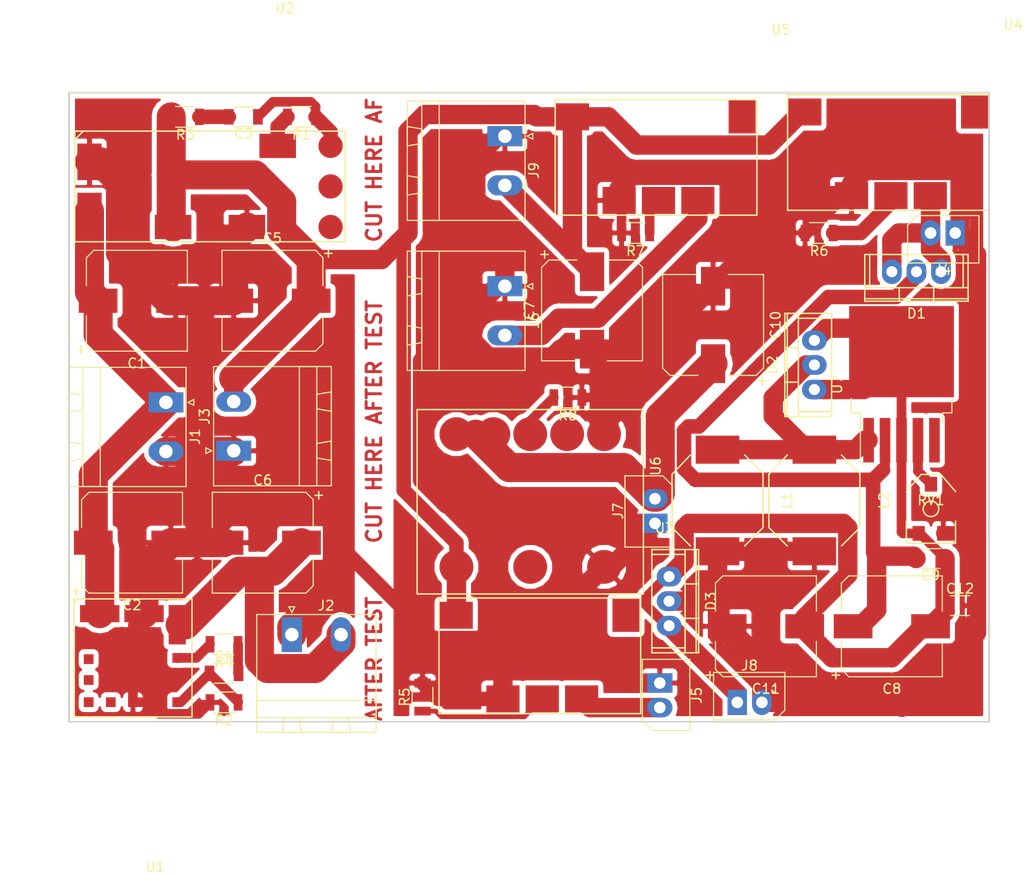
<source format=kicad_pcb>
(kicad_pcb (version 20171130) (host pcbnew 5.0.2-bee76a0~70~ubuntu18.04.1)

  (general
    (thickness 1.6)
    (drawings 10)
    (tracks 277)
    (zones 0)
    (modules 42)
    (nets 35)
  )

  (page A4)
  (layers
    (0 F.Cu signal)
    (31 B.Cu signal)
    (32 B.Adhes user)
    (33 F.Adhes user)
    (34 B.Paste user hide)
    (35 F.Paste user)
    (36 B.SilkS user)
    (37 F.SilkS user)
    (38 B.Mask user)
    (39 F.Mask user)
    (40 Dwgs.User user)
    (41 Cmts.User user)
    (42 Eco1.User user)
    (43 Eco2.User user)
    (44 Edge.Cuts user)
    (45 Margin user)
    (46 B.CrtYd user)
    (47 F.CrtYd user)
    (48 B.Fab user)
    (49 F.Fab user)
  )

  (setup
    (last_trace_width 0.25)
    (user_trace_width 0.5)
    (user_trace_width 1)
    (user_trace_width 1.5)
    (user_trace_width 2)
    (user_trace_width 3)
    (user_trace_width 4)
    (user_trace_width 5)
    (user_trace_width 6)
    (trace_clearance 0.2)
    (zone_clearance 0.508)
    (zone_45_only no)
    (trace_min 0.2)
    (segment_width 0.2)
    (edge_width 0.15)
    (via_size 0.8)
    (via_drill 0.4)
    (via_min_size 0.4)
    (via_min_drill 0.3)
    (uvia_size 0.3)
    (uvia_drill 0.1)
    (uvias_allowed no)
    (uvia_min_size 0.2)
    (uvia_min_drill 0.1)
    (pcb_text_width 0.3)
    (pcb_text_size 1.5 1.5)
    (mod_edge_width 0.15)
    (mod_text_size 1 1)
    (mod_text_width 0.15)
    (pad_size 1.524 1.524)
    (pad_drill 0.762)
    (pad_to_mask_clearance 0.051)
    (solder_mask_min_width 0.25)
    (aux_axis_origin 30 160)
    (visible_elements FFFFFF7F)
    (pcbplotparams
      (layerselection 0x00000_7fffffff)
      (usegerberextensions false)
      (usegerberattributes false)
      (usegerberadvancedattributes false)
      (creategerberjobfile false)
      (excludeedgelayer true)
      (linewidth 0.100000)
      (plotframeref false)
      (viasonmask false)
      (mode 1)
      (useauxorigin true)
      (hpglpennumber 1)
      (hpglpenspeed 20)
      (hpglpendiameter 15.000000)
      (psnegative false)
      (psa4output false)
      (plotreference false)
      (plotvalue false)
      (plotinvisibletext false)
      (padsonsilk true)
      (subtractmaskfromsilk false)
      (outputformat 1)
      (mirror false)
      (drillshape 0)
      (scaleselection 1)
      (outputdirectory ""))
  )

  (net 0 "")
  (net 1 GND)
  (net 2 "Net-(C3-Pad2)")
  (net 3 "Net-(C3-Pad1)")
  (net 4 "Net-(C4-Pad1)")
  (net 5 "Net-(C4-Pad2)")
  (net 6 /34V)
  (net 7 "Net-(C6-Pad1)")
  (net 8 /-20V)
  (net 9 "Net-(C8-Pad1)")
  (net 10 /21V)
  (net 11 /11VB)
  (net 12 "Net-(D2-Pad2)")
  (net 13 "Net-(R1-Pad2)")
  (net 14 "Net-(R4-Pad2)")
  (net 15 "Net-(R5-Pad1)")
  (net 16 "Net-(R6-Pad1)")
  (net 17 "Net-(R7-Pad1)")
  (net 18 "Net-(R8-Pad2)")
  (net 19 "Net-(RV1-Pad2)")
  (net 20 "Net-(U1-Pad8)")
  (net 21 "Net-(U1-Pad9)")
  (net 22 "Net-(U1-Pad10)")
  (net 23 "Net-(U1-Pad1)")
  (net 24 "Net-(U3-Pad1)")
  (net 25 /11VA)
  (net 26 "Net-(U4-Pad1)")
  (net 27 "Net-(U5-Pad1)")
  (net 28 /5V2_USB)
  (net 29 "Net-(U6-Pad2)")
  (net 30 "Net-(U6-Pad5)")
  (net 31 "Net-(U7-Pad5)")
  (net 32 "Net-(U2-Pad8)")
  (net 33 "Net-(U2-Pad7)")
  (net 34 /8V_TO_16V_IN)

  (net_class Default "This is the default net class."
    (clearance 0.2)
    (trace_width 0.25)
    (via_dia 0.8)
    (via_drill 0.4)
    (uvia_dia 0.3)
    (uvia_drill 0.1)
    (add_net /-20V)
    (add_net /11VA)
    (add_net /11VB)
    (add_net /21V)
    (add_net /34V)
    (add_net /5V2_USB)
    (add_net /8V_TO_16V_IN)
    (add_net GND)
    (add_net "Net-(C3-Pad1)")
    (add_net "Net-(C3-Pad2)")
    (add_net "Net-(C4-Pad1)")
    (add_net "Net-(C4-Pad2)")
    (add_net "Net-(C6-Pad1)")
    (add_net "Net-(C8-Pad1)")
    (add_net "Net-(D2-Pad2)")
    (add_net "Net-(R1-Pad2)")
    (add_net "Net-(R4-Pad2)")
    (add_net "Net-(R5-Pad1)")
    (add_net "Net-(R6-Pad1)")
    (add_net "Net-(R7-Pad1)")
    (add_net "Net-(R8-Pad2)")
    (add_net "Net-(RV1-Pad2)")
    (add_net "Net-(U1-Pad1)")
    (add_net "Net-(U1-Pad10)")
    (add_net "Net-(U1-Pad8)")
    (add_net "Net-(U1-Pad9)")
    (add_net "Net-(U2-Pad7)")
    (add_net "Net-(U2-Pad8)")
    (add_net "Net-(U3-Pad1)")
    (add_net "Net-(U4-Pad1)")
    (add_net "Net-(U5-Pad1)")
    (add_net "Net-(U6-Pad2)")
    (add_net "Net-(U6-Pad5)")
    (add_net "Net-(U7-Pad5)")
  )

  (module sch:ABXS002A3 (layer F.Cu) (tedit 5F16E76C) (tstamp 5F16E979)
    (at 57 100.5 180)
    (path /5F16100A)
    (fp_text reference U2 (at 4.699 14.224 180) (layer F.SilkS)
      (effects (font (size 1 1) (thickness 0.15)))
    )
    (fp_text value ABXS002A3 (at -2.794 -13.97 180) (layer F.Fab)
      (effects (font (size 1 1) (thickness 0.15)))
    )
    (fp_line (start 25.527 1.524) (end 26.416 0.635) (layer F.SilkS) (width 0.15))
    (fp_line (start 26.416 1.524) (end -1.524 1.524) (layer F.SilkS) (width 0.15))
    (fp_line (start 26.416 -9.906) (end 26.416 1.524) (layer F.SilkS) (width 0.15))
    (fp_line (start -1.524 -9.906) (end 26.416 -9.906) (layer F.SilkS) (width 0.15))
    (fp_line (start -1.524 1.524) (end -1.524 -9.906) (layer F.SilkS) (width 0.15))
    (pad 3 smd rect (at 24.892 -6.731 90) (size 3.78 2.51) (layers F.Cu F.Paste F.Mask)
      (net 34 /8V_TO_16V_IN))
    (pad 4 smd rect (at 24.892 -1.651 90) (size 3.78 2.51) (layers F.Cu F.Paste F.Mask)
      (net 1 GND))
    (pad 5 smd rect (at 5.461 0) (size 3.78 2.51) (layers F.Cu F.Paste F.Mask)
      (net 13 "Net-(R1-Pad2)"))
    (pad 2 smd rect (at 16.256 -8.382) (size 3.78 2.51) (layers F.Cu F.Paste F.Mask)
      (net 6 /34V))
    (pad 8 smd circle (at 0 -8.382) (size 2.51 2.51) (layers F.Cu F.Paste F.Mask)
      (net 32 "Net-(U2-Pad8)"))
    (pad 7 smd circle (at 0 -4.191) (size 2.51 2.51) (layers F.Cu F.Paste F.Mask)
      (net 33 "Net-(U2-Pad7)"))
    (pad 6 smd circle (at 0 0) (size 2.51 2.51) (layers F.Cu F.Paste F.Mask)
      (net 3 "Net-(C3-Pad1)"))
    (pad 1 smd rect (at 8.636 -8.382) (size 3.78 2.51) (layers F.Cu F.Paste F.Mask)
      (net 1 GND))
  )

  (module Capacitors_SMD:CP_Elec_10x10.5 (layer F.Cu) (tedit 58AA917F) (tstamp 5F16E76C)
    (at 37 116.5)
    (descr "SMT capacitor, aluminium electrolytic, 10x10.5")
    (path /5F16152F)
    (attr smd)
    (fp_text reference C1 (at 0 6.46) (layer F.SilkS)
      (effects (font (size 1 1) (thickness 0.15)))
    )
    (fp_text value CP1 (at 0 -6.46) (layer F.Fab)
      (effects (font (size 1 1) (thickness 0.15)))
    )
    (fp_circle (center 0 0) (end 0 5) (layer F.Fab) (width 0.1))
    (fp_text user + (at -2.91 -0.08) (layer F.Fab)
      (effects (font (size 1 1) (thickness 0.15)))
    )
    (fp_text user + (at -5.78 4.97) (layer F.SilkS)
      (effects (font (size 1 1) (thickness 0.15)))
    )
    (fp_text user %R (at 0 6.46) (layer F.Fab)
      (effects (font (size 1 1) (thickness 0.15)))
    )
    (fp_line (start -5.21 -4.45) (end -5.21 -1.56) (layer F.SilkS) (width 0.12))
    (fp_line (start -5.21 4.45) (end -5.21 1.56) (layer F.SilkS) (width 0.12))
    (fp_line (start 5.21 5.21) (end 5.21 1.56) (layer F.SilkS) (width 0.12))
    (fp_line (start 5.21 -5.21) (end 5.21 -1.56) (layer F.SilkS) (width 0.12))
    (fp_line (start 5.05 5.05) (end 5.05 -5.05) (layer F.Fab) (width 0.1))
    (fp_line (start -4.38 5.05) (end 5.05 5.05) (layer F.Fab) (width 0.1))
    (fp_line (start -5.05 4.38) (end -4.38 5.05) (layer F.Fab) (width 0.1))
    (fp_line (start -5.05 -4.38) (end -5.05 4.38) (layer F.Fab) (width 0.1))
    (fp_line (start -4.38 -5.05) (end -5.05 -4.38) (layer F.Fab) (width 0.1))
    (fp_line (start 5.05 -5.05) (end -4.38 -5.05) (layer F.Fab) (width 0.1))
    (fp_line (start 5.21 5.21) (end -4.45 5.21) (layer F.SilkS) (width 0.12))
    (fp_line (start -4.45 5.21) (end -5.21 4.45) (layer F.SilkS) (width 0.12))
    (fp_line (start -5.21 -4.45) (end -4.45 -5.21) (layer F.SilkS) (width 0.12))
    (fp_line (start -4.45 -5.21) (end 5.21 -5.21) (layer F.SilkS) (width 0.12))
    (fp_line (start -6.25 -5.31) (end 6.25 -5.31) (layer F.CrtYd) (width 0.05))
    (fp_line (start -6.25 -5.31) (end -6.25 5.3) (layer F.CrtYd) (width 0.05))
    (fp_line (start 6.25 5.3) (end 6.25 -5.31) (layer F.CrtYd) (width 0.05))
    (fp_line (start 6.25 5.3) (end -6.25 5.3) (layer F.CrtYd) (width 0.05))
    (pad 1 smd rect (at -4 0 180) (size 4 2.5) (layers F.Cu F.Paste F.Mask)
      (net 34 /8V_TO_16V_IN))
    (pad 2 smd rect (at 4 0 180) (size 4 2.5) (layers F.Cu F.Paste F.Mask)
      (net 1 GND))
    (model Capacitors_SMD.3dshapes/CP_Elec_10x10.5.wrl
      (at (xyz 0 0 0))
      (scale (xyz 1 1 1))
      (rotate (xyz 0 0 180))
    )
  )

  (module Capacitors_SMD:CP_Elec_10x10.5 (layer F.Cu) (tedit 58AA917F) (tstamp 5F16E788)
    (at 36.5 141.5)
    (descr "SMT capacitor, aluminium electrolytic, 10x10.5")
    (path /5F1616D9)
    (attr smd)
    (fp_text reference C2 (at 0 6.46) (layer F.SilkS)
      (effects (font (size 1 1) (thickness 0.15)))
    )
    (fp_text value CP1 (at 0 -6.46) (layer F.Fab)
      (effects (font (size 1 1) (thickness 0.15)))
    )
    (fp_line (start 6.25 5.3) (end -6.25 5.3) (layer F.CrtYd) (width 0.05))
    (fp_line (start 6.25 5.3) (end 6.25 -5.31) (layer F.CrtYd) (width 0.05))
    (fp_line (start -6.25 -5.31) (end -6.25 5.3) (layer F.CrtYd) (width 0.05))
    (fp_line (start -6.25 -5.31) (end 6.25 -5.31) (layer F.CrtYd) (width 0.05))
    (fp_line (start -4.45 -5.21) (end 5.21 -5.21) (layer F.SilkS) (width 0.12))
    (fp_line (start -5.21 -4.45) (end -4.45 -5.21) (layer F.SilkS) (width 0.12))
    (fp_line (start -4.45 5.21) (end -5.21 4.45) (layer F.SilkS) (width 0.12))
    (fp_line (start 5.21 5.21) (end -4.45 5.21) (layer F.SilkS) (width 0.12))
    (fp_line (start 5.05 -5.05) (end -4.38 -5.05) (layer F.Fab) (width 0.1))
    (fp_line (start -4.38 -5.05) (end -5.05 -4.38) (layer F.Fab) (width 0.1))
    (fp_line (start -5.05 -4.38) (end -5.05 4.38) (layer F.Fab) (width 0.1))
    (fp_line (start -5.05 4.38) (end -4.38 5.05) (layer F.Fab) (width 0.1))
    (fp_line (start -4.38 5.05) (end 5.05 5.05) (layer F.Fab) (width 0.1))
    (fp_line (start 5.05 5.05) (end 5.05 -5.05) (layer F.Fab) (width 0.1))
    (fp_line (start 5.21 -5.21) (end 5.21 -1.56) (layer F.SilkS) (width 0.12))
    (fp_line (start 5.21 5.21) (end 5.21 1.56) (layer F.SilkS) (width 0.12))
    (fp_line (start -5.21 4.45) (end -5.21 1.56) (layer F.SilkS) (width 0.12))
    (fp_line (start -5.21 -4.45) (end -5.21 -1.56) (layer F.SilkS) (width 0.12))
    (fp_text user %R (at 0 6.46) (layer F.Fab)
      (effects (font (size 1 1) (thickness 0.15)))
    )
    (fp_text user + (at -5.78 4.97) (layer F.SilkS)
      (effects (font (size 1 1) (thickness 0.15)))
    )
    (fp_text user + (at -2.91 -0.08) (layer F.Fab)
      (effects (font (size 1 1) (thickness 0.15)))
    )
    (fp_circle (center 0 0) (end 0 5) (layer F.Fab) (width 0.1))
    (pad 2 smd rect (at 4 0 180) (size 4 2.5) (layers F.Cu F.Paste F.Mask)
      (net 1 GND))
    (pad 1 smd rect (at -4 0 180) (size 4 2.5) (layers F.Cu F.Paste F.Mask)
      (net 34 /8V_TO_16V_IN))
    (model Capacitors_SMD.3dshapes/CP_Elec_10x10.5.wrl
      (at (xyz 0 0 0))
      (scale (xyz 1 1 1))
      (rotate (xyz 0 0 180))
    )
  )

  (module Capacitors_SMD:C_1206 (layer F.Cu) (tedit 58AA84B8) (tstamp 5F16E799)
    (at 48 97.5 180)
    (descr "Capacitor SMD 1206, reflow soldering, AVX (see smccp.pdf)")
    (tags "capacitor 1206")
    (path /5F161959)
    (attr smd)
    (fp_text reference C3 (at 0 -1.75 180) (layer F.SilkS)
      (effects (font (size 1 1) (thickness 0.15)))
    )
    (fp_text value 1nF (at 0 2 180) (layer F.Fab)
      (effects (font (size 1 1) (thickness 0.15)))
    )
    (fp_line (start 2.25 1.05) (end -2.25 1.05) (layer F.CrtYd) (width 0.05))
    (fp_line (start 2.25 1.05) (end 2.25 -1.05) (layer F.CrtYd) (width 0.05))
    (fp_line (start -2.25 -1.05) (end -2.25 1.05) (layer F.CrtYd) (width 0.05))
    (fp_line (start -2.25 -1.05) (end 2.25 -1.05) (layer F.CrtYd) (width 0.05))
    (fp_line (start -1 1.02) (end 1 1.02) (layer F.SilkS) (width 0.12))
    (fp_line (start 1 -1.02) (end -1 -1.02) (layer F.SilkS) (width 0.12))
    (fp_line (start -1.6 -0.8) (end 1.6 -0.8) (layer F.Fab) (width 0.1))
    (fp_line (start 1.6 -0.8) (end 1.6 0.8) (layer F.Fab) (width 0.1))
    (fp_line (start 1.6 0.8) (end -1.6 0.8) (layer F.Fab) (width 0.1))
    (fp_line (start -1.6 0.8) (end -1.6 -0.8) (layer F.Fab) (width 0.1))
    (fp_text user %R (at 0 -1.75 180) (layer F.Fab)
      (effects (font (size 1 1) (thickness 0.15)))
    )
    (pad 2 smd rect (at 1.5 0 180) (size 1 1.6) (layers F.Cu F.Paste F.Mask)
      (net 2 "Net-(C3-Pad2)"))
    (pad 1 smd rect (at -1.5 0 180) (size 1 1.6) (layers F.Cu F.Paste F.Mask)
      (net 3 "Net-(C3-Pad1)"))
    (model Capacitors_SMD.3dshapes/C_1206.wrl
      (at (xyz 0 0 0))
      (scale (xyz 1 1 1))
      (rotate (xyz 0 0 0))
    )
  )

  (module Capacitors_SMD:C_1206 (layer F.Cu) (tedit 58AA84B8) (tstamp 5F16E7AA)
    (at 46 155)
    (descr "Capacitor SMD 1206, reflow soldering, AVX (see smccp.pdf)")
    (tags "capacitor 1206")
    (path /5F164EFC)
    (attr smd)
    (fp_text reference C4 (at 0 -1.75) (layer F.SilkS)
      (effects (font (size 1 1) (thickness 0.15)))
    )
    (fp_text value 6.9nF (at 0 2) (layer F.Fab)
      (effects (font (size 1 1) (thickness 0.15)))
    )
    (fp_text user %R (at 0 -1.75) (layer F.Fab)
      (effects (font (size 1 1) (thickness 0.15)))
    )
    (fp_line (start -1.6 0.8) (end -1.6 -0.8) (layer F.Fab) (width 0.1))
    (fp_line (start 1.6 0.8) (end -1.6 0.8) (layer F.Fab) (width 0.1))
    (fp_line (start 1.6 -0.8) (end 1.6 0.8) (layer F.Fab) (width 0.1))
    (fp_line (start -1.6 -0.8) (end 1.6 -0.8) (layer F.Fab) (width 0.1))
    (fp_line (start 1 -1.02) (end -1 -1.02) (layer F.SilkS) (width 0.12))
    (fp_line (start -1 1.02) (end 1 1.02) (layer F.SilkS) (width 0.12))
    (fp_line (start -2.25 -1.05) (end 2.25 -1.05) (layer F.CrtYd) (width 0.05))
    (fp_line (start -2.25 -1.05) (end -2.25 1.05) (layer F.CrtYd) (width 0.05))
    (fp_line (start 2.25 1.05) (end 2.25 -1.05) (layer F.CrtYd) (width 0.05))
    (fp_line (start 2.25 1.05) (end -2.25 1.05) (layer F.CrtYd) (width 0.05))
    (pad 1 smd rect (at -1.5 0) (size 1 1.6) (layers F.Cu F.Paste F.Mask)
      (net 4 "Net-(C4-Pad1)"))
    (pad 2 smd rect (at 1.5 0) (size 1 1.6) (layers F.Cu F.Paste F.Mask)
      (net 5 "Net-(C4-Pad2)"))
    (model Capacitors_SMD.3dshapes/C_1206.wrl
      (at (xyz 0 0 0))
      (scale (xyz 1 1 1))
      (rotate (xyz 0 0 0))
    )
  )

  (module Capacitors_SMD:CP_Elec_10x10.5 (layer F.Cu) (tedit 58AA917F) (tstamp 5F16E7C6)
    (at 51 116.5 180)
    (descr "SMT capacitor, aluminium electrolytic, 10x10.5")
    (path /5F161DA5)
    (attr smd)
    (fp_text reference C5 (at 0 6.46 180) (layer F.SilkS)
      (effects (font (size 1 1) (thickness 0.15)))
    )
    (fp_text value 90uF (at 0 -6.46 180) (layer F.Fab)
      (effects (font (size 1 1) (thickness 0.15)))
    )
    (fp_circle (center 0 0) (end 0 5) (layer F.Fab) (width 0.1))
    (fp_text user + (at -2.91 -0.08 180) (layer F.Fab)
      (effects (font (size 1 1) (thickness 0.15)))
    )
    (fp_text user + (at -5.78 4.97 180) (layer F.SilkS)
      (effects (font (size 1 1) (thickness 0.15)))
    )
    (fp_text user %R (at 0 6.46 180) (layer F.Fab)
      (effects (font (size 1 1) (thickness 0.15)))
    )
    (fp_line (start -5.21 -4.45) (end -5.21 -1.56) (layer F.SilkS) (width 0.12))
    (fp_line (start -5.21 4.45) (end -5.21 1.56) (layer F.SilkS) (width 0.12))
    (fp_line (start 5.21 5.21) (end 5.21 1.56) (layer F.SilkS) (width 0.12))
    (fp_line (start 5.21 -5.21) (end 5.21 -1.56) (layer F.SilkS) (width 0.12))
    (fp_line (start 5.05 5.05) (end 5.05 -5.05) (layer F.Fab) (width 0.1))
    (fp_line (start -4.38 5.05) (end 5.05 5.05) (layer F.Fab) (width 0.1))
    (fp_line (start -5.05 4.38) (end -4.38 5.05) (layer F.Fab) (width 0.1))
    (fp_line (start -5.05 -4.38) (end -5.05 4.38) (layer F.Fab) (width 0.1))
    (fp_line (start -4.38 -5.05) (end -5.05 -4.38) (layer F.Fab) (width 0.1))
    (fp_line (start 5.05 -5.05) (end -4.38 -5.05) (layer F.Fab) (width 0.1))
    (fp_line (start 5.21 5.21) (end -4.45 5.21) (layer F.SilkS) (width 0.12))
    (fp_line (start -4.45 5.21) (end -5.21 4.45) (layer F.SilkS) (width 0.12))
    (fp_line (start -5.21 -4.45) (end -4.45 -5.21) (layer F.SilkS) (width 0.12))
    (fp_line (start -4.45 -5.21) (end 5.21 -5.21) (layer F.SilkS) (width 0.12))
    (fp_line (start -6.25 -5.31) (end 6.25 -5.31) (layer F.CrtYd) (width 0.05))
    (fp_line (start -6.25 -5.31) (end -6.25 5.3) (layer F.CrtYd) (width 0.05))
    (fp_line (start 6.25 5.3) (end 6.25 -5.31) (layer F.CrtYd) (width 0.05))
    (fp_line (start 6.25 5.3) (end -6.25 5.3) (layer F.CrtYd) (width 0.05))
    (pad 1 smd rect (at -4 0) (size 4 2.5) (layers F.Cu F.Paste F.Mask)
      (net 6 /34V))
    (pad 2 smd rect (at 4 0) (size 4 2.5) (layers F.Cu F.Paste F.Mask)
      (net 1 GND))
    (model Capacitors_SMD.3dshapes/CP_Elec_10x10.5.wrl
      (at (xyz 0 0 0))
      (scale (xyz 1 1 1))
      (rotate (xyz 0 0 180))
    )
  )

  (module Capacitors_SMD:CP_Elec_10x10.5 (layer F.Cu) (tedit 58AA917F) (tstamp 5F16E7E2)
    (at 50 141.5 180)
    (descr "SMT capacitor, aluminium electrolytic, 10x10.5")
    (path /5F163197)
    (attr smd)
    (fp_text reference C6 (at 0 6.46 180) (layer F.SilkS)
      (effects (font (size 1 1) (thickness 0.15)))
    )
    (fp_text value 96uF (at 0 -6.46 180) (layer F.Fab)
      (effects (font (size 1 1) (thickness 0.15)))
    )
    (fp_circle (center 0 0) (end 0 5) (layer F.Fab) (width 0.1))
    (fp_text user + (at -2.91 -0.08 180) (layer F.Fab)
      (effects (font (size 1 1) (thickness 0.15)))
    )
    (fp_text user + (at -5.78 4.97 180) (layer F.SilkS)
      (effects (font (size 1 1) (thickness 0.15)))
    )
    (fp_text user %R (at 0 6.46 180) (layer F.Fab)
      (effects (font (size 1 1) (thickness 0.15)))
    )
    (fp_line (start -5.21 -4.45) (end -5.21 -1.56) (layer F.SilkS) (width 0.12))
    (fp_line (start -5.21 4.45) (end -5.21 1.56) (layer F.SilkS) (width 0.12))
    (fp_line (start 5.21 5.21) (end 5.21 1.56) (layer F.SilkS) (width 0.12))
    (fp_line (start 5.21 -5.21) (end 5.21 -1.56) (layer F.SilkS) (width 0.12))
    (fp_line (start 5.05 5.05) (end 5.05 -5.05) (layer F.Fab) (width 0.1))
    (fp_line (start -4.38 5.05) (end 5.05 5.05) (layer F.Fab) (width 0.1))
    (fp_line (start -5.05 4.38) (end -4.38 5.05) (layer F.Fab) (width 0.1))
    (fp_line (start -5.05 -4.38) (end -5.05 4.38) (layer F.Fab) (width 0.1))
    (fp_line (start -4.38 -5.05) (end -5.05 -4.38) (layer F.Fab) (width 0.1))
    (fp_line (start 5.05 -5.05) (end -4.38 -5.05) (layer F.Fab) (width 0.1))
    (fp_line (start 5.21 5.21) (end -4.45 5.21) (layer F.SilkS) (width 0.12))
    (fp_line (start -4.45 5.21) (end -5.21 4.45) (layer F.SilkS) (width 0.12))
    (fp_line (start -5.21 -4.45) (end -4.45 -5.21) (layer F.SilkS) (width 0.12))
    (fp_line (start -4.45 -5.21) (end 5.21 -5.21) (layer F.SilkS) (width 0.12))
    (fp_line (start -6.25 -5.31) (end 6.25 -5.31) (layer F.CrtYd) (width 0.05))
    (fp_line (start -6.25 -5.31) (end -6.25 5.3) (layer F.CrtYd) (width 0.05))
    (fp_line (start 6.25 5.3) (end 6.25 -5.31) (layer F.CrtYd) (width 0.05))
    (fp_line (start 6.25 5.3) (end -6.25 5.3) (layer F.CrtYd) (width 0.05))
    (pad 1 smd rect (at -4 0) (size 4 2.5) (layers F.Cu F.Paste F.Mask)
      (net 7 "Net-(C6-Pad1)"))
    (pad 2 smd rect (at 4 0) (size 4 2.5) (layers F.Cu F.Paste F.Mask)
      (net 1 GND))
    (model Capacitors_SMD.3dshapes/CP_Elec_10x10.5.wrl
      (at (xyz 0 0 0))
      (scale (xyz 1 1 1))
      (rotate (xyz 0 0 180))
    )
  )

  (module Capacitors_SMD:CP_Elec_10x10.5 (layer F.Cu) (tedit 58AA917F) (tstamp 5F16E7FE)
    (at 84 117.5 270)
    (descr "SMT capacitor, aluminium electrolytic, 10x10.5")
    (path /5F174C9A)
    (attr smd)
    (fp_text reference C7 (at 0 6.46 270) (layer F.SilkS)
      (effects (font (size 1 1) (thickness 0.15)))
    )
    (fp_text value 120u (at 0 -6.46 270) (layer F.Fab)
      (effects (font (size 1 1) (thickness 0.15)))
    )
    (fp_line (start 6.25 5.3) (end -6.25 5.3) (layer F.CrtYd) (width 0.05))
    (fp_line (start 6.25 5.3) (end 6.25 -5.31) (layer F.CrtYd) (width 0.05))
    (fp_line (start -6.25 -5.31) (end -6.25 5.3) (layer F.CrtYd) (width 0.05))
    (fp_line (start -6.25 -5.31) (end 6.25 -5.31) (layer F.CrtYd) (width 0.05))
    (fp_line (start -4.45 -5.21) (end 5.21 -5.21) (layer F.SilkS) (width 0.12))
    (fp_line (start -5.21 -4.45) (end -4.45 -5.21) (layer F.SilkS) (width 0.12))
    (fp_line (start -4.45 5.21) (end -5.21 4.45) (layer F.SilkS) (width 0.12))
    (fp_line (start 5.21 5.21) (end -4.45 5.21) (layer F.SilkS) (width 0.12))
    (fp_line (start 5.05 -5.05) (end -4.38 -5.05) (layer F.Fab) (width 0.1))
    (fp_line (start -4.38 -5.05) (end -5.05 -4.38) (layer F.Fab) (width 0.1))
    (fp_line (start -5.05 -4.38) (end -5.05 4.38) (layer F.Fab) (width 0.1))
    (fp_line (start -5.05 4.38) (end -4.38 5.05) (layer F.Fab) (width 0.1))
    (fp_line (start -4.38 5.05) (end 5.05 5.05) (layer F.Fab) (width 0.1))
    (fp_line (start 5.05 5.05) (end 5.05 -5.05) (layer F.Fab) (width 0.1))
    (fp_line (start 5.21 -5.21) (end 5.21 -1.56) (layer F.SilkS) (width 0.12))
    (fp_line (start 5.21 5.21) (end 5.21 1.56) (layer F.SilkS) (width 0.12))
    (fp_line (start -5.21 4.45) (end -5.21 1.56) (layer F.SilkS) (width 0.12))
    (fp_line (start -5.21 -4.45) (end -5.21 -1.56) (layer F.SilkS) (width 0.12))
    (fp_text user %R (at 0 6.46 270) (layer F.Fab)
      (effects (font (size 1 1) (thickness 0.15)))
    )
    (fp_text user + (at -5.78 4.97 270) (layer F.SilkS)
      (effects (font (size 1 1) (thickness 0.15)))
    )
    (fp_text user + (at -2.91 -0.08 270) (layer F.Fab)
      (effects (font (size 1 1) (thickness 0.15)))
    )
    (fp_circle (center 0 0) (end 0 5) (layer F.Fab) (width 0.1))
    (pad 2 smd rect (at 4 0 90) (size 4 2.5) (layers F.Cu F.Paste F.Mask)
      (net 1 GND))
    (pad 1 smd rect (at -4 0 90) (size 4 2.5) (layers F.Cu F.Paste F.Mask)
      (net 6 /34V))
    (model Capacitors_SMD.3dshapes/CP_Elec_10x10.5.wrl
      (at (xyz 0 0 0))
      (scale (xyz 1 1 1))
      (rotate (xyz 0 0 180))
    )
  )

  (module Capacitors_SMD:CP_Elec_10x10.5 (layer F.Cu) (tedit 58AA917F) (tstamp 5F16E81A)
    (at 114.959146 150.137128)
    (descr "SMT capacitor, aluminium electrolytic, 10x10.5")
    (path /5F180D14)
    (attr smd)
    (fp_text reference C8 (at 0 6.46) (layer F.SilkS)
      (effects (font (size 1 1) (thickness 0.15)))
    )
    (fp_text value CP1 (at 0 -6.46) (layer F.Fab)
      (effects (font (size 1 1) (thickness 0.15)))
    )
    (fp_line (start 6.25 5.3) (end -6.25 5.3) (layer F.CrtYd) (width 0.05))
    (fp_line (start 6.25 5.3) (end 6.25 -5.31) (layer F.CrtYd) (width 0.05))
    (fp_line (start -6.25 -5.31) (end -6.25 5.3) (layer F.CrtYd) (width 0.05))
    (fp_line (start -6.25 -5.31) (end 6.25 -5.31) (layer F.CrtYd) (width 0.05))
    (fp_line (start -4.45 -5.21) (end 5.21 -5.21) (layer F.SilkS) (width 0.12))
    (fp_line (start -5.21 -4.45) (end -4.45 -5.21) (layer F.SilkS) (width 0.12))
    (fp_line (start -4.45 5.21) (end -5.21 4.45) (layer F.SilkS) (width 0.12))
    (fp_line (start 5.21 5.21) (end -4.45 5.21) (layer F.SilkS) (width 0.12))
    (fp_line (start 5.05 -5.05) (end -4.38 -5.05) (layer F.Fab) (width 0.1))
    (fp_line (start -4.38 -5.05) (end -5.05 -4.38) (layer F.Fab) (width 0.1))
    (fp_line (start -5.05 -4.38) (end -5.05 4.38) (layer F.Fab) (width 0.1))
    (fp_line (start -5.05 4.38) (end -4.38 5.05) (layer F.Fab) (width 0.1))
    (fp_line (start -4.38 5.05) (end 5.05 5.05) (layer F.Fab) (width 0.1))
    (fp_line (start 5.05 5.05) (end 5.05 -5.05) (layer F.Fab) (width 0.1))
    (fp_line (start 5.21 -5.21) (end 5.21 -1.56) (layer F.SilkS) (width 0.12))
    (fp_line (start 5.21 5.21) (end 5.21 1.56) (layer F.SilkS) (width 0.12))
    (fp_line (start -5.21 4.45) (end -5.21 1.56) (layer F.SilkS) (width 0.12))
    (fp_line (start -5.21 -4.45) (end -5.21 -1.56) (layer F.SilkS) (width 0.12))
    (fp_text user %R (at 0 6.46) (layer F.Fab)
      (effects (font (size 1 1) (thickness 0.15)))
    )
    (fp_text user + (at -5.78 4.97) (layer F.SilkS)
      (effects (font (size 1 1) (thickness 0.15)))
    )
    (fp_text user + (at -2.91 -0.08) (layer F.Fab)
      (effects (font (size 1 1) (thickness 0.15)))
    )
    (fp_circle (center 0 0) (end 0 5) (layer F.Fab) (width 0.1))
    (pad 2 smd rect (at 4 0 180) (size 4 2.5) (layers F.Cu F.Paste F.Mask)
      (net 8 /-20V))
    (pad 1 smd rect (at -4 0 180) (size 4 2.5) (layers F.Cu F.Paste F.Mask)
      (net 9 "Net-(C8-Pad1)"))
    (model Capacitors_SMD.3dshapes/CP_Elec_10x10.5.wrl
      (at (xyz 0 0 0))
      (scale (xyz 1 1 1))
      (rotate (xyz 0 0 180))
    )
  )

  (module Capacitors_SMD:C_1206 (layer F.Cu) (tedit 58AA84B8) (tstamp 5F16E82B)
    (at 118.959146 143.137128 180)
    (descr "Capacitor SMD 1206, reflow soldering, AVX (see smccp.pdf)")
    (tags "capacitor 1206")
    (path /5F180DF4)
    (attr smd)
    (fp_text reference C9 (at 0 -1.75 180) (layer F.SilkS)
      (effects (font (size 1 1) (thickness 0.15)))
    )
    (fp_text value 6.9nF (at 0 2 180) (layer F.Fab)
      (effects (font (size 1 1) (thickness 0.15)))
    )
    (fp_text user %R (at 0 -1.75 180) (layer F.Fab)
      (effects (font (size 1 1) (thickness 0.15)))
    )
    (fp_line (start -1.6 0.8) (end -1.6 -0.8) (layer F.Fab) (width 0.1))
    (fp_line (start 1.6 0.8) (end -1.6 0.8) (layer F.Fab) (width 0.1))
    (fp_line (start 1.6 -0.8) (end 1.6 0.8) (layer F.Fab) (width 0.1))
    (fp_line (start -1.6 -0.8) (end 1.6 -0.8) (layer F.Fab) (width 0.1))
    (fp_line (start 1 -1.02) (end -1 -1.02) (layer F.SilkS) (width 0.12))
    (fp_line (start -1 1.02) (end 1 1.02) (layer F.SilkS) (width 0.12))
    (fp_line (start -2.25 -1.05) (end 2.25 -1.05) (layer F.CrtYd) (width 0.05))
    (fp_line (start -2.25 -1.05) (end -2.25 1.05) (layer F.CrtYd) (width 0.05))
    (fp_line (start 2.25 1.05) (end 2.25 -1.05) (layer F.CrtYd) (width 0.05))
    (fp_line (start 2.25 1.05) (end -2.25 1.05) (layer F.CrtYd) (width 0.05))
    (pad 1 smd rect (at -1.5 0 180) (size 1 1.6) (layers F.Cu F.Paste F.Mask)
      (net 8 /-20V))
    (pad 2 smd rect (at 1.5 0 180) (size 1 1.6) (layers F.Cu F.Paste F.Mask)
      (net 9 "Net-(C8-Pad1)"))
    (model Capacitors_SMD.3dshapes/C_1206.wrl
      (at (xyz 0 0 0))
      (scale (xyz 1 1 1))
      (rotate (xyz 0 0 0))
    )
  )

  (module Capacitors_SMD:CP_Elec_10x10.5 (layer F.Cu) (tedit 58AA917F) (tstamp 5F16E847)
    (at 96.5 119 90)
    (descr "SMT capacitor, aluminium electrolytic, 10x10.5")
    (path /5F174DC2)
    (attr smd)
    (fp_text reference C10 (at 0 6.46 90) (layer F.SilkS)
      (effects (font (size 1 1) (thickness 0.15)))
    )
    (fp_text value 200u (at 0 -6.46 90) (layer F.Fab)
      (effects (font (size 1 1) (thickness 0.15)))
    )
    (fp_circle (center 0 0) (end 0 5) (layer F.Fab) (width 0.1))
    (fp_text user + (at -2.91 -0.08 90) (layer F.Fab)
      (effects (font (size 1 1) (thickness 0.15)))
    )
    (fp_text user + (at -5.78 4.97 90) (layer F.SilkS)
      (effects (font (size 1 1) (thickness 0.15)))
    )
    (fp_text user %R (at 0 6.46 90) (layer F.Fab)
      (effects (font (size 1 1) (thickness 0.15)))
    )
    (fp_line (start -5.21 -4.45) (end -5.21 -1.56) (layer F.SilkS) (width 0.12))
    (fp_line (start -5.21 4.45) (end -5.21 1.56) (layer F.SilkS) (width 0.12))
    (fp_line (start 5.21 5.21) (end 5.21 1.56) (layer F.SilkS) (width 0.12))
    (fp_line (start 5.21 -5.21) (end 5.21 -1.56) (layer F.SilkS) (width 0.12))
    (fp_line (start 5.05 5.05) (end 5.05 -5.05) (layer F.Fab) (width 0.1))
    (fp_line (start -4.38 5.05) (end 5.05 5.05) (layer F.Fab) (width 0.1))
    (fp_line (start -5.05 4.38) (end -4.38 5.05) (layer F.Fab) (width 0.1))
    (fp_line (start -5.05 -4.38) (end -5.05 4.38) (layer F.Fab) (width 0.1))
    (fp_line (start -4.38 -5.05) (end -5.05 -4.38) (layer F.Fab) (width 0.1))
    (fp_line (start 5.05 -5.05) (end -4.38 -5.05) (layer F.Fab) (width 0.1))
    (fp_line (start 5.21 5.21) (end -4.45 5.21) (layer F.SilkS) (width 0.12))
    (fp_line (start -4.45 5.21) (end -5.21 4.45) (layer F.SilkS) (width 0.12))
    (fp_line (start -5.21 -4.45) (end -4.45 -5.21) (layer F.SilkS) (width 0.12))
    (fp_line (start -4.45 -5.21) (end 5.21 -5.21) (layer F.SilkS) (width 0.12))
    (fp_line (start -6.25 -5.31) (end 6.25 -5.31) (layer F.CrtYd) (width 0.05))
    (fp_line (start -6.25 -5.31) (end -6.25 5.3) (layer F.CrtYd) (width 0.05))
    (fp_line (start 6.25 5.3) (end 6.25 -5.31) (layer F.CrtYd) (width 0.05))
    (fp_line (start 6.25 5.3) (end -6.25 5.3) (layer F.CrtYd) (width 0.05))
    (pad 1 smd rect (at -4 0 270) (size 4 2.5) (layers F.Cu F.Paste F.Mask)
      (net 10 /21V))
    (pad 2 smd rect (at 4 0 270) (size 4 2.5) (layers F.Cu F.Paste F.Mask)
      (net 1 GND))
    (model Capacitors_SMD.3dshapes/CP_Elec_10x10.5.wrl
      (at (xyz 0 0 0))
      (scale (xyz 1 1 1))
      (rotate (xyz 0 0 180))
    )
  )

  (module Capacitors_SMD:CP_Elec_10x10.5 (layer F.Cu) (tedit 58AA917F) (tstamp 5F16E863)
    (at 101.959146 150.137128)
    (descr "SMT capacitor, aluminium electrolytic, 10x10.5")
    (path /5F18105C)
    (attr smd)
    (fp_text reference C11 (at 0 6.46) (layer F.SilkS)
      (effects (font (size 1 1) (thickness 0.15)))
    )
    (fp_text value CP1 (at 0 -6.46) (layer F.Fab)
      (effects (font (size 1 1) (thickness 0.15)))
    )
    (fp_line (start 6.25 5.3) (end -6.25 5.3) (layer F.CrtYd) (width 0.05))
    (fp_line (start 6.25 5.3) (end 6.25 -5.31) (layer F.CrtYd) (width 0.05))
    (fp_line (start -6.25 -5.31) (end -6.25 5.3) (layer F.CrtYd) (width 0.05))
    (fp_line (start -6.25 -5.31) (end 6.25 -5.31) (layer F.CrtYd) (width 0.05))
    (fp_line (start -4.45 -5.21) (end 5.21 -5.21) (layer F.SilkS) (width 0.12))
    (fp_line (start -5.21 -4.45) (end -4.45 -5.21) (layer F.SilkS) (width 0.12))
    (fp_line (start -4.45 5.21) (end -5.21 4.45) (layer F.SilkS) (width 0.12))
    (fp_line (start 5.21 5.21) (end -4.45 5.21) (layer F.SilkS) (width 0.12))
    (fp_line (start 5.05 -5.05) (end -4.38 -5.05) (layer F.Fab) (width 0.1))
    (fp_line (start -4.38 -5.05) (end -5.05 -4.38) (layer F.Fab) (width 0.1))
    (fp_line (start -5.05 -4.38) (end -5.05 4.38) (layer F.Fab) (width 0.1))
    (fp_line (start -5.05 4.38) (end -4.38 5.05) (layer F.Fab) (width 0.1))
    (fp_line (start -4.38 5.05) (end 5.05 5.05) (layer F.Fab) (width 0.1))
    (fp_line (start 5.05 5.05) (end 5.05 -5.05) (layer F.Fab) (width 0.1))
    (fp_line (start 5.21 -5.21) (end 5.21 -1.56) (layer F.SilkS) (width 0.12))
    (fp_line (start 5.21 5.21) (end 5.21 1.56) (layer F.SilkS) (width 0.12))
    (fp_line (start -5.21 4.45) (end -5.21 1.56) (layer F.SilkS) (width 0.12))
    (fp_line (start -5.21 -4.45) (end -5.21 -1.56) (layer F.SilkS) (width 0.12))
    (fp_text user %R (at 0 6.46) (layer F.Fab)
      (effects (font (size 1 1) (thickness 0.15)))
    )
    (fp_text user + (at -5.78 4.97) (layer F.SilkS)
      (effects (font (size 1 1) (thickness 0.15)))
    )
    (fp_text user + (at -2.91 -0.08) (layer F.Fab)
      (effects (font (size 1 1) (thickness 0.15)))
    )
    (fp_circle (center 0 0) (end 0 5) (layer F.Fab) (width 0.1))
    (pad 2 smd rect (at 4 0 180) (size 4 2.5) (layers F.Cu F.Paste F.Mask)
      (net 8 /-20V))
    (pad 1 smd rect (at -4 0 180) (size 4 2.5) (layers F.Cu F.Paste F.Mask)
      (net 1 GND))
    (model Capacitors_SMD.3dshapes/CP_Elec_10x10.5.wrl
      (at (xyz 0 0 0))
      (scale (xyz 1 1 1))
      (rotate (xyz 0 0 180))
    )
  )

  (module Capacitors_SMD:C_1206 (layer F.Cu) (tedit 58AA84B8) (tstamp 5F16E874)
    (at 122 148)
    (descr "Capacitor SMD 1206, reflow soldering, AVX (see smccp.pdf)")
    (tags "capacitor 1206")
    (path /5F184045)
    (attr smd)
    (fp_text reference C12 (at 0 -1.75) (layer F.SilkS)
      (effects (font (size 1 1) (thickness 0.15)))
    )
    (fp_text value 6.9nF (at 0 2) (layer F.Fab)
      (effects (font (size 1 1) (thickness 0.15)))
    )
    (fp_line (start 2.25 1.05) (end -2.25 1.05) (layer F.CrtYd) (width 0.05))
    (fp_line (start 2.25 1.05) (end 2.25 -1.05) (layer F.CrtYd) (width 0.05))
    (fp_line (start -2.25 -1.05) (end -2.25 1.05) (layer F.CrtYd) (width 0.05))
    (fp_line (start -2.25 -1.05) (end 2.25 -1.05) (layer F.CrtYd) (width 0.05))
    (fp_line (start -1 1.02) (end 1 1.02) (layer F.SilkS) (width 0.12))
    (fp_line (start 1 -1.02) (end -1 -1.02) (layer F.SilkS) (width 0.12))
    (fp_line (start -1.6 -0.8) (end 1.6 -0.8) (layer F.Fab) (width 0.1))
    (fp_line (start 1.6 -0.8) (end 1.6 0.8) (layer F.Fab) (width 0.1))
    (fp_line (start 1.6 0.8) (end -1.6 0.8) (layer F.Fab) (width 0.1))
    (fp_line (start -1.6 0.8) (end -1.6 -0.8) (layer F.Fab) (width 0.1))
    (fp_text user %R (at 0 -1.75) (layer F.Fab)
      (effects (font (size 1 1) (thickness 0.15)))
    )
    (pad 2 smd rect (at 1.5 0) (size 1 1.6) (layers F.Cu F.Paste F.Mask)
      (net 1 GND))
    (pad 1 smd rect (at -1.5 0) (size 1 1.6) (layers F.Cu F.Paste F.Mask)
      (net 8 /-20V))
    (model Capacitors_SMD.3dshapes/C_1206.wrl
      (at (xyz 0 0 0))
      (scale (xyz 1 1 1))
      (rotate (xyz 0 0 0))
    )
  )

  (module Power_Integrations:TO-220 (layer F.Cu) (tedit 0) (tstamp 5F16E885)
    (at 117.5 113.5 180)
    (descr "Non Isolated JEDEC TO-220 Package")
    (tags "Power Integration YN Package")
    (path /5F180C58)
    (fp_text reference D1 (at 0 -4.318 180) (layer F.SilkS)
      (effects (font (size 1 1) (thickness 0.15)))
    )
    (fp_text value D_Schottky_AKA (at 0 -4.318 180) (layer F.Fab)
      (effects (font (size 1 1) (thickness 0.15)))
    )
    (fp_line (start 5.334 -3.048) (end -5.334 -3.048) (layer F.SilkS) (width 0.15))
    (fp_line (start 5.334 -3.048) (end 5.334 1.778) (layer F.SilkS) (width 0.15))
    (fp_line (start -5.334 -3.048) (end -5.334 1.778) (layer F.SilkS) (width 0.15))
    (fp_line (start 5.334 1.778) (end -5.334 1.778) (layer F.SilkS) (width 0.15))
    (fp_line (start -5.334 -1.651) (end 5.334 -1.651) (layer F.SilkS) (width 0.15))
    (fp_line (start -1.778 -1.778) (end -1.778 -3.048) (layer F.SilkS) (width 0.15))
    (fp_line (start 1.778 -1.778) (end 1.778 -3.048) (layer F.SilkS) (width 0.15))
    (fp_line (start 5.334 -2.794) (end -5.334 -2.794) (layer F.SilkS) (width 0.15))
    (fp_line (start -4.826 -1.651) (end -4.826 1.778) (layer F.SilkS) (width 0.15))
    (fp_line (start 4.826 -1.651) (end 4.826 1.778) (layer F.SilkS) (width 0.15))
    (pad 1 thru_hole oval (at -2.54 0 180) (size 2.032 2.54) (drill 1.143) (layers *.Cu *.Mask)
      (net 11 /11VB))
    (pad 3 thru_hole oval (at 2.54 0 180) (size 2.032 2.54) (drill 1.143) (layers *.Cu *.Mask)
      (net 11 /11VB))
    (pad 2 thru_hole oval (at 0 0 180) (size 2.032 2.54) (drill 1.143) (layers *.Cu *.Mask)
      (net 9 "Net-(C8-Pad1)"))
  )

  (module Power_Integrations:TO-220 (layer F.Cu) (tedit 0) (tstamp 5F16E896)
    (at 106.959146 123.137128 90)
    (descr "Non Isolated JEDEC TO-220 Package")
    (tags "Power Integration YN Package")
    (path /5F180F34)
    (fp_text reference D2 (at 0 -4.318 90) (layer F.SilkS)
      (effects (font (size 1 1) (thickness 0.15)))
    )
    (fp_text value D_Schottky_AKA (at 0 -4.318 90) (layer F.Fab)
      (effects (font (size 1 1) (thickness 0.15)))
    )
    (fp_line (start 4.826 -1.651) (end 4.826 1.778) (layer F.SilkS) (width 0.15))
    (fp_line (start -4.826 -1.651) (end -4.826 1.778) (layer F.SilkS) (width 0.15))
    (fp_line (start 5.334 -2.794) (end -5.334 -2.794) (layer F.SilkS) (width 0.15))
    (fp_line (start 1.778 -1.778) (end 1.778 -3.048) (layer F.SilkS) (width 0.15))
    (fp_line (start -1.778 -1.778) (end -1.778 -3.048) (layer F.SilkS) (width 0.15))
    (fp_line (start -5.334 -1.651) (end 5.334 -1.651) (layer F.SilkS) (width 0.15))
    (fp_line (start 5.334 1.778) (end -5.334 1.778) (layer F.SilkS) (width 0.15))
    (fp_line (start -5.334 -3.048) (end -5.334 1.778) (layer F.SilkS) (width 0.15))
    (fp_line (start 5.334 -3.048) (end 5.334 1.778) (layer F.SilkS) (width 0.15))
    (fp_line (start 5.334 -3.048) (end -5.334 -3.048) (layer F.SilkS) (width 0.15))
    (pad 2 thru_hole oval (at 0 0 90) (size 2.032 2.54) (drill 1.143) (layers *.Cu *.Mask)
      (net 12 "Net-(D2-Pad2)"))
    (pad 3 thru_hole oval (at 2.54 0 90) (size 2.032 2.54) (drill 1.143) (layers *.Cu *.Mask)
      (net 8 /-20V))
    (pad 1 thru_hole oval (at -2.54 0 90) (size 2.032 2.54) (drill 1.143) (layers *.Cu *.Mask)
      (net 8 /-20V))
  )

  (module Power_Integrations:TO-220 (layer F.Cu) (tedit 0) (tstamp 5F16E8A7)
    (at 91.959146 147.54 270)
    (descr "Non Isolated JEDEC TO-220 Package")
    (tags "Power Integration YN Package")
    (path /5F184143)
    (fp_text reference D3 (at 0 -4.318 270) (layer F.SilkS)
      (effects (font (size 1 1) (thickness 0.15)))
    )
    (fp_text value D_Schottky_AKA (at 0 -4.318 270) (layer F.Fab)
      (effects (font (size 1 1) (thickness 0.15)))
    )
    (fp_line (start 5.334 -3.048) (end -5.334 -3.048) (layer F.SilkS) (width 0.15))
    (fp_line (start 5.334 -3.048) (end 5.334 1.778) (layer F.SilkS) (width 0.15))
    (fp_line (start -5.334 -3.048) (end -5.334 1.778) (layer F.SilkS) (width 0.15))
    (fp_line (start 5.334 1.778) (end -5.334 1.778) (layer F.SilkS) (width 0.15))
    (fp_line (start -5.334 -1.651) (end 5.334 -1.651) (layer F.SilkS) (width 0.15))
    (fp_line (start -1.778 -1.778) (end -1.778 -3.048) (layer F.SilkS) (width 0.15))
    (fp_line (start 1.778 -1.778) (end 1.778 -3.048) (layer F.SilkS) (width 0.15))
    (fp_line (start 5.334 -2.794) (end -5.334 -2.794) (layer F.SilkS) (width 0.15))
    (fp_line (start -4.826 -1.651) (end -4.826 1.778) (layer F.SilkS) (width 0.15))
    (fp_line (start 4.826 -1.651) (end 4.826 1.778) (layer F.SilkS) (width 0.15))
    (pad 1 thru_hole oval (at -2.54 0 270) (size 2.032 2.54) (drill 1.143) (layers *.Cu *.Mask)
      (net 8 /-20V))
    (pad 3 thru_hole oval (at 2.54 0 270) (size 2.032 2.54) (drill 1.143) (layers *.Cu *.Mask)
      (net 8 /-20V))
    (pad 2 thru_hole oval (at 0 0 270) (size 2.032 2.54) (drill 1.143) (layers *.Cu *.Mask)
      (net 1 GND))
  )

  (module Inductors_NEOSID:Neosid_Inductor_Ms95 (layer F.Cu) (tedit 0) (tstamp 5F16E8B3)
    (at 96.959146 137.137128 270)
    (descr "Neosid,Inductor,Ms95, Ms95a, Ms95T, Festinduktivitaet, SMD,")
    (tags "Neosid,Inductor,Ms95, Ms95a, Ms95T, Festinduktivitaet, SMD,")
    (path /5F183D01)
    (attr smd)
    (fp_text reference L1 (at 0 -7.2009 270) (layer F.SilkS)
      (effects (font (size 1 1) (thickness 0.15)))
    )
    (fp_text value L (at 0.20066 7.39902 270) (layer F.Fab)
      (effects (font (size 1 1) (thickness 0.15)))
    )
    (fp_line (start 4.699 2.79908) (end 2.79908 4.699) (layer F.SilkS) (width 0.15))
    (fp_line (start 2.79908 4.699) (end -2.70002 4.699) (layer F.SilkS) (width 0.15))
    (fp_line (start -2.70002 4.699) (end -4.699 2.79908) (layer F.SilkS) (width 0.15))
    (fp_line (start 4.699 -2.79908) (end 2.79908 -4.699) (layer F.SilkS) (width 0.15))
    (fp_line (start 2.79908 -4.699) (end -2.79908 -4.699) (layer F.SilkS) (width 0.15))
    (fp_line (start -2.79908 -4.699) (end -4.699 -2.79908) (layer F.SilkS) (width 0.15))
    (pad 1 smd rect (at -5.25018 0 270) (size 2.90068 4.50088) (layers F.Cu F.Paste F.Mask)
      (net 12 "Net-(D2-Pad2)"))
    (pad 2 smd rect (at 5.25018 0 270) (size 2.90068 4.50088) (layers F.Cu F.Paste F.Mask)
      (net 1 GND))
  )

  (module Inductors_NEOSID:Neosid_Inductor_Ms95 (layer F.Cu) (tedit 0) (tstamp 5F16E8BF)
    (at 106.959146 137.137128 270)
    (descr "Neosid,Inductor,Ms95, Ms95a, Ms95T, Festinduktivitaet, SMD,")
    (tags "Neosid,Inductor,Ms95, Ms95a, Ms95T, Festinduktivitaet, SMD,")
    (path /5F1811E9)
    (attr smd)
    (fp_text reference L2 (at 0 -7.2009 270) (layer F.SilkS)
      (effects (font (size 1 1) (thickness 0.15)))
    )
    (fp_text value L (at 0.20066 7.39902 270) (layer F.Fab)
      (effects (font (size 1 1) (thickness 0.15)))
    )
    (fp_line (start -2.79908 -4.699) (end -4.699 -2.79908) (layer F.SilkS) (width 0.15))
    (fp_line (start 2.79908 -4.699) (end -2.79908 -4.699) (layer F.SilkS) (width 0.15))
    (fp_line (start 4.699 -2.79908) (end 2.79908 -4.699) (layer F.SilkS) (width 0.15))
    (fp_line (start -2.70002 4.699) (end -4.699 2.79908) (layer F.SilkS) (width 0.15))
    (fp_line (start 2.79908 4.699) (end -2.70002 4.699) (layer F.SilkS) (width 0.15))
    (fp_line (start 4.699 2.79908) (end 2.79908 4.699) (layer F.SilkS) (width 0.15))
    (pad 2 smd rect (at 5.25018 0 270) (size 2.90068 4.50088) (layers F.Cu F.Paste F.Mask)
      (net 1 GND))
    (pad 1 smd rect (at -5.25018 0 270) (size 2.90068 4.50088) (layers F.Cu F.Paste F.Mask)
      (net 12 "Net-(D2-Pad2)"))
  )

  (module Resistors_SMD:R_1206 (layer F.Cu) (tedit 58E0A804) (tstamp 5F16E8D0)
    (at 54 97.5 180)
    (descr "Resistor SMD 1206, reflow soldering, Vishay (see dcrcw.pdf)")
    (tags "resistor 1206")
    (path /5F15FDE3)
    (attr smd)
    (fp_text reference R1 (at 0 -1.85 180) (layer F.SilkS)
      (effects (font (size 1 1) (thickness 0.15)))
    )
    (fp_text value 7K335 (at 0 1.95 180) (layer F.Fab)
      (effects (font (size 1 1) (thickness 0.15)))
    )
    (fp_text user %R (at 0 0 180) (layer F.Fab)
      (effects (font (size 0.7 0.7) (thickness 0.105)))
    )
    (fp_line (start -1.6 0.8) (end -1.6 -0.8) (layer F.Fab) (width 0.1))
    (fp_line (start 1.6 0.8) (end -1.6 0.8) (layer F.Fab) (width 0.1))
    (fp_line (start 1.6 -0.8) (end 1.6 0.8) (layer F.Fab) (width 0.1))
    (fp_line (start -1.6 -0.8) (end 1.6 -0.8) (layer F.Fab) (width 0.1))
    (fp_line (start 1 1.07) (end -1 1.07) (layer F.SilkS) (width 0.12))
    (fp_line (start -1 -1.07) (end 1 -1.07) (layer F.SilkS) (width 0.12))
    (fp_line (start -2.15 -1.11) (end 2.15 -1.11) (layer F.CrtYd) (width 0.05))
    (fp_line (start -2.15 -1.11) (end -2.15 1.1) (layer F.CrtYd) (width 0.05))
    (fp_line (start 2.15 1.1) (end 2.15 -1.11) (layer F.CrtYd) (width 0.05))
    (fp_line (start 2.15 1.1) (end -2.15 1.1) (layer F.CrtYd) (width 0.05))
    (pad 1 smd rect (at -1.45 0 180) (size 0.9 1.7) (layers F.Cu F.Paste F.Mask)
      (net 3 "Net-(C3-Pad1)"))
    (pad 2 smd rect (at 1.45 0 180) (size 0.9 1.7) (layers F.Cu F.Paste F.Mask)
      (net 13 "Net-(R1-Pad2)"))
    (model ${KISYS3DMOD}/Resistors_SMD.3dshapes/R_1206.wrl
      (at (xyz 0 0 0))
      (scale (xyz 1 1 1))
      (rotate (xyz 0 0 0))
    )
  )

  (module Resistors_SMD:R_1206 (layer F.Cu) (tedit 58E0A804) (tstamp 5F16E8E1)
    (at 46 158 180)
    (descr "Resistor SMD 1206, reflow soldering, Vishay (see dcrcw.pdf)")
    (tags "resistor 1206")
    (path /5F161804)
    (attr smd)
    (fp_text reference R2 (at 0 -1.85 180) (layer F.SilkS)
      (effects (font (size 1 1) (thickness 0.15)))
    )
    (fp_text value 1K282 (at 0 1.95 180) (layer F.Fab)
      (effects (font (size 1 1) (thickness 0.15)))
    )
    (fp_line (start 2.15 1.1) (end -2.15 1.1) (layer F.CrtYd) (width 0.05))
    (fp_line (start 2.15 1.1) (end 2.15 -1.11) (layer F.CrtYd) (width 0.05))
    (fp_line (start -2.15 -1.11) (end -2.15 1.1) (layer F.CrtYd) (width 0.05))
    (fp_line (start -2.15 -1.11) (end 2.15 -1.11) (layer F.CrtYd) (width 0.05))
    (fp_line (start -1 -1.07) (end 1 -1.07) (layer F.SilkS) (width 0.12))
    (fp_line (start 1 1.07) (end -1 1.07) (layer F.SilkS) (width 0.12))
    (fp_line (start -1.6 -0.8) (end 1.6 -0.8) (layer F.Fab) (width 0.1))
    (fp_line (start 1.6 -0.8) (end 1.6 0.8) (layer F.Fab) (width 0.1))
    (fp_line (start 1.6 0.8) (end -1.6 0.8) (layer F.Fab) (width 0.1))
    (fp_line (start -1.6 0.8) (end -1.6 -0.8) (layer F.Fab) (width 0.1))
    (fp_text user %R (at 0 0 180) (layer F.Fab)
      (effects (font (size 0.7 0.7) (thickness 0.105)))
    )
    (pad 2 smd rect (at 1.45 0 180) (size 0.9 1.7) (layers F.Cu F.Paste F.Mask)
      (net 1 GND))
    (pad 1 smd rect (at -1.45 0 180) (size 0.9 1.7) (layers F.Cu F.Paste F.Mask)
      (net 4 "Net-(C4-Pad1)"))
    (model ${KISYS3DMOD}/Resistors_SMD.3dshapes/R_1206.wrl
      (at (xyz 0 0 0))
      (scale (xyz 1 1 1))
      (rotate (xyz 0 0 0))
    )
  )

  (module Resistors_SMD:R_1206 (layer F.Cu) (tedit 58E0A804) (tstamp 5F16E8F2)
    (at 42 97.5 180)
    (descr "Resistor SMD 1206, reflow soldering, Vishay (see dcrcw.pdf)")
    (tags "resistor 1206")
    (path /5F1618E7)
    (attr smd)
    (fp_text reference R3 (at 0 -1.85 180) (layer F.SilkS)
      (effects (font (size 1 1) (thickness 0.15)))
    )
    (fp_text value 30k1 (at 0 1.95 180) (layer F.Fab)
      (effects (font (size 1 1) (thickness 0.15)))
    )
    (fp_text user %R (at 0 0 180) (layer F.Fab)
      (effects (font (size 0.7 0.7) (thickness 0.105)))
    )
    (fp_line (start -1.6 0.8) (end -1.6 -0.8) (layer F.Fab) (width 0.1))
    (fp_line (start 1.6 0.8) (end -1.6 0.8) (layer F.Fab) (width 0.1))
    (fp_line (start 1.6 -0.8) (end 1.6 0.8) (layer F.Fab) (width 0.1))
    (fp_line (start -1.6 -0.8) (end 1.6 -0.8) (layer F.Fab) (width 0.1))
    (fp_line (start 1 1.07) (end -1 1.07) (layer F.SilkS) (width 0.12))
    (fp_line (start -1 -1.07) (end 1 -1.07) (layer F.SilkS) (width 0.12))
    (fp_line (start -2.15 -1.11) (end 2.15 -1.11) (layer F.CrtYd) (width 0.05))
    (fp_line (start -2.15 -1.11) (end -2.15 1.1) (layer F.CrtYd) (width 0.05))
    (fp_line (start 2.15 1.1) (end 2.15 -1.11) (layer F.CrtYd) (width 0.05))
    (fp_line (start 2.15 1.1) (end -2.15 1.1) (layer F.CrtYd) (width 0.05))
    (pad 1 smd rect (at -1.45 0 180) (size 0.9 1.7) (layers F.Cu F.Paste F.Mask)
      (net 2 "Net-(C3-Pad2)"))
    (pad 2 smd rect (at 1.45 0 180) (size 0.9 1.7) (layers F.Cu F.Paste F.Mask)
      (net 6 /34V))
    (model ${KISYS3DMOD}/Resistors_SMD.3dshapes/R_1206.wrl
      (at (xyz 0 0 0))
      (scale (xyz 1 1 1))
      (rotate (xyz 0 0 0))
    )
  )

  (module Resistors_SMD:R_1206 (layer F.Cu) (tedit 58E0A804) (tstamp 5F16E903)
    (at 46 152 180)
    (descr "Resistor SMD 1206, reflow soldering, Vishay (see dcrcw.pdf)")
    (tags "resistor 1206")
    (path /5F164E92)
    (attr smd)
    (fp_text reference R4 (at 0 -1.85 180) (layer F.SilkS)
      (effects (font (size 1 1) (thickness 0.15)))
    )
    (fp_text value 100 (at 0 1.95 180) (layer F.Fab)
      (effects (font (size 1 1) (thickness 0.15)))
    )
    (fp_text user %R (at 0 0 270) (layer F.Fab)
      (effects (font (size 0.7 0.7) (thickness 0.105)))
    )
    (fp_line (start -1.6 0.8) (end -1.6 -0.8) (layer F.Fab) (width 0.1))
    (fp_line (start 1.6 0.8) (end -1.6 0.8) (layer F.Fab) (width 0.1))
    (fp_line (start 1.6 -0.8) (end 1.6 0.8) (layer F.Fab) (width 0.1))
    (fp_line (start -1.6 -0.8) (end 1.6 -0.8) (layer F.Fab) (width 0.1))
    (fp_line (start 1 1.07) (end -1 1.07) (layer F.SilkS) (width 0.12))
    (fp_line (start -1 -1.07) (end 1 -1.07) (layer F.SilkS) (width 0.12))
    (fp_line (start -2.15 -1.11) (end 2.15 -1.11) (layer F.CrtYd) (width 0.05))
    (fp_line (start -2.15 -1.11) (end -2.15 1.1) (layer F.CrtYd) (width 0.05))
    (fp_line (start 2.15 1.1) (end 2.15 -1.11) (layer F.CrtYd) (width 0.05))
    (fp_line (start 2.15 1.1) (end -2.15 1.1) (layer F.CrtYd) (width 0.05))
    (pad 1 smd rect (at -1.45 0 180) (size 0.9 1.7) (layers F.Cu F.Paste F.Mask)
      (net 5 "Net-(C4-Pad2)"))
    (pad 2 smd rect (at 1.45 0 180) (size 0.9 1.7) (layers F.Cu F.Paste F.Mask)
      (net 14 "Net-(R4-Pad2)"))
    (model ${KISYS3DMOD}/Resistors_SMD.3dshapes/R_1206.wrl
      (at (xyz 0 0 0))
      (scale (xyz 1 1 1))
      (rotate (xyz 0 0 0))
    )
  )

  (module Resistors_SMD:R_1206 (layer F.Cu) (tedit 58E0A804) (tstamp 5F16E914)
    (at 66.5 157.45 90)
    (descr "Resistor SMD 1206, reflow soldering, Vishay (see dcrcw.pdf)")
    (tags "resistor 1206")
    (path /5F16D649)
    (attr smd)
    (fp_text reference R5 (at 0 -1.85 90) (layer F.SilkS)
      (effects (font (size 1 1) (thickness 0.15)))
    )
    (fp_text value 756 (at 0 1.95 90) (layer F.Fab)
      (effects (font (size 1 1) (thickness 0.15)))
    )
    (fp_line (start 2.15 1.1) (end -2.15 1.1) (layer F.CrtYd) (width 0.05))
    (fp_line (start 2.15 1.1) (end 2.15 -1.11) (layer F.CrtYd) (width 0.05))
    (fp_line (start -2.15 -1.11) (end -2.15 1.1) (layer F.CrtYd) (width 0.05))
    (fp_line (start -2.15 -1.11) (end 2.15 -1.11) (layer F.CrtYd) (width 0.05))
    (fp_line (start -1 -1.07) (end 1 -1.07) (layer F.SilkS) (width 0.12))
    (fp_line (start 1 1.07) (end -1 1.07) (layer F.SilkS) (width 0.12))
    (fp_line (start -1.6 -0.8) (end 1.6 -0.8) (layer F.Fab) (width 0.1))
    (fp_line (start 1.6 -0.8) (end 1.6 0.8) (layer F.Fab) (width 0.1))
    (fp_line (start 1.6 0.8) (end -1.6 0.8) (layer F.Fab) (width 0.1))
    (fp_line (start -1.6 0.8) (end -1.6 -0.8) (layer F.Fab) (width 0.1))
    (fp_text user %R (at 0 0 90) (layer F.Fab)
      (effects (font (size 0.7 0.7) (thickness 0.105)))
    )
    (pad 2 smd rect (at 1.45 0 90) (size 0.9 1.7) (layers F.Cu F.Paste F.Mask)
      (net 1 GND))
    (pad 1 smd rect (at -1.45 0 90) (size 0.9 1.7) (layers F.Cu F.Paste F.Mask)
      (net 15 "Net-(R5-Pad1)"))
    (model ${KISYS3DMOD}/Resistors_SMD.3dshapes/R_1206.wrl
      (at (xyz 0 0 0))
      (scale (xyz 1 1 1))
      (rotate (xyz 0 0 0))
    )
  )

  (module Resistors_SMD:R_1206 (layer F.Cu) (tedit 58E0A804) (tstamp 5F171207)
    (at 107.45 109.5 180)
    (descr "Resistor SMD 1206, reflow soldering, Vishay (see dcrcw.pdf)")
    (tags "resistor 1206")
    (path /5F170702)
    (attr smd)
    (fp_text reference R6 (at 0 -1.85 180) (layer F.SilkS)
      (effects (font (size 1 1) (thickness 0.15)))
    )
    (fp_text value 756 (at 0 1.95 180) (layer F.Fab)
      (effects (font (size 1 1) (thickness 0.15)))
    )
    (fp_line (start 2.15 1.1) (end -2.15 1.1) (layer F.CrtYd) (width 0.05))
    (fp_line (start 2.15 1.1) (end 2.15 -1.11) (layer F.CrtYd) (width 0.05))
    (fp_line (start -2.15 -1.11) (end -2.15 1.1) (layer F.CrtYd) (width 0.05))
    (fp_line (start -2.15 -1.11) (end 2.15 -1.11) (layer F.CrtYd) (width 0.05))
    (fp_line (start -1 -1.07) (end 1 -1.07) (layer F.SilkS) (width 0.12))
    (fp_line (start 1 1.07) (end -1 1.07) (layer F.SilkS) (width 0.12))
    (fp_line (start -1.6 -0.8) (end 1.6 -0.8) (layer F.Fab) (width 0.1))
    (fp_line (start 1.6 -0.8) (end 1.6 0.8) (layer F.Fab) (width 0.1))
    (fp_line (start 1.6 0.8) (end -1.6 0.8) (layer F.Fab) (width 0.1))
    (fp_line (start -1.6 0.8) (end -1.6 -0.8) (layer F.Fab) (width 0.1))
    (fp_text user %R (at 0 0 180) (layer F.Fab)
      (effects (font (size 0.7 0.7) (thickness 0.105)))
    )
    (pad 2 smd rect (at 1.45 0 180) (size 0.9 1.7) (layers F.Cu F.Paste F.Mask)
      (net 1 GND))
    (pad 1 smd rect (at -1.45 0 180) (size 0.9 1.7) (layers F.Cu F.Paste F.Mask)
      (net 16 "Net-(R6-Pad1)"))
    (model ${KISYS3DMOD}/Resistors_SMD.3dshapes/R_1206.wrl
      (at (xyz 0 0 0))
      (scale (xyz 1 1 1))
      (rotate (xyz 0 0 0))
    )
  )

  (module Resistors_SMD:R_1206 (layer F.Cu) (tedit 58E0A804) (tstamp 5F16E936)
    (at 88.5 109.5 180)
    (descr "Resistor SMD 1206, reflow soldering, Vishay (see dcrcw.pdf)")
    (tags "resistor 1206")
    (path /5F172BA2)
    (attr smd)
    (fp_text reference R7 (at 0 -1.85 180) (layer F.SilkS)
      (effects (font (size 1 1) (thickness 0.15)))
    )
    (fp_text value 57k659 (at 0 1.95 180) (layer F.Fab)
      (effects (font (size 1 1) (thickness 0.15)))
    )
    (fp_line (start 2.15 1.1) (end -2.15 1.1) (layer F.CrtYd) (width 0.05))
    (fp_line (start 2.15 1.1) (end 2.15 -1.11) (layer F.CrtYd) (width 0.05))
    (fp_line (start -2.15 -1.11) (end -2.15 1.1) (layer F.CrtYd) (width 0.05))
    (fp_line (start -2.15 -1.11) (end 2.15 -1.11) (layer F.CrtYd) (width 0.05))
    (fp_line (start -1 -1.07) (end 1 -1.07) (layer F.SilkS) (width 0.12))
    (fp_line (start 1 1.07) (end -1 1.07) (layer F.SilkS) (width 0.12))
    (fp_line (start -1.6 -0.8) (end 1.6 -0.8) (layer F.Fab) (width 0.1))
    (fp_line (start 1.6 -0.8) (end 1.6 0.8) (layer F.Fab) (width 0.1))
    (fp_line (start 1.6 0.8) (end -1.6 0.8) (layer F.Fab) (width 0.1))
    (fp_line (start -1.6 0.8) (end -1.6 -0.8) (layer F.Fab) (width 0.1))
    (fp_text user %R (at 0 0 180) (layer F.Fab)
      (effects (font (size 0.7 0.7) (thickness 0.105)))
    )
    (pad 2 smd rect (at 1.45 0 180) (size 0.9 1.7) (layers F.Cu F.Paste F.Mask)
      (net 1 GND))
    (pad 1 smd rect (at -1.45 0 180) (size 0.9 1.7) (layers F.Cu F.Paste F.Mask)
      (net 17 "Net-(R7-Pad1)"))
    (model ${KISYS3DMOD}/Resistors_SMD.3dshapes/R_1206.wrl
      (at (xyz 0 0 0))
      (scale (xyz 1 1 1))
      (rotate (xyz 0 0 0))
    )
  )

  (module Resistors_SMD:R_1206 (layer F.Cu) (tedit 58E0A804) (tstamp 5F16E947)
    (at 81.5 126.5 180)
    (descr "Resistor SMD 1206, reflow soldering, Vishay (see dcrcw.pdf)")
    (tags "resistor 1206")
    (path /5F17B570)
    (attr smd)
    (fp_text reference R8 (at 0 -1.85 180) (layer F.SilkS)
      (effects (font (size 1 1) (thickness 0.15)))
    )
    (fp_text value 678 (at 0 1.95 180) (layer F.Fab)
      (effects (font (size 1 1) (thickness 0.15)))
    )
    (fp_text user %R (at 0 0 180) (layer F.Fab)
      (effects (font (size 0.7 0.7) (thickness 0.105)))
    )
    (fp_line (start -1.6 0.8) (end -1.6 -0.8) (layer F.Fab) (width 0.1))
    (fp_line (start 1.6 0.8) (end -1.6 0.8) (layer F.Fab) (width 0.1))
    (fp_line (start 1.6 -0.8) (end 1.6 0.8) (layer F.Fab) (width 0.1))
    (fp_line (start -1.6 -0.8) (end 1.6 -0.8) (layer F.Fab) (width 0.1))
    (fp_line (start 1 1.07) (end -1 1.07) (layer F.SilkS) (width 0.12))
    (fp_line (start -1 -1.07) (end 1 -1.07) (layer F.SilkS) (width 0.12))
    (fp_line (start -2.15 -1.11) (end 2.15 -1.11) (layer F.CrtYd) (width 0.05))
    (fp_line (start -2.15 -1.11) (end -2.15 1.1) (layer F.CrtYd) (width 0.05))
    (fp_line (start 2.15 1.1) (end 2.15 -1.11) (layer F.CrtYd) (width 0.05))
    (fp_line (start 2.15 1.1) (end -2.15 1.1) (layer F.CrtYd) (width 0.05))
    (pad 1 smd rect (at -1.45 0 180) (size 0.9 1.7) (layers F.Cu F.Paste F.Mask)
      (net 1 GND))
    (pad 2 smd rect (at 1.45 0 180) (size 0.9 1.7) (layers F.Cu F.Paste F.Mask)
      (net 18 "Net-(R8-Pad2)"))
    (model ${KISYS3DMOD}/Resistors_SMD.3dshapes/R_1206.wrl
      (at (xyz 0 0 0))
      (scale (xyz 1 1 1))
      (rotate (xyz 0 0 0))
    )
  )

  (module SMD_Packages:POT_SMD (layer F.Cu) (tedit 0) (tstamp 5F171A3F)
    (at 119 138)
    (descr "module CMS Potentiometre")
    (tags "CMS POT")
    (path /5F183EE3)
    (attr smd)
    (fp_text reference RV1 (at 0 -0.88646) (layer F.SilkS)
      (effects (font (size 1 1) (thickness 0.15)))
    )
    (fp_text value R_POT (at 0 0.635) (layer F.Fab)
      (effects (font (size 1 1) (thickness 0.15)))
    )
    (fp_circle (center 0 0) (end 0.254 -0.762) (layer F.SilkS) (width 0.15))
    (fp_line (start 1.016 -3.556) (end 2.54 -1.778) (layer F.SilkS) (width 0.15))
    (fp_line (start -1.016 -3.556) (end 1.016 -3.556) (layer F.SilkS) (width 0.15))
    (fp_line (start -2.54 -1.778) (end -1.016 -3.556) (layer F.SilkS) (width 0.15))
    (fp_line (start 2.54 3.556) (end 2.54 1.27) (layer F.SilkS) (width 0.15))
    (fp_line (start -2.54 3.556) (end 2.54 3.556) (layer F.SilkS) (width 0.15))
    (fp_line (start -2.54 1.27) (end -2.54 3.556) (layer F.SilkS) (width 0.15))
    (pad 3 smd rect (at 1.27 2.54) (size 1.27 1.524) (layers F.Cu F.Paste F.Mask)
      (net 1 GND))
    (pad 2 smd rect (at 0 -2.54) (size 1.27 1.524) (layers F.Cu F.Paste F.Mask)
      (net 19 "Net-(RV1-Pad2)"))
    (pad 1 smd rect (at -1.27 2.54) (size 1.27 1.524) (layers F.Cu F.Paste F.Mask)
      (net 8 /-20V))
  )

  (module sch:APXK004A0X (layer F.Cu) (tedit 5F16DFC6) (tstamp 5F16E968)
    (at 30.5 159.5)
    (path /5F1610EB)
    (fp_text reference U1 (at 8.382 15.494) (layer F.SilkS)
      (effects (font (size 1 1) (thickness 0.15)))
    )
    (fp_text value APXK004A0X (at -2.794 -17.78) (layer F.Fab)
      (effects (font (size 1 1) (thickness 0.15)))
    )
    (fp_line (start 0 -12.192) (end 0 0) (layer F.SilkS) (width 0.15))
    (fp_line (start 0 0) (end 12.192 0) (layer F.SilkS) (width 0.15))
    (fp_line (start 12.192 0) (end 12.192 -12.192) (layer F.SilkS) (width 0.15))
    (fp_line (start 12.192 -12.192) (end 0 -12.192) (layer F.SilkS) (width 0.15))
    (fp_line (start 0.508 -12.192) (end 0 -11.684) (layer F.SilkS) (width 0.15))
    (pad 2 smd rect (at 2.667 -10.668 180) (size 4.07 1.77) (layers F.Cu F.Paste F.Mask)
      (net 34 /8V_TO_16V_IN))
    (pad 4 smd rect (at 10.668 -9.525 180) (size 1.77 4.07) (layers F.Cu F.Paste F.Mask)
      (net 7 "Net-(C6-Pad1)"))
    (pad 5 smd rect (at 10.668 -6.096 180) (size 1.01 1.01) (layers F.Cu F.Paste F.Mask)
      (net 14 "Net-(R4-Pad2)"))
    (pad 3 smd rect (at 7.239 -10.668 180) (size 4.07 1.77) (layers F.Cu F.Paste F.Mask)
      (net 1 GND))
    (pad 6 smd rect (at 10.668 -1.524 180) (size 1.01 1.01) (layers F.Cu F.Paste F.Mask)
      (net 4 "Net-(C4-Pad1)"))
    (pad 7 smd rect (at 6.096 -1.524 180) (size 1.01 1.01) (layers F.Cu F.Paste F.Mask)
      (net 1 GND))
    (pad 8 smd rect (at 3.81 -1.524 180) (size 1.01 1.01) (layers F.Cu F.Paste F.Mask)
      (net 20 "Net-(U1-Pad8)"))
    (pad 9 smd rect (at 1.524 -1.524 180) (size 1.01 1.01) (layers F.Cu F.Paste F.Mask)
      (net 21 "Net-(U1-Pad9)"))
    (pad 10 smd rect (at 1.524 -3.81 180) (size 1.01 1.01) (layers F.Cu F.Paste F.Mask)
      (net 22 "Net-(U1-Pad10)"))
    (pad 1 smd rect (at 1.524 -5.969 180) (size 1.01 1.01) (layers F.Cu F.Paste F.Mask)
      (net 23 "Net-(U1-Pad1)"))
  )

  (module sch:OKI-T_36W-w40 (layer F.Cu) (tedit 5F16D747) (tstamp 5F16E986)
    (at 87.5 149)
    (path /5F16D55F)
    (fp_text reference U3 (at 4 -9) (layer F.SilkS)
      (effects (font (size 1 1) (thickness 0.15)))
    )
    (fp_text value OKI-T_36W-40WP-C (at -6 -10) (layer F.Fab)
      (effects (font (size 1 1) (thickness 0.15)))
    )
    (fp_line (start 1.524 -1.778) (end 1.524 10.16) (layer F.SilkS) (width 0.15))
    (fp_line (start 1.524 -1.778) (end -19.304 -1.778) (layer F.SilkS) (width 0.15))
    (fp_line (start -19.304 -1.778) (end -19.304 10.16) (layer F.SilkS) (width 0.15))
    (fp_line (start 1.524 10.16) (end -19.304 10.16) (layer F.SilkS) (width 0.15))
    (pad 1 smd rect (at 0 0 90) (size 3.43 2.79) (layers F.Cu F.Paste F.Mask)
      (net 24 "Net-(U3-Pad1)"))
    (pad 2 smd rect (at -17.526 0 180) (size 3.43 2.79) (layers F.Cu F.Paste F.Mask)
      (net 6 /34V))
    (pad 5 smd rect (at -4.572 8.636 180) (size 3.43 2.79) (layers F.Cu F.Paste F.Mask)
      (net 25 /11VA))
    (pad 4 smd rect (at -8.636 8.636 180) (size 3.43 2.79) (layers F.Cu F.Paste F.Mask)
      (net 15 "Net-(R5-Pad1)"))
    (pad 3 smd rect (at -12.7 8.636 180) (size 3.43 2.79) (layers F.Cu F.Paste F.Mask)
      (net 1 GND))
  )

  (module sch:OKI-T_36W-w40 (layer F.Cu) (tedit 5F16D747) (tstamp 5F16E993)
    (at 123.5 97)
    (path /5F1706FC)
    (fp_text reference U4 (at 4 -9) (layer F.SilkS)
      (effects (font (size 1 1) (thickness 0.15)))
    )
    (fp_text value OKI-T_36W-40WP-C (at -6 -10) (layer F.Fab)
      (effects (font (size 1 1) (thickness 0.15)))
    )
    (fp_line (start 1.524 10.16) (end -19.304 10.16) (layer F.SilkS) (width 0.15))
    (fp_line (start -19.304 -1.778) (end -19.304 10.16) (layer F.SilkS) (width 0.15))
    (fp_line (start 1.524 -1.778) (end -19.304 -1.778) (layer F.SilkS) (width 0.15))
    (fp_line (start 1.524 -1.778) (end 1.524 10.16) (layer F.SilkS) (width 0.15))
    (pad 3 smd rect (at -12.7 8.636 180) (size 3.43 2.79) (layers F.Cu F.Paste F.Mask)
      (net 1 GND))
    (pad 4 smd rect (at -8.636 8.636 180) (size 3.43 2.79) (layers F.Cu F.Paste F.Mask)
      (net 16 "Net-(R6-Pad1)"))
    (pad 5 smd rect (at -4.572 8.636 180) (size 3.43 2.79) (layers F.Cu F.Paste F.Mask)
      (net 11 /11VB))
    (pad 2 smd rect (at -17.526 0 180) (size 3.43 2.79) (layers F.Cu F.Paste F.Mask)
      (net 6 /34V))
    (pad 1 smd rect (at 0 0 90) (size 3.43 2.79) (layers F.Cu F.Paste F.Mask)
      (net 26 "Net-(U4-Pad1)"))
  )

  (module sch:OKI-T_36W-w40 (layer F.Cu) (tedit 5F16D747) (tstamp 5F16E9A0)
    (at 99.5 97.5)
    (path /5F172B9C)
    (fp_text reference U5 (at 4 -9) (layer F.SilkS)
      (effects (font (size 1 1) (thickness 0.15)))
    )
    (fp_text value OKI-T_36W-40WP-C (at -6 -10) (layer F.Fab)
      (effects (font (size 1 1) (thickness 0.15)))
    )
    (fp_line (start 1.524 -1.778) (end 1.524 10.16) (layer F.SilkS) (width 0.15))
    (fp_line (start 1.524 -1.778) (end -19.304 -1.778) (layer F.SilkS) (width 0.15))
    (fp_line (start -19.304 -1.778) (end -19.304 10.16) (layer F.SilkS) (width 0.15))
    (fp_line (start 1.524 10.16) (end -19.304 10.16) (layer F.SilkS) (width 0.15))
    (pad 1 smd rect (at 0 0 90) (size 3.43 2.79) (layers F.Cu F.Paste F.Mask)
      (net 27 "Net-(U5-Pad1)"))
    (pad 2 smd rect (at -17.526 0 180) (size 3.43 2.79) (layers F.Cu F.Paste F.Mask)
      (net 6 /34V))
    (pad 5 smd rect (at -4.572 8.636 180) (size 3.43 2.79) (layers F.Cu F.Paste F.Mask)
      (net 28 /5V2_USB))
    (pad 4 smd rect (at -8.636 8.636 180) (size 3.43 2.79) (layers F.Cu F.Paste F.Mask)
      (net 17 "Net-(R7-Pad1)"))
    (pad 3 smd rect (at -12.7 8.636 180) (size 3.43 2.79) (layers F.Cu F.Paste F.Mask)
      (net 1 GND))
  )

  (module sch:I3A4W005A150 (layer F.Cu) (tedit 5F16DA3B) (tstamp 5F16E9B0)
    (at 70 144 90)
    (path /5F174C1E)
    (fp_text reference U6 (at 10.414 20.574 90) (layer F.SilkS)
      (effects (font (size 1 1) (thickness 0.15)))
    )
    (fp_text value I3A4W005A150V (at 2.54 -5.08 90) (layer F.Fab)
      (effects (font (size 1 1) (thickness 0.15)))
    )
    (fp_line (start -2.794 -4.064) (end -2.794 19.304) (layer F.SilkS) (width 0.15))
    (fp_line (start -2.794 19.304) (end 16.256 19.304) (layer F.SilkS) (width 0.15))
    (fp_line (start 16.256 19.304) (end 16.256 -4.064) (layer F.SilkS) (width 0.15))
    (fp_line (start 16.256 -4.064) (end -2.794 -4.064) (layer F.SilkS) (width 0.15))
    (pad 1 smd circle (at 0 0 270) (size 3.5 3.5) (layers F.Cu F.Paste F.Mask)
      (net 6 /34V))
    (pad 2 smd circle (at 0 7.62 270) (size 3.5 3.5) (layers F.Cu F.Paste F.Mask)
      (net 29 "Net-(U6-Pad2)"))
    (pad 3 smd circle (at 0 15.24 270) (size 3.5 3.5) (layers F.Cu F.Paste F.Mask)
      (net 1 GND))
    (pad 8 smd circle (at 13.716 0 270) (size 3.5 3.5) (layers F.Cu F.Paste F.Mask)
      (net 10 /21V))
    (pad 7 smd circle (at 13.716 3.81 270) (size 3.5 3.5) (layers F.Cu F.Paste F.Mask)
      (net 10 /21V))
    (pad 6 smd circle (at 13.716 7.62 270) (size 3.5 3.5) (layers F.Cu F.Paste F.Mask)
      (net 18 "Net-(R8-Pad2)"))
    (pad 5 smd circle (at 13.716 11.43 270) (size 3.5 3.5) (layers F.Cu F.Paste F.Mask)
      (net 30 "Net-(U6-Pad5)"))
    (pad 4 smd circle (at 13.716 15.24 270) (size 3.5 3.5) (layers F.Cu F.Paste F.Mask)
      (net 1 GND))
  )

  (module TO_SOT_Packages_SMD:TO-263-5_TabPin3 (layer F.Cu) (tedit 590079C0) (tstamp 5F16E9E0)
    (at 115.959146 125.137128 90)
    (descr "TO-263 / D2PAK / DDPAK SMD package, http://www.infineon.com/cms/en/product/packages/PG-TO263/PG-TO263-5-1/")
    (tags "D2PAK DDPAK TO-263 D2PAK-5 TO-263-5 SOT-426")
    (path /5F166632)
    (attr smd)
    (fp_text reference U7 (at 0 -6.65 90) (layer F.SilkS)
      (effects (font (size 1 1) (thickness 0.15)))
    )
    (fp_text value LM2595S-3.3 (at 0 6.65 90) (layer F.Fab)
      (effects (font (size 1 1) (thickness 0.15)))
    )
    (fp_text user %R (at 0 0 90) (layer F.Fab)
      (effects (font (size 1 1) (thickness 0.15)))
    )
    (fp_line (start 8.32 -5.65) (end -8.32 -5.65) (layer F.CrtYd) (width 0.05))
    (fp_line (start 8.32 5.65) (end 8.32 -5.65) (layer F.CrtYd) (width 0.05))
    (fp_line (start -8.32 5.65) (end 8.32 5.65) (layer F.CrtYd) (width 0.05))
    (fp_line (start -8.32 -5.65) (end -8.32 5.65) (layer F.CrtYd) (width 0.05))
    (fp_line (start -2.95 4.25) (end -4.05 4.25) (layer F.SilkS) (width 0.12))
    (fp_line (start -2.95 5.2) (end -2.95 4.25) (layer F.SilkS) (width 0.12))
    (fp_line (start -1.45 5.2) (end -2.95 5.2) (layer F.SilkS) (width 0.12))
    (fp_line (start -2.95 -4.25) (end -8.075 -4.25) (layer F.SilkS) (width 0.12))
    (fp_line (start -2.95 -5.2) (end -2.95 -4.25) (layer F.SilkS) (width 0.12))
    (fp_line (start -1.45 -5.2) (end -2.95 -5.2) (layer F.SilkS) (width 0.12))
    (fp_line (start -7.45 3.8) (end -2.75 3.8) (layer F.Fab) (width 0.1))
    (fp_line (start -7.45 3) (end -7.45 3.8) (layer F.Fab) (width 0.1))
    (fp_line (start -2.75 3) (end -7.45 3) (layer F.Fab) (width 0.1))
    (fp_line (start -7.45 2.1) (end -2.75 2.1) (layer F.Fab) (width 0.1))
    (fp_line (start -7.45 1.3) (end -7.45 2.1) (layer F.Fab) (width 0.1))
    (fp_line (start -2.75 1.3) (end -7.45 1.3) (layer F.Fab) (width 0.1))
    (fp_line (start -7.45 0.4) (end -2.75 0.4) (layer F.Fab) (width 0.1))
    (fp_line (start -7.45 -0.4) (end -7.45 0.4) (layer F.Fab) (width 0.1))
    (fp_line (start -2.75 -0.4) (end -7.45 -0.4) (layer F.Fab) (width 0.1))
    (fp_line (start -7.45 -1.3) (end -2.75 -1.3) (layer F.Fab) (width 0.1))
    (fp_line (start -7.45 -2.1) (end -7.45 -1.3) (layer F.Fab) (width 0.1))
    (fp_line (start -2.75 -2.1) (end -7.45 -2.1) (layer F.Fab) (width 0.1))
    (fp_line (start -7.45 -3) (end -2.75 -3) (layer F.Fab) (width 0.1))
    (fp_line (start -7.45 -3.8) (end -7.45 -3) (layer F.Fab) (width 0.1))
    (fp_line (start -2.75 -3.8) (end -7.45 -3.8) (layer F.Fab) (width 0.1))
    (fp_line (start -1.75 -5) (end 6.5 -5) (layer F.Fab) (width 0.1))
    (fp_line (start -2.75 -4) (end -1.75 -5) (layer F.Fab) (width 0.1))
    (fp_line (start -2.75 5) (end -2.75 -4) (layer F.Fab) (width 0.1))
    (fp_line (start 6.5 5) (end -2.75 5) (layer F.Fab) (width 0.1))
    (fp_line (start 6.5 -5) (end 6.5 5) (layer F.Fab) (width 0.1))
    (fp_line (start 7.5 5) (end 6.5 5) (layer F.Fab) (width 0.1))
    (fp_line (start 7.5 -5) (end 7.5 5) (layer F.Fab) (width 0.1))
    (fp_line (start 6.5 -5) (end 7.5 -5) (layer F.Fab) (width 0.1))
    (pad 3 smd rect (at 0.95 2.775 90) (size 4.55 5.25) (layers F.Cu F.Paste)
      (net 8 /-20V))
    (pad 3 smd rect (at 5.8 -2.775 90) (size 4.55 5.25) (layers F.Cu F.Paste)
      (net 8 /-20V))
    (pad 3 smd rect (at 0.95 -2.775 90) (size 4.55 5.25) (layers F.Cu F.Paste)
      (net 8 /-20V))
    (pad 3 smd rect (at 5.8 2.775 90) (size 4.55 5.25) (layers F.Cu F.Paste)
      (net 8 /-20V))
    (pad 3 smd rect (at 3.375 0 90) (size 9.4 10.8) (layers F.Cu F.Mask)
      (net 8 /-20V))
    (pad 5 smd rect (at -5.775 3.4 90) (size 4.6 1.1) (layers F.Cu F.Paste F.Mask)
      (net 31 "Net-(U7-Pad5)"))
    (pad 4 smd rect (at -5.775 1.7 90) (size 4.6 1.1) (layers F.Cu F.Paste F.Mask)
      (net 19 "Net-(RV1-Pad2)"))
    (pad 3 smd rect (at -5.775 0 90) (size 4.6 1.1) (layers F.Cu F.Paste F.Mask)
      (net 8 /-20V))
    (pad 2 smd rect (at -5.775 -1.7 90) (size 4.6 1.1) (layers F.Cu F.Paste F.Mask)
      (net 9 "Net-(C8-Pad1)"))
    (pad 1 smd rect (at -5.775 -3.4 90) (size 4.6 1.1) (layers F.Cu F.Paste F.Mask)
      (net 12 "Net-(D2-Pad2)"))
    (model ${KISYS3DMOD}/TO_SOT_Packages_SMD.3dshapes/TO-263-5_TabPin3.wrl
      (at (xyz 0 0 0))
      (scale (xyz 1 1 1))
      (rotate (xyz 0 0 0))
    )
  )

  (module Connectors_Phoenix:PhoenixContact_MSTBA-G_02x5.08mm_Angled (layer F.Cu) (tedit 59566E5C) (tstamp 5F1707BD)
    (at 40 127 270)
    (descr "Generic Phoenix Contact connector footprint for series: MSTBA-G; number of pins: 02; pin pitch: 5.08mm; Angled || order number: 1757242 12A || order number: 1923869 16A (HC)")
    (tags "phoenix_contact connector MSTBA_01x02_G_5.08mm")
    (path /5F1C8D51)
    (fp_text reference J1 (at 3.54 -3 270) (layer F.SilkS)
      (effects (font (size 1 1) (thickness 0.15)))
    )
    (fp_text value 8V_TO_16V_IN (at 2.54 11 270) (layer F.Fab)
      (effects (font (size 1 1) (thickness 0.15)))
    )
    (fp_text user %R (at 3.54 3 270) (layer F.Fab)
      (effects (font (size 1 1) (thickness 0.15)))
    )
    (fp_line (start 0 -0.5) (end -0.95 -2) (layer F.Fab) (width 0.1))
    (fp_line (start 0.95 -2) (end 0 -0.5) (layer F.Fab) (width 0.1))
    (fp_line (start -0.3 -2.88) (end 0.3 -2.88) (layer F.SilkS) (width 0.12))
    (fp_line (start 0 -2.28) (end -0.3 -2.88) (layer F.SilkS) (width 0.12))
    (fp_line (start 0.3 -2.88) (end 0 -2.28) (layer F.SilkS) (width 0.12))
    (fp_line (start 9.12 -2.5) (end -4.04 -2.5) (layer F.CrtYd) (width 0.05))
    (fp_line (start 9.12 10.5) (end 9.12 -2.5) (layer F.CrtYd) (width 0.05))
    (fp_line (start -4.04 10.5) (end 9.12 10.5) (layer F.CrtYd) (width 0.05))
    (fp_line (start -4.04 -2.5) (end -4.04 10.5) (layer F.CrtYd) (width 0.05))
    (fp_line (start 4.33 8.58) (end 4.08 10.08) (layer F.SilkS) (width 0.12))
    (fp_line (start 5.83 8.58) (end 4.33 8.58) (layer F.SilkS) (width 0.12))
    (fp_line (start 6.08 10.08) (end 5.83 8.58) (layer F.SilkS) (width 0.12))
    (fp_line (start 4.08 10.08) (end 6.08 10.08) (layer F.SilkS) (width 0.12))
    (fp_line (start -0.75 8.58) (end -1 10.08) (layer F.SilkS) (width 0.12))
    (fp_line (start 0.75 8.58) (end -0.75 8.58) (layer F.SilkS) (width 0.12))
    (fp_line (start 1 10.08) (end 0.75 8.58) (layer F.SilkS) (width 0.12))
    (fp_line (start -1 10.08) (end 1 10.08) (layer F.SilkS) (width 0.12))
    (fp_line (start 8.7 8.58) (end -3.62 8.58) (layer F.SilkS) (width 0.12))
    (fp_line (start 8.7 6.78) (end 8.7 8.58) (layer F.SilkS) (width 0.12))
    (fp_line (start -3.62 6.78) (end 8.7 6.78) (layer F.SilkS) (width 0.12))
    (fp_line (start -3.62 8.58) (end -3.62 6.78) (layer F.SilkS) (width 0.12))
    (fp_line (start 8.62 -2) (end -3.54 -2) (layer F.Fab) (width 0.1))
    (fp_line (start 8.62 10) (end 8.62 -2) (layer F.Fab) (width 0.1))
    (fp_line (start -3.54 10) (end 8.62 10) (layer F.Fab) (width 0.1))
    (fp_line (start -3.54 -2) (end -3.54 10) (layer F.Fab) (width 0.1))
    (fp_line (start 8.7 -2.08) (end -3.62 -2.08) (layer F.SilkS) (width 0.12))
    (fp_line (start 8.7 10.08) (end 8.7 -2.08) (layer F.SilkS) (width 0.12))
    (fp_line (start -3.62 10.08) (end 8.7 10.08) (layer F.SilkS) (width 0.12))
    (fp_line (start -3.62 -2.08) (end -3.62 10.08) (layer F.SilkS) (width 0.12))
    (pad 2 thru_hole oval (at 5.08 0 270) (size 2.08 3.6) (drill 1.4) (layers *.Cu *.Mask)
      (net 1 GND))
    (pad 1 thru_hole rect (at 0 0 270) (size 2.08 3.6) (drill 1.4) (layers *.Cu *.Mask)
      (net 34 /8V_TO_16V_IN))
    (model ${KISYS3DMOD}/Connectors_Phoenix.3dshapes/PhoenixContact_MSTBA-G_02x5.08mm_Angled.wrl
      (at (xyz 0 0 0))
      (scale (xyz 1 1 1))
      (rotate (xyz 0 0 0))
    )
  )

  (module Connectors_Phoenix:PhoenixContact_MSTBA-G_02x5.08mm_Angled (layer F.Cu) (tedit 59566E5C) (tstamp 5F1707E1)
    (at 53 151)
    (descr "Generic Phoenix Contact connector footprint for series: MSTBA-G; number of pins: 02; pin pitch: 5.08mm; Angled || order number: 1757242 12A || order number: 1923869 16A (HC)")
    (tags "phoenix_contact connector MSTBA_01x02_G_5.08mm")
    (path /5F1CEF09)
    (fp_text reference J2 (at 3.54 -3) (layer F.SilkS)
      (effects (font (size 1 1) (thickness 0.15)))
    )
    (fp_text value 5V2_OUT (at 2.54 11) (layer F.Fab)
      (effects (font (size 1 1) (thickness 0.15)))
    )
    (fp_line (start -3.62 -2.08) (end -3.62 10.08) (layer F.SilkS) (width 0.12))
    (fp_line (start -3.62 10.08) (end 8.7 10.08) (layer F.SilkS) (width 0.12))
    (fp_line (start 8.7 10.08) (end 8.7 -2.08) (layer F.SilkS) (width 0.12))
    (fp_line (start 8.7 -2.08) (end -3.62 -2.08) (layer F.SilkS) (width 0.12))
    (fp_line (start -3.54 -2) (end -3.54 10) (layer F.Fab) (width 0.1))
    (fp_line (start -3.54 10) (end 8.62 10) (layer F.Fab) (width 0.1))
    (fp_line (start 8.62 10) (end 8.62 -2) (layer F.Fab) (width 0.1))
    (fp_line (start 8.62 -2) (end -3.54 -2) (layer F.Fab) (width 0.1))
    (fp_line (start -3.62 8.58) (end -3.62 6.78) (layer F.SilkS) (width 0.12))
    (fp_line (start -3.62 6.78) (end 8.7 6.78) (layer F.SilkS) (width 0.12))
    (fp_line (start 8.7 6.78) (end 8.7 8.58) (layer F.SilkS) (width 0.12))
    (fp_line (start 8.7 8.58) (end -3.62 8.58) (layer F.SilkS) (width 0.12))
    (fp_line (start -1 10.08) (end 1 10.08) (layer F.SilkS) (width 0.12))
    (fp_line (start 1 10.08) (end 0.75 8.58) (layer F.SilkS) (width 0.12))
    (fp_line (start 0.75 8.58) (end -0.75 8.58) (layer F.SilkS) (width 0.12))
    (fp_line (start -0.75 8.58) (end -1 10.08) (layer F.SilkS) (width 0.12))
    (fp_line (start 4.08 10.08) (end 6.08 10.08) (layer F.SilkS) (width 0.12))
    (fp_line (start 6.08 10.08) (end 5.83 8.58) (layer F.SilkS) (width 0.12))
    (fp_line (start 5.83 8.58) (end 4.33 8.58) (layer F.SilkS) (width 0.12))
    (fp_line (start 4.33 8.58) (end 4.08 10.08) (layer F.SilkS) (width 0.12))
    (fp_line (start -4.04 -2.5) (end -4.04 10.5) (layer F.CrtYd) (width 0.05))
    (fp_line (start -4.04 10.5) (end 9.12 10.5) (layer F.CrtYd) (width 0.05))
    (fp_line (start 9.12 10.5) (end 9.12 -2.5) (layer F.CrtYd) (width 0.05))
    (fp_line (start 9.12 -2.5) (end -4.04 -2.5) (layer F.CrtYd) (width 0.05))
    (fp_line (start 0.3 -2.88) (end 0 -2.28) (layer F.SilkS) (width 0.12))
    (fp_line (start 0 -2.28) (end -0.3 -2.88) (layer F.SilkS) (width 0.12))
    (fp_line (start -0.3 -2.88) (end 0.3 -2.88) (layer F.SilkS) (width 0.12))
    (fp_line (start 0.95 -2) (end 0 -0.5) (layer F.Fab) (width 0.1))
    (fp_line (start 0 -0.5) (end -0.95 -2) (layer F.Fab) (width 0.1))
    (fp_text user %R (at 3.54 3) (layer F.Fab)
      (effects (font (size 1 1) (thickness 0.15)))
    )
    (pad 1 thru_hole rect (at 0 0) (size 2.08 3.6) (drill 1.4) (layers *.Cu *.Mask)
      (net 1 GND))
    (pad 2 thru_hole oval (at 5.08 0) (size 2.08 3.6) (drill 1.4) (layers *.Cu *.Mask)
      (net 7 "Net-(C6-Pad1)"))
    (model ${KISYS3DMOD}/Connectors_Phoenix.3dshapes/PhoenixContact_MSTBA-G_02x5.08mm_Angled.wrl
      (at (xyz 0 0 0))
      (scale (xyz 1 1 1))
      (rotate (xyz 0 0 0))
    )
  )

  (module Connectors_Phoenix:PhoenixContact_MSTBA-G_02x5.08mm_Angled (layer F.Cu) (tedit 59566E5C) (tstamp 5F170805)
    (at 47 132 90)
    (descr "Generic Phoenix Contact connector footprint for series: MSTBA-G; number of pins: 02; pin pitch: 5.08mm; Angled || order number: 1757242 12A || order number: 1923869 16A (HC)")
    (tags "phoenix_contact connector MSTBA_01x02_G_5.08mm")
    (path /5F1CECF5)
    (fp_text reference J3 (at 3.54 -3 90) (layer F.SilkS)
      (effects (font (size 1 1) (thickness 0.15)))
    )
    (fp_text value 34V_OUT (at 2.54 11 90) (layer F.Fab)
      (effects (font (size 1 1) (thickness 0.15)))
    )
    (fp_text user %R (at 3.54 3 90) (layer F.Fab)
      (effects (font (size 1 1) (thickness 0.15)))
    )
    (fp_line (start 0 -0.5) (end -0.95 -2) (layer F.Fab) (width 0.1))
    (fp_line (start 0.95 -2) (end 0 -0.5) (layer F.Fab) (width 0.1))
    (fp_line (start -0.3 -2.88) (end 0.3 -2.88) (layer F.SilkS) (width 0.12))
    (fp_line (start 0 -2.28) (end -0.3 -2.88) (layer F.SilkS) (width 0.12))
    (fp_line (start 0.3 -2.88) (end 0 -2.28) (layer F.SilkS) (width 0.12))
    (fp_line (start 9.12 -2.5) (end -4.04 -2.5) (layer F.CrtYd) (width 0.05))
    (fp_line (start 9.12 10.5) (end 9.12 -2.5) (layer F.CrtYd) (width 0.05))
    (fp_line (start -4.04 10.5) (end 9.12 10.5) (layer F.CrtYd) (width 0.05))
    (fp_line (start -4.04 -2.5) (end -4.04 10.5) (layer F.CrtYd) (width 0.05))
    (fp_line (start 4.33 8.58) (end 4.08 10.08) (layer F.SilkS) (width 0.12))
    (fp_line (start 5.83 8.58) (end 4.33 8.58) (layer F.SilkS) (width 0.12))
    (fp_line (start 6.08 10.08) (end 5.83 8.58) (layer F.SilkS) (width 0.12))
    (fp_line (start 4.08 10.08) (end 6.08 10.08) (layer F.SilkS) (width 0.12))
    (fp_line (start -0.75 8.58) (end -1 10.08) (layer F.SilkS) (width 0.12))
    (fp_line (start 0.75 8.58) (end -0.75 8.58) (layer F.SilkS) (width 0.12))
    (fp_line (start 1 10.08) (end 0.75 8.58) (layer F.SilkS) (width 0.12))
    (fp_line (start -1 10.08) (end 1 10.08) (layer F.SilkS) (width 0.12))
    (fp_line (start 8.7 8.58) (end -3.62 8.58) (layer F.SilkS) (width 0.12))
    (fp_line (start 8.7 6.78) (end 8.7 8.58) (layer F.SilkS) (width 0.12))
    (fp_line (start -3.62 6.78) (end 8.7 6.78) (layer F.SilkS) (width 0.12))
    (fp_line (start -3.62 8.58) (end -3.62 6.78) (layer F.SilkS) (width 0.12))
    (fp_line (start 8.62 -2) (end -3.54 -2) (layer F.Fab) (width 0.1))
    (fp_line (start 8.62 10) (end 8.62 -2) (layer F.Fab) (width 0.1))
    (fp_line (start -3.54 10) (end 8.62 10) (layer F.Fab) (width 0.1))
    (fp_line (start -3.54 -2) (end -3.54 10) (layer F.Fab) (width 0.1))
    (fp_line (start 8.7 -2.08) (end -3.62 -2.08) (layer F.SilkS) (width 0.12))
    (fp_line (start 8.7 10.08) (end 8.7 -2.08) (layer F.SilkS) (width 0.12))
    (fp_line (start -3.62 10.08) (end 8.7 10.08) (layer F.SilkS) (width 0.12))
    (fp_line (start -3.62 -2.08) (end -3.62 10.08) (layer F.SilkS) (width 0.12))
    (pad 2 thru_hole oval (at 5.08 0 90) (size 2.08 3.6) (drill 1.4) (layers *.Cu *.Mask)
      (net 6 /34V))
    (pad 1 thru_hole rect (at 0 0 90) (size 2.08 3.6) (drill 1.4) (layers *.Cu *.Mask)
      (net 1 GND))
    (model ${KISYS3DMOD}/Connectors_Phoenix.3dshapes/PhoenixContact_MSTBA-G_02x5.08mm_Angled.wrl
      (at (xyz 0 0 0))
      (scale (xyz 1 1 1))
      (rotate (xyz 0 0 0))
    )
  )

  (module Connectors_Phoenix:PhoenixContact_MSTBA-G_02x5.08mm_Angled (layer F.Cu) (tedit 59566E5C) (tstamp 5F170871)
    (at 75 115 270)
    (descr "Generic Phoenix Contact connector footprint for series: MSTBA-G; number of pins: 02; pin pitch: 5.08mm; Angled || order number: 1757242 12A || order number: 1923869 16A (HC)")
    (tags "phoenix_contact connector MSTBA_01x02_G_5.08mm")
    (path /5F1DC328)
    (fp_text reference J6 (at 3.54 -3 270) (layer F.SilkS)
      (effects (font (size 1 1) (thickness 0.15)))
    )
    (fp_text value 5V2_USB (at 2.54 11 270) (layer F.Fab)
      (effects (font (size 1 1) (thickness 0.15)))
    )
    (fp_line (start -3.62 -2.08) (end -3.62 10.08) (layer F.SilkS) (width 0.12))
    (fp_line (start -3.62 10.08) (end 8.7 10.08) (layer F.SilkS) (width 0.12))
    (fp_line (start 8.7 10.08) (end 8.7 -2.08) (layer F.SilkS) (width 0.12))
    (fp_line (start 8.7 -2.08) (end -3.62 -2.08) (layer F.SilkS) (width 0.12))
    (fp_line (start -3.54 -2) (end -3.54 10) (layer F.Fab) (width 0.1))
    (fp_line (start -3.54 10) (end 8.62 10) (layer F.Fab) (width 0.1))
    (fp_line (start 8.62 10) (end 8.62 -2) (layer F.Fab) (width 0.1))
    (fp_line (start 8.62 -2) (end -3.54 -2) (layer F.Fab) (width 0.1))
    (fp_line (start -3.62 8.58) (end -3.62 6.78) (layer F.SilkS) (width 0.12))
    (fp_line (start -3.62 6.78) (end 8.7 6.78) (layer F.SilkS) (width 0.12))
    (fp_line (start 8.7 6.78) (end 8.7 8.58) (layer F.SilkS) (width 0.12))
    (fp_line (start 8.7 8.58) (end -3.62 8.58) (layer F.SilkS) (width 0.12))
    (fp_line (start -1 10.08) (end 1 10.08) (layer F.SilkS) (width 0.12))
    (fp_line (start 1 10.08) (end 0.75 8.58) (layer F.SilkS) (width 0.12))
    (fp_line (start 0.75 8.58) (end -0.75 8.58) (layer F.SilkS) (width 0.12))
    (fp_line (start -0.75 8.58) (end -1 10.08) (layer F.SilkS) (width 0.12))
    (fp_line (start 4.08 10.08) (end 6.08 10.08) (layer F.SilkS) (width 0.12))
    (fp_line (start 6.08 10.08) (end 5.83 8.58) (layer F.SilkS) (width 0.12))
    (fp_line (start 5.83 8.58) (end 4.33 8.58) (layer F.SilkS) (width 0.12))
    (fp_line (start 4.33 8.58) (end 4.08 10.08) (layer F.SilkS) (width 0.12))
    (fp_line (start -4.04 -2.5) (end -4.04 10.5) (layer F.CrtYd) (width 0.05))
    (fp_line (start -4.04 10.5) (end 9.12 10.5) (layer F.CrtYd) (width 0.05))
    (fp_line (start 9.12 10.5) (end 9.12 -2.5) (layer F.CrtYd) (width 0.05))
    (fp_line (start 9.12 -2.5) (end -4.04 -2.5) (layer F.CrtYd) (width 0.05))
    (fp_line (start 0.3 -2.88) (end 0 -2.28) (layer F.SilkS) (width 0.12))
    (fp_line (start 0 -2.28) (end -0.3 -2.88) (layer F.SilkS) (width 0.12))
    (fp_line (start -0.3 -2.88) (end 0.3 -2.88) (layer F.SilkS) (width 0.12))
    (fp_line (start 0.95 -2) (end 0 -0.5) (layer F.Fab) (width 0.1))
    (fp_line (start 0 -0.5) (end -0.95 -2) (layer F.Fab) (width 0.1))
    (fp_text user %R (at 3.54 3 270) (layer F.Fab)
      (effects (font (size 1 1) (thickness 0.15)))
    )
    (pad 1 thru_hole rect (at 0 0 270) (size 2.08 3.6) (drill 1.4) (layers *.Cu *.Mask)
      (net 1 GND))
    (pad 2 thru_hole oval (at 5.08 0 270) (size 2.08 3.6) (drill 1.4) (layers *.Cu *.Mask)
      (net 28 /5V2_USB))
    (model ${KISYS3DMOD}/Connectors_Phoenix.3dshapes/PhoenixContact_MSTBA-G_02x5.08mm_Angled.wrl
      (at (xyz 0 0 0))
      (scale (xyz 1 1 1))
      (rotate (xyz 0 0 0))
    )
  )

  (module Connectors_Phoenix:PhoenixContact_MSTBA-G_02x5.08mm_Angled (layer F.Cu) (tedit 59566E5C) (tstamp 5F170F0A)
    (at 75 99.5 270)
    (descr "Generic Phoenix Contact connector footprint for series: MSTBA-G; number of pins: 02; pin pitch: 5.08mm; Angled || order number: 1757242 12A || order number: 1923869 16A (HC)")
    (tags "phoenix_contact connector MSTBA_01x02_G_5.08mm")
    (path /5F1EFB5C)
    (fp_text reference J9 (at 3.54 -3 270) (layer F.SilkS)
      (effects (font (size 1 1) (thickness 0.15)))
    )
    (fp_text value 34V_IN (at 2.54 11 270) (layer F.Fab)
      (effects (font (size 1 1) (thickness 0.15)))
    )
    (fp_text user %R (at 3.54 3 270) (layer F.Fab)
      (effects (font (size 1 1) (thickness 0.15)))
    )
    (fp_line (start 0 -0.5) (end -0.95 -2) (layer F.Fab) (width 0.1))
    (fp_line (start 0.95 -2) (end 0 -0.5) (layer F.Fab) (width 0.1))
    (fp_line (start -0.3 -2.88) (end 0.3 -2.88) (layer F.SilkS) (width 0.12))
    (fp_line (start 0 -2.28) (end -0.3 -2.88) (layer F.SilkS) (width 0.12))
    (fp_line (start 0.3 -2.88) (end 0 -2.28) (layer F.SilkS) (width 0.12))
    (fp_line (start 9.12 -2.5) (end -4.04 -2.5) (layer F.CrtYd) (width 0.05))
    (fp_line (start 9.12 10.5) (end 9.12 -2.5) (layer F.CrtYd) (width 0.05))
    (fp_line (start -4.04 10.5) (end 9.12 10.5) (layer F.CrtYd) (width 0.05))
    (fp_line (start -4.04 -2.5) (end -4.04 10.5) (layer F.CrtYd) (width 0.05))
    (fp_line (start 4.33 8.58) (end 4.08 10.08) (layer F.SilkS) (width 0.12))
    (fp_line (start 5.83 8.58) (end 4.33 8.58) (layer F.SilkS) (width 0.12))
    (fp_line (start 6.08 10.08) (end 5.83 8.58) (layer F.SilkS) (width 0.12))
    (fp_line (start 4.08 10.08) (end 6.08 10.08) (layer F.SilkS) (width 0.12))
    (fp_line (start -0.75 8.58) (end -1 10.08) (layer F.SilkS) (width 0.12))
    (fp_line (start 0.75 8.58) (end -0.75 8.58) (layer F.SilkS) (width 0.12))
    (fp_line (start 1 10.08) (end 0.75 8.58) (layer F.SilkS) (width 0.12))
    (fp_line (start -1 10.08) (end 1 10.08) (layer F.SilkS) (width 0.12))
    (fp_line (start 8.7 8.58) (end -3.62 8.58) (layer F.SilkS) (width 0.12))
    (fp_line (start 8.7 6.78) (end 8.7 8.58) (layer F.SilkS) (width 0.12))
    (fp_line (start -3.62 6.78) (end 8.7 6.78) (layer F.SilkS) (width 0.12))
    (fp_line (start -3.62 8.58) (end -3.62 6.78) (layer F.SilkS) (width 0.12))
    (fp_line (start 8.62 -2) (end -3.54 -2) (layer F.Fab) (width 0.1))
    (fp_line (start 8.62 10) (end 8.62 -2) (layer F.Fab) (width 0.1))
    (fp_line (start -3.54 10) (end 8.62 10) (layer F.Fab) (width 0.1))
    (fp_line (start -3.54 -2) (end -3.54 10) (layer F.Fab) (width 0.1))
    (fp_line (start 8.7 -2.08) (end -3.62 -2.08) (layer F.SilkS) (width 0.12))
    (fp_line (start 8.7 10.08) (end 8.7 -2.08) (layer F.SilkS) (width 0.12))
    (fp_line (start -3.62 10.08) (end 8.7 10.08) (layer F.SilkS) (width 0.12))
    (fp_line (start -3.62 -2.08) (end -3.62 10.08) (layer F.SilkS) (width 0.12))
    (pad 2 thru_hole oval (at 5.08 0 270) (size 2.08 3.6) (drill 1.4) (layers *.Cu *.Mask)
      (net 6 /34V))
    (pad 1 thru_hole rect (at 0 0 270) (size 2.08 3.6) (drill 1.4) (layers *.Cu *.Mask)
      (net 1 GND))
    (model ${KISYS3DMOD}/Connectors_Phoenix.3dshapes/PhoenixContact_MSTBA-G_02x5.08mm_Angled.wrl
      (at (xyz 0 0 0))
      (scale (xyz 1 1 1))
      (rotate (xyz 0 0 0))
    )
  )

  (module Connectors_Molex:Molex_SPOX-5267_22-03-5025_02x2.54mm_Straight (layer F.Cu) (tedit 588FAA79) (tstamp 5F171056)
    (at 121.5 109.5 180)
    (descr "Connector Headers with Friction Lock, 22-03-5025, http://www.molex.com/pdm_docs/ps/PS-5264-001-001.pdf")
    (tags "connector molex SPOX 5267 22-03-5025")
    (path /5F1DC290)
    (fp_text reference J4 (at 1.27 -3.81 180) (layer F.SilkS)
      (effects (font (size 1 1) (thickness 0.15)))
    )
    (fp_text value 11V_B (at 2.54 2.54 180) (layer F.Fab)
      (effects (font (size 1 1) (thickness 0.15)))
    )
    (fp_line (start 3.81 1.7) (end 4.81 0.7) (layer F.Fab) (width 0.1))
    (fp_line (start -2.35 1.7) (end 3.81 1.7) (layer F.Fab) (width 0.1))
    (fp_line (start 4.81 0.7) (end 4.81 -3) (layer F.Fab) (width 0.1))
    (fp_line (start -2.35 -3) (end -2.35 1.7) (layer F.Fab) (width 0.1))
    (fp_line (start 4.81 -3) (end -2.35 -3) (layer F.Fab) (width 0.1))
    (fp_line (start 4.96 1.85) (end -2.5 1.85) (layer F.CrtYd) (width 0.05))
    (fp_line (start 4.96 -3.15) (end 4.96 1.85) (layer F.CrtYd) (width 0.05))
    (fp_line (start -2.5 -3.15) (end 4.96 -3.15) (layer F.CrtYd) (width 0.05))
    (fp_line (start -2.5 1.85) (end -2.5 -3.15) (layer F.CrtYd) (width 0.05))
    (fp_line (start 4.91 -3.1) (end -2.45 -3.1) (layer F.SilkS) (width 0.12))
    (fp_line (start 4.91 0.8) (end 4.91 -3.1) (layer F.SilkS) (width 0.12))
    (fp_line (start -2.45 1.8) (end 3.91 1.8) (layer F.SilkS) (width 0.12))
    (fp_line (start -2.45 -3.1) (end -2.45 1.8) (layer F.SilkS) (width 0.12))
    (fp_line (start 3.91 1.8) (end 4.91 0.8) (layer F.SilkS) (width 0.12))
    (pad 2 thru_hole oval (at 2.54 0 180) (size 2 2.6) (drill 1.2) (layers *.Cu *.Mask)
      (net 11 /11VB))
    (pad 1 thru_hole rect (at 0 0 180) (size 2 2.6) (drill 1.2) (layers *.Cu *.Mask)
      (net 1 GND))
    (model ${KISYS3DMOD}/Connectors_Molex.3dshapes/Molex_SPOX-5267_22-03-5025_02x2.54mm_Straight.wrl
      (offset (xyz 1.269999980926514 0.5999987909889222 2.899994156446457))
      (scale (xyz 1 1 1))
      (rotate (xyz -90 0 180))
    )
  )

  (module Connectors_Molex:Molex_SPOX-5267_22-03-5025_02x2.54mm_Straight (layer F.Cu) (tedit 588FAA79) (tstamp 5F171069)
    (at 91 156 270)
    (descr "Connector Headers with Friction Lock, 22-03-5025, http://www.molex.com/pdm_docs/ps/PS-5264-001-001.pdf")
    (tags "connector molex SPOX 5267 22-03-5025")
    (path /5F1DC1B2)
    (fp_text reference J5 (at 1.27 -3.81 270) (layer F.SilkS)
      (effects (font (size 1 1) (thickness 0.15)))
    )
    (fp_text value 11V_A (at 2.54 2.54 270) (layer F.Fab)
      (effects (font (size 1 1) (thickness 0.15)))
    )
    (fp_line (start 3.81 1.7) (end 4.81 0.7) (layer F.Fab) (width 0.1))
    (fp_line (start -2.35 1.7) (end 3.81 1.7) (layer F.Fab) (width 0.1))
    (fp_line (start 4.81 0.7) (end 4.81 -3) (layer F.Fab) (width 0.1))
    (fp_line (start -2.35 -3) (end -2.35 1.7) (layer F.Fab) (width 0.1))
    (fp_line (start 4.81 -3) (end -2.35 -3) (layer F.Fab) (width 0.1))
    (fp_line (start 4.96 1.85) (end -2.5 1.85) (layer F.CrtYd) (width 0.05))
    (fp_line (start 4.96 -3.15) (end 4.96 1.85) (layer F.CrtYd) (width 0.05))
    (fp_line (start -2.5 -3.15) (end 4.96 -3.15) (layer F.CrtYd) (width 0.05))
    (fp_line (start -2.5 1.85) (end -2.5 -3.15) (layer F.CrtYd) (width 0.05))
    (fp_line (start 4.91 -3.1) (end -2.45 -3.1) (layer F.SilkS) (width 0.12))
    (fp_line (start 4.91 0.8) (end 4.91 -3.1) (layer F.SilkS) (width 0.12))
    (fp_line (start -2.45 1.8) (end 3.91 1.8) (layer F.SilkS) (width 0.12))
    (fp_line (start -2.45 -3.1) (end -2.45 1.8) (layer F.SilkS) (width 0.12))
    (fp_line (start 3.91 1.8) (end 4.91 0.8) (layer F.SilkS) (width 0.12))
    (pad 2 thru_hole oval (at 2.54 0 270) (size 2 2.6) (drill 1.2) (layers *.Cu *.Mask)
      (net 25 /11VA))
    (pad 1 thru_hole rect (at 0 0 270) (size 2 2.6) (drill 1.2) (layers *.Cu *.Mask)
      (net 1 GND))
    (model ${KISYS3DMOD}/Connectors_Molex.3dshapes/Molex_SPOX-5267_22-03-5025_02x2.54mm_Straight.wrl
      (offset (xyz 1.269999980926514 0.5999987909889222 2.899994156446457))
      (scale (xyz 1 1 1))
      (rotate (xyz -90 0 180))
    )
  )

  (module Connectors_Molex:Molex_SPOX-5267_22-03-5025_02x2.54mm_Straight (layer F.Cu) (tedit 588FAA79) (tstamp 5F17107C)
    (at 90.5 139.5 90)
    (descr "Connector Headers with Friction Lock, 22-03-5025, http://www.molex.com/pdm_docs/ps/PS-5264-001-001.pdf")
    (tags "connector molex SPOX 5267 22-03-5025")
    (path /5F1DFCE1)
    (fp_text reference J7 (at 1.27 -3.81 90) (layer F.SilkS)
      (effects (font (size 1 1) (thickness 0.15)))
    )
    (fp_text value 21V (at 2.54 2.54 90) (layer F.Fab)
      (effects (font (size 1 1) (thickness 0.15)))
    )
    (fp_line (start 3.81 1.7) (end 4.81 0.7) (layer F.Fab) (width 0.1))
    (fp_line (start -2.35 1.7) (end 3.81 1.7) (layer F.Fab) (width 0.1))
    (fp_line (start 4.81 0.7) (end 4.81 -3) (layer F.Fab) (width 0.1))
    (fp_line (start -2.35 -3) (end -2.35 1.7) (layer F.Fab) (width 0.1))
    (fp_line (start 4.81 -3) (end -2.35 -3) (layer F.Fab) (width 0.1))
    (fp_line (start 4.96 1.85) (end -2.5 1.85) (layer F.CrtYd) (width 0.05))
    (fp_line (start 4.96 -3.15) (end 4.96 1.85) (layer F.CrtYd) (width 0.05))
    (fp_line (start -2.5 -3.15) (end 4.96 -3.15) (layer F.CrtYd) (width 0.05))
    (fp_line (start -2.5 1.85) (end -2.5 -3.15) (layer F.CrtYd) (width 0.05))
    (fp_line (start 4.91 -3.1) (end -2.45 -3.1) (layer F.SilkS) (width 0.12))
    (fp_line (start 4.91 0.8) (end 4.91 -3.1) (layer F.SilkS) (width 0.12))
    (fp_line (start -2.45 1.8) (end 3.91 1.8) (layer F.SilkS) (width 0.12))
    (fp_line (start -2.45 -3.1) (end -2.45 1.8) (layer F.SilkS) (width 0.12))
    (fp_line (start 3.91 1.8) (end 4.91 0.8) (layer F.SilkS) (width 0.12))
    (pad 2 thru_hole oval (at 2.54 0 90) (size 2 2.6) (drill 1.2) (layers *.Cu *.Mask)
      (net 10 /21V))
    (pad 1 thru_hole rect (at 0 0 90) (size 2 2.6) (drill 1.2) (layers *.Cu *.Mask)
      (net 1 GND))
    (model ${KISYS3DMOD}/Connectors_Molex.3dshapes/Molex_SPOX-5267_22-03-5025_02x2.54mm_Straight.wrl
      (offset (xyz 1.269999980926514 0.5999987909889222 2.899994156446457))
      (scale (xyz 1 1 1))
      (rotate (xyz -90 0 180))
    )
  )

  (module Connectors_Molex:Molex_SPOX-5267_22-03-5025_02x2.54mm_Straight (layer F.Cu) (tedit 588FAA79) (tstamp 5F17108F)
    (at 99 158)
    (descr "Connector Headers with Friction Lock, 22-03-5025, http://www.molex.com/pdm_docs/ps/PS-5264-001-001.pdf")
    (tags "connector molex SPOX 5267 22-03-5025")
    (path /5F1E74E8)
    (fp_text reference J8 (at 1.27 -3.81) (layer F.SilkS)
      (effects (font (size 1 1) (thickness 0.15)))
    )
    (fp_text value -20V (at 2.54 2.54) (layer F.Fab)
      (effects (font (size 1 1) (thickness 0.15)))
    )
    (fp_line (start 3.91 1.8) (end 4.91 0.8) (layer F.SilkS) (width 0.12))
    (fp_line (start -2.45 -3.1) (end -2.45 1.8) (layer F.SilkS) (width 0.12))
    (fp_line (start -2.45 1.8) (end 3.91 1.8) (layer F.SilkS) (width 0.12))
    (fp_line (start 4.91 0.8) (end 4.91 -3.1) (layer F.SilkS) (width 0.12))
    (fp_line (start 4.91 -3.1) (end -2.45 -3.1) (layer F.SilkS) (width 0.12))
    (fp_line (start -2.5 1.85) (end -2.5 -3.15) (layer F.CrtYd) (width 0.05))
    (fp_line (start -2.5 -3.15) (end 4.96 -3.15) (layer F.CrtYd) (width 0.05))
    (fp_line (start 4.96 -3.15) (end 4.96 1.85) (layer F.CrtYd) (width 0.05))
    (fp_line (start 4.96 1.85) (end -2.5 1.85) (layer F.CrtYd) (width 0.05))
    (fp_line (start 4.81 -3) (end -2.35 -3) (layer F.Fab) (width 0.1))
    (fp_line (start -2.35 -3) (end -2.35 1.7) (layer F.Fab) (width 0.1))
    (fp_line (start 4.81 0.7) (end 4.81 -3) (layer F.Fab) (width 0.1))
    (fp_line (start -2.35 1.7) (end 3.81 1.7) (layer F.Fab) (width 0.1))
    (fp_line (start 3.81 1.7) (end 4.81 0.7) (layer F.Fab) (width 0.1))
    (pad 1 thru_hole rect (at 0 0) (size 2 2.6) (drill 1.2) (layers *.Cu *.Mask)
      (net 8 /-20V))
    (pad 2 thru_hole oval (at 2.54 0) (size 2 2.6) (drill 1.2) (layers *.Cu *.Mask)
      (net 1 GND))
    (model ${KISYS3DMOD}/Connectors_Molex.3dshapes/Molex_SPOX-5267_22-03-5025_02x2.54mm_Straight.wrl
      (offset (xyz 1.269999980926514 0.5999987909889222 2.899994156446457))
      (scale (xyz 1 1 1))
      (rotate (xyz -90 0 180))
    )
  )

  (gr_text "AFTER TEST" (at 61.5 153.5 90) (layer F.Cu) (tstamp 5F17277D)
    (effects (font (size 1.5 1.5) (thickness 0.3)))
  )
  (gr_text "CUT HERE AF" (at 61.5 103 90) (layer F.Cu) (tstamp 5F17277B)
    (effects (font (size 1.5 1.5) (thickness 0.3)))
  )
  (gr_text "CUT HERE AFTER TEST" (at 61.5 129 90) (layer F.Cu)
    (effects (font (size 1.5 1.5) (thickness 0.3)))
  )
  (gr_line (start 30 160) (end 125 160) (layer Edge.Cuts) (width 0.15))
  (gr_line (start 125 95) (end 125 160) (layer Edge.Cuts) (width 0.2))
  (gr_line (start 30 95) (end 125 95) (layer Edge.Cuts) (width 0.2))
  (gr_line (start 30 160) (end 30 95) (layer Edge.Cuts) (width 0.2))
  (gr_line (start 125 95) (end 125 160) (layer F.SilkS) (width 0.2))
  (gr_line (start 30 95) (end 125 95) (layer F.SilkS) (width 0.2))
  (gr_line (start 30 160) (end 30 95) (layer F.SilkS) (width 0.2))

  (segment (start 33.233002 102.151) (end 32.108 102.151) (width 3) (layer F.Cu) (net 1))
  (segment (start 35.30801 104.226008) (end 33.233002 102.151) (width 3) (layer F.Cu) (net 1))
  (segment (start 35.30801 111.55801) (end 35.30801 104.226008) (width 3) (layer F.Cu) (net 1))
  (segment (start 40.25 116.5) (end 35.30801 111.55801) (width 3) (layer F.Cu) (net 1))
  (segment (start 41 116.5) (end 40.25 116.5) (width 3) (layer F.Cu) (net 1))
  (segment (start 47 110.246) (end 48.364 108.882) (width 3) (layer F.Cu) (net 1))
  (segment (start 47 116.5) (end 47 110.246) (width 3) (layer F.Cu) (net 1))
  (segment (start 47 132) (end 46.92 132.08) (width 2) (layer F.Cu) (net 1))
  (segment (start 37.739 144.261) (end 40.5 141.5) (width 3) (layer F.Cu) (net 1))
  (segment (start 37.739 148.832) (end 37.739 144.261) (width 3) (layer F.Cu) (net 1))
  (segment (start 43.5 132.08) (end 43.5 141) (width 3) (layer F.Cu) (net 1))
  (segment (start 44 141.5) (end 46 141.5) (width 3) (layer F.Cu) (net 1))
  (segment (start 43.5 132.08) (end 46.92 132.08) (width 3) (layer F.Cu) (net 1))
  (segment (start 43.5 141) (end 44 141.5) (width 3) (layer F.Cu) (net 1))
  (segment (start 40 132.08) (end 43.5 132.08) (width 3) (layer F.Cu) (net 1))
  (segment (start 39.306001 159.181001) (end 38.101 157.976) (width 1) (layer F.Cu) (net 1))
  (segment (start 38.101 157.976) (end 36.596 157.976) (width 1) (layer F.Cu) (net 1))
  (segment (start 43.368999 159.181001) (end 39.306001 159.181001) (width 1) (layer F.Cu) (net 1))
  (segment (start 44.55 158) (end 43.368999 159.181001) (width 1) (layer F.Cu) (net 1))
  (segment (start 36.596 149.975) (end 37.739 148.832) (width 1) (layer F.Cu) (net 1))
  (segment (start 36.596 157.976) (end 36.596 149.975) (width 1) (layer F.Cu) (net 1))
  (segment (start 46.200008 138.299992) (end 43 141.5) (width 3) (layer F.Cu) (net 1))
  (segment (start 57.700001 138.889999) (end 57.109994 138.299992) (width 3) (layer F.Cu) (net 1))
  (segment (start 57.700001 145.539999) (end 57.700001 138.889999) (width 3) (layer F.Cu) (net 1))
  (segment (start 53 150.24) (end 57.700001 145.539999) (width 3) (layer F.Cu) (net 1))
  (segment (start 53 151) (end 53 150.24) (width 3) (layer F.Cu) (net 1))
  (segment (start 43 141.5) (end 44 141.5) (width 3) (layer F.Cu) (net 1))
  (segment (start 57.109994 138.299992) (end 46.200008 138.299992) (width 3) (layer F.Cu) (net 1))
  (segment (start 40.5 141.5) (end 43 141.5) (width 3) (layer F.Cu) (net 1))
  (segment (start 43.5 132.08) (end 43.5 116.5) (width 3) (layer F.Cu) (net 1))
  (segment (start 47 116.5) (end 43.5 116.5) (width 3) (layer F.Cu) (net 1))
  (segment (start 43.5 116.5) (end 41 116.5) (width 3) (layer F.Cu) (net 1))
  (segment (start 106.959146 142.387308) (end 96.959146 142.387308) (width 2) (layer F.Cu) (net 1))
  (segment (start 96.959146 149.137128) (end 97.959146 150.137128) (width 2) (layer F.Cu) (net 1))
  (segment (start 97.419146 149.597128) (end 97.959146 150.137128) (width 2) (layer F.Cu) (net 1))
  (segment (start 97.04 151.056274) (end 97.959146 150.137128) (width 2) (layer F.Cu) (net 1))
  (segment (start 112.188999 103.040999) (end 110.8 104.429998) (width 2) (layer F.Cu) (net 1))
  (segment (start 122 103.437998) (end 121.603001 103.040999) (width 2) (layer F.Cu) (net 1))
  (segment (start 121.603001 103.040999) (end 112.188999 103.040999) (width 2) (layer F.Cu) (net 1))
  (segment (start 122 109) (end 122 103.437998) (width 2) (layer F.Cu) (net 1))
  (segment (start 110.8 104.429998) (end 110.8 105.636) (width 2) (layer F.Cu) (net 1))
  (segment (start 121.5 109.5) (end 122 109) (width 2) (layer F.Cu) (net 1))
  (segment (start 109.864 105.636) (end 110.8 105.636) (width 1.5) (layer F.Cu) (net 1))
  (segment (start 106 109.5) (end 109.864 105.636) (width 1.5) (layer F.Cu) (net 1))
  (segment (start 123.69999 150.806286) (end 116.006276 158.5) (width 2) (layer F.Cu) (net 1))
  (segment (start 121.5 109.5) (end 123.69999 111.69999) (width 2) (layer F.Cu) (net 1))
  (segment (start 122.405 140.54) (end 122.945 140) (width 1.5) (layer F.Cu) (net 1))
  (segment (start 120.27 140.54) (end 122.405 140.54) (width 1.5) (layer F.Cu) (net 1))
  (segment (start 123.69999 111.69999) (end 123.69999 140) (width 2) (layer F.Cu) (net 1))
  (segment (start 122.945 140) (end 123.69999 140) (width 1.5) (layer F.Cu) (net 1))
  (segment (start 123.69999 140) (end 123.69999 150.806286) (width 2) (layer F.Cu) (net 1))
  (segment (start 74.24 115) (end 75 115) (width 2) (layer F.Cu) (net 1))
  (segment (start 71.2 118.04) (end 74.24 115) (width 2) (layer F.Cu) (net 1))
  (segment (start 71.2 120.207852) (end 71.2 118.04) (width 2) (layer F.Cu) (net 1))
  (segment (start 73.312158 122.32001) (end 71.2 120.207852) (width 2) (layer F.Cu) (net 1))
  (segment (start 79.92999 122.32001) (end 73.312158 122.32001) (width 2) (layer F.Cu) (net 1))
  (segment (start 80.75 121.5) (end 79.92999 122.32001) (width 2) (layer F.Cu) (net 1))
  (segment (start 84 121.5) (end 80.75 121.5) (width 2) (layer F.Cu) (net 1))
  (segment (start 75 111.96) (end 75 115) (width 2) (layer F.Cu) (net 1))
  (segment (start 71.99999 101.74001) (end 71.99999 108.95999) (width 2) (layer F.Cu) (net 1))
  (segment (start 74.24 99.5) (end 71.99999 101.74001) (width 2) (layer F.Cu) (net 1))
  (segment (start 71.99999 108.95999) (end 75 111.96) (width 2) (layer F.Cu) (net 1))
  (segment (start 75 99.5) (end 74.24 99.5) (width 2) (layer F.Cu) (net 1))
  (segment (start 90 121.5) (end 96.5 115) (width 2) (layer F.Cu) (net 1))
  (segment (start 84 121.5) (end 90 121.5) (width 2) (layer F.Cu) (net 1))
  (segment (start 105.864 105.636) (end 110.8 105.636) (width 2) (layer F.Cu) (net 1))
  (segment (start 96.5 115) (end 105.864 105.636) (width 2) (layer F.Cu) (net 1))
  (segment (start 86.8 104.929998) (end 86.8 106.136) (width 2) (layer F.Cu) (net 1))
  (segment (start 88.188999 103.540999) (end 86.8 104.929998) (width 2) (layer F.Cu) (net 1))
  (segment (start 104.989999 103.540999) (end 88.188999 103.540999) (width 2) (layer F.Cu) (net 1))
  (segment (start 107.085 105.636) (end 104.989999 103.540999) (width 2) (layer F.Cu) (net 1))
  (segment (start 110.8 105.636) (end 107.085 105.636) (width 2) (layer F.Cu) (net 1))
  (segment (start 86 144) (end 90.5 139.5) (width 2) (layer F.Cu) (net 1))
  (segment (start 85.24 144) (end 86 144) (width 2) (layer F.Cu) (net 1))
  (segment (start 87.2 139.5) (end 85.2 137.5) (width 2) (layer F.Cu) (net 1))
  (segment (start 90.5 139.5) (end 87.2 139.5) (width 2) (layer F.Cu) (net 1))
  (segment (start 69 137.5) (end 66.5 135) (width 2) (layer F.Cu) (net 1))
  (segment (start 66.5 122.74) (end 71.2 118.04) (width 2) (layer F.Cu) (net 1))
  (segment (start 85.24 122.74) (end 84 121.5) (width 3) (layer F.Cu) (net 1))
  (segment (start 82.95 126.5) (end 85.24 126.5) (width 1) (layer F.Cu) (net 1))
  (segment (start 85.24 130.284) (end 85.24 126.5) (width 3) (layer F.Cu) (net 1))
  (segment (start 85.24 126.5) (end 85.24 122.74) (width 3) (layer F.Cu) (net 1))
  (segment (start 87.05 106.386) (end 86.8 106.136) (width 1) (layer F.Cu) (net 1))
  (segment (start 87.05 109.5) (end 87.05 106.386) (width 1) (layer F.Cu) (net 1))
  (segment (start 66.5 135) (end 66.5 132) (width 2) (layer F.Cu) (net 1))
  (segment (start 66.5 132) (end 66.5 122.74) (width 2) (layer F.Cu) (net 1))
  (segment (start 96.919146 147.54) (end 96.959146 147.5) (width 2) (layer F.Cu) (net 1))
  (segment (start 91.959146 147.54) (end 96.919146 147.54) (width 2) (layer F.Cu) (net 1))
  (segment (start 96.959146 142.387308) (end 96.959146 147.5) (width 2) (layer F.Cu) (net 1))
  (segment (start 96.959146 147.5) (end 96.959146 149.137128) (width 2) (layer F.Cu) (net 1))
  (segment (start 115.506276 158) (end 101.54 158) (width 2) (layer F.Cu) (net 1))
  (segment (start 116.006276 158.5) (end 115.506276 158) (width 2) (layer F.Cu) (net 1))
  (segment (start 101.54 153.717982) (end 97.959146 150.137128) (width 2) (layer F.Cu) (net 1))
  (segment (start 101.54 158) (end 101.54 153.717982) (width 2) (layer F.Cu) (net 1))
  (segment (start 83.490001 145.749999) (end 85.24 144) (width 2) (layer F.Cu) (net 1))
  (segment (start 87.7 156) (end 83.490001 151.790001) (width 2) (layer F.Cu) (net 1))
  (segment (start 91 156) (end 87.7 156) (width 2) (layer F.Cu) (net 1))
  (segment (start 79.041 150) (end 83.490001 150) (width 2) (layer F.Cu) (net 1))
  (segment (start 74.8 154.241) (end 79.041 150) (width 2) (layer F.Cu) (net 1))
  (segment (start 74.8 157.636) (end 74.8 154.241) (width 2) (layer F.Cu) (net 1))
  (segment (start 83.490001 151.790001) (end 83.490001 150) (width 2) (layer F.Cu) (net 1))
  (segment (start 83.490001 150) (end 83.490001 145.749999) (width 2) (layer F.Cu) (net 1))
  (segment (start 68.136 157.636) (end 66.5 156) (width 1.5) (layer F.Cu) (net 1))
  (segment (start 74.8 157.636) (end 68.136 157.636) (width 1.5) (layer F.Cu) (net 1))
  (segment (start 74 149.794002) (end 74 137.5) (width 1.5) (layer F.Cu) (net 1))
  (segment (start 72.449001 151.345001) (end 74 149.794002) (width 1.5) (layer F.Cu) (net 1))
  (segment (start 67.498999 151.345001) (end 72.449001 151.345001) (width 1.5) (layer F.Cu) (net 1))
  (segment (start 57.109994 140.955996) (end 67.498999 151.345001) (width 1.5) (layer F.Cu) (net 1))
  (segment (start 57.109994 138.299992) (end 57.109994 140.955996) (width 1.5) (layer F.Cu) (net 1))
  (segment (start 85.2 137.5) (end 74 137.5) (width 2) (layer F.Cu) (net 1))
  (segment (start 74 137.5) (end 69 137.5) (width 2) (layer F.Cu) (net 1))
  (segment (start 46.5 97.5) (end 43.45 97.5) (width 1.5) (layer F.Cu) (net 2))
  (segment (start 57 99.05) (end 55.45 97.5) (width 1.5) (layer F.Cu) (net 3))
  (segment (start 57 100.5) (end 57 99.05) (width 1.5) (layer F.Cu) (net 3))
  (segment (start 51.050001 95.949999) (end 49.5 97.5) (width 1) (layer F.Cu) (net 3))
  (segment (start 54.949999 95.949999) (end 51.050001 95.949999) (width 1) (layer F.Cu) (net 3))
  (segment (start 55.45 96.45) (end 54.949999 95.949999) (width 1) (layer F.Cu) (net 3))
  (segment (start 55.45 97.5) (end 55.45 96.45) (width 1) (layer F.Cu) (net 3))
  (segment (start 47.45 157.95) (end 44.5 155) (width 1) (layer F.Cu) (net 4))
  (segment (start 47.45 158) (end 47.45 157.95) (width 1) (layer F.Cu) (net 4))
  (segment (start 41.524 157.976) (end 44.5 155) (width 1) (layer F.Cu) (net 4))
  (segment (start 41.168 157.976) (end 41.524 157.976) (width 1) (layer F.Cu) (net 4))
  (segment (start 47.45 154.95) (end 47.5 155) (width 1) (layer F.Cu) (net 5))
  (segment (start 47.45 152) (end 47.45 154.95) (width 1) (layer F.Cu) (net 5))
  (segment (start 40.55 108.688) (end 40.744 108.882) (width 3) (layer F.Cu) (net 6))
  (segment (start 49.187002 103.5) (end 40.55 103.5) (width 3) (layer F.Cu) (net 6))
  (segment (start 51.954001 106.266999) (end 49.187002 103.5) (width 3) (layer F.Cu) (net 6))
  (segment (start 51.954001 109.204001) (end 51.954001 106.266999) (width 3) (layer F.Cu) (net 6))
  (segment (start 55 112.25) (end 51.954001 109.204001) (width 3) (layer F.Cu) (net 6))
  (segment (start 55 116.5) (end 55 112.25) (width 3) (layer F.Cu) (net 6))
  (segment (start 40.55 103.5) (end 40.55 108.688) (width 3) (layer F.Cu) (net 6))
  (segment (start 40.55 97.5) (end 40.55 103.5) (width 3) (layer F.Cu) (net 6))
  (segment (start 47 124.5) (end 55 116.5) (width 3) (layer F.Cu) (net 6))
  (segment (start 47 124.5) (end 47 126.92) (width 2) (layer F.Cu) (net 6))
  (segment (start 75.08 104.58) (end 84 113.5) (width 2) (layer F.Cu) (net 6))
  (segment (start 75 104.58) (end 75.08 104.58) (width 2) (layer F.Cu) (net 6))
  (segment (start 81.974 111.474) (end 81.974 97.5) (width 2) (layer F.Cu) (net 6))
  (segment (start 84 113.5) (end 81.974 111.474) (width 2) (layer F.Cu) (net 6))
  (segment (start 105.654 97) (end 105.974 97) (width 2) (layer F.Cu) (net 6))
  (segment (start 102.238999 100.415001) (end 105.654 97) (width 2) (layer F.Cu) (net 6))
  (segment (start 88.604001 100.415001) (end 102.238999 100.415001) (width 2) (layer F.Cu) (net 6))
  (segment (start 85.689 97.5) (end 88.604001 100.415001) (width 2) (layer F.Cu) (net 6))
  (segment (start 81.974 97.5) (end 85.689 97.5) (width 2) (layer F.Cu) (net 6))
  (segment (start 55 112.25) (end 62.25 112.25) (width 2) (layer F.Cu) (net 6))
  (segment (start 62.25 112.25) (end 65 109.5) (width 2) (layer F.Cu) (net 6))
  (segment (start 78.259 97.5) (end 81.974 97.5) (width 2) (layer F.Cu) (net 6))
  (segment (start 65 99) (end 66.740001 97.259999) (width 2) (layer F.Cu) (net 6))
  (segment (start 78.018999 97.259999) (end 78.259 97.5) (width 2) (layer F.Cu) (net 6))
  (segment (start 66.740001 97.259999) (end 78.018999 97.259999) (width 2) (layer F.Cu) (net 6))
  (segment (start 65 109.5) (end 65 99) (width 2) (layer F.Cu) (net 6))
  (segment (start 70 148.974) (end 69.974 149) (width 2) (layer F.Cu) (net 6))
  (segment (start 70 144) (end 70 148.974) (width 2) (layer F.Cu) (net 6))
  (segment (start 64.54999 109.95001) (end 65 109.5) (width 1.5) (layer F.Cu) (net 6))
  (segment (start 64.54999 136.075117) (end 64.54999 109.95001) (width 1.5) (layer F.Cu) (net 6))
  (segment (start 70 141.525127) (end 64.54999 136.075117) (width 1.5) (layer F.Cu) (net 6))
  (segment (start 70 144) (end 70 141.525127) (width 1.5) (layer F.Cu) (net 6))
  (segment (start 42.050497 149.975) (end 41.474001 149.975) (width 3) (layer F.Cu) (net 7))
  (segment (start 47.575496 144.450001) (end 42.050497 149.975) (width 3) (layer F.Cu) (net 7))
  (segment (start 54 141.5) (end 51.049999 144.450001) (width 3) (layer F.Cu) (net 7))
  (segment (start 49.65001 144.600011) (end 49.5 144.450001) (width 3) (layer F.Cu) (net 7))
  (segment (start 49.65001 153.65001) (end 49.65001 144.600011) (width 3) (layer F.Cu) (net 7))
  (segment (start 55.400001 154.500001) (end 50.500001 154.500001) (width 3) (layer F.Cu) (net 7))
  (segment (start 58.08 151.820002) (end 55.400001 154.500001) (width 3) (layer F.Cu) (net 7))
  (segment (start 58.08 151) (end 58.08 151.820002) (width 3) (layer F.Cu) (net 7))
  (segment (start 49.5 144.450001) (end 47.575496 144.450001) (width 3) (layer F.Cu) (net 7))
  (segment (start 50.500001 154.500001) (end 49.65001 153.65001) (width 3) (layer F.Cu) (net 7))
  (segment (start 51.049999 144.450001) (end 49.5 144.450001) (width 3) (layer F.Cu) (net 7))
  (segment (start 115.959146 130.912128) (end 115.959146 121.762128) (width 1) (layer F.Cu) (net 8))
  (segment (start 108.219146 119.337128) (end 106.959146 120.597128) (width 2) (layer F.Cu) (net 8))
  (segment (start 113.184146 119.337128) (end 108.219146 119.337128) (width 2) (layer F.Cu) (net 8))
  (segment (start 112.044146 125.677128) (end 115.959146 121.762128) (width 2) (layer F.Cu) (net 8))
  (segment (start 106.959146 125.677128) (end 112.044146 125.677128) (width 2) (layer F.Cu) (net 8))
  (segment (start 120.459146 148.637128) (end 118.959146 150.137128) (width 2) (layer F.Cu) (net 8))
  (segment (start 120.459146 143.137128) (end 120.459146 148.637128) (width 2) (layer F.Cu) (net 8))
  (segment (start 118.209146 150.137128) (end 118.959146 150.137128) (width 2) (layer F.Cu) (net 8))
  (segment (start 108.799144 153.387128) (end 114.959146 153.387128) (width 2) (layer F.Cu) (net 8))
  (segment (start 105.959146 150.54713) (end 108.799144 153.387128) (width 2) (layer F.Cu) (net 8))
  (segment (start 114.959146 153.387128) (end 118.209146 150.137128) (width 2) (layer F.Cu) (net 8))
  (segment (start 105.959146 150.137128) (end 105.959146 150.54713) (width 2) (layer F.Cu) (net 8))
  (segment (start 105.959146 149.24809) (end 105.959146 150.137128) (width 2) (layer F.Cu) (net 8))
  (segment (start 110.409587 139.976967) (end 110.409587 144.797649) (width 2) (layer F.Cu) (net 8))
  (segment (start 110.409587 144.797649) (end 105.959146 149.24809) (width 2) (layer F.Cu) (net 8))
  (segment (start 109.93262 139.5) (end 110.409587 139.976967) (width 2) (layer F.Cu) (net 8))
  (segment (start 93.508705 139.991295) (end 94 139.5) (width 2) (layer F.Cu) (net 8))
  (segment (start 94 139.5) (end 109.93262 139.5) (width 2) (layer F.Cu) (net 8))
  (segment (start 116.095 140.54) (end 117.73 140.54) (width 1) (layer F.Cu) (net 8))
  (segment (start 115.959146 140.404146) (end 116.095 140.54) (width 1) (layer F.Cu) (net 8))
  (segment (start 115.959146 130.912128) (end 115.959146 140.404146) (width 1) (layer F.Cu) (net 8))
  (segment (start 117.862018 140.54) (end 120.459146 143.137128) (width 1) (layer F.Cu) (net 8))
  (segment (start 117.73 140.54) (end 117.862018 140.54) (width 1) (layer F.Cu) (net 8))
  (segment (start 91.705146 150.08) (end 91.959146 150.08) (width 1) (layer F.Cu) (net 8))
  (segment (start 89.595001 147.969855) (end 91.705146 150.08) (width 1) (layer F.Cu) (net 8))
  (segment (start 89.595001 147.110145) (end 89.595001 147.969855) (width 1) (layer F.Cu) (net 8))
  (segment (start 91.705146 145) (end 89.595001 147.110145) (width 1) (layer F.Cu) (net 8))
  (segment (start 91.959146 145) (end 91.705146 145) (width 1) (layer F.Cu) (net 8))
  (segment (start 93.508705 143.450441) (end 91.959146 145) (width 2) (layer F.Cu) (net 8))
  (segment (start 93.508705 139.991295) (end 93.508705 143.450441) (width 2) (layer F.Cu) (net 8))
  (segment (start 99 157.120854) (end 91.959146 150.08) (width 2) (layer F.Cu) (net 8))
  (segment (start 99 158) (end 99 157.120854) (width 2) (layer F.Cu) (net 8))
  (segment (start 117.215156 142.893138) (end 113.393138 142.893138) (width 2) (layer F.Cu) (net 9))
  (segment (start 117.459146 143.137128) (end 117.215156 142.893138) (width 2) (layer F.Cu) (net 9))
  (segment (start 113.393138 148.453136) (end 113.393138 142.893138) (width 2) (layer F.Cu) (net 9))
  (segment (start 111.709146 150.137128) (end 113.393138 148.453136) (width 2) (layer F.Cu) (net 9))
  (segment (start 110.959146 150.137128) (end 111.709146 150.137128) (width 2) (layer F.Cu) (net 9))
  (segment (start 95.035309 129.486607) (end 93.948705 129.486607) (width 1.5) (layer F.Cu) (net 9))
  (segment (start 117.5 113.5) (end 117.5 113.994358) (width 1.5) (layer F.Cu) (net 9))
  (segment (start 93.948705 129.486607) (end 93.5 129.935312) (width 1.5) (layer F.Cu) (net 9))
  (segment (start 108.409789 116.112127) (end 95.035309 129.486607) (width 1.5) (layer F.Cu) (net 9))
  (segment (start 115.382231 116.112127) (end 108.409789 116.112127) (width 1.5) (layer F.Cu) (net 9))
  (segment (start 117.5 113.994358) (end 115.382231 116.112127) (width 1.5) (layer F.Cu) (net 9))
  (segment (start 93.5 133.838584) (end 94.661416 135) (width 1.5) (layer F.Cu) (net 9))
  (segment (start 93.5 129.935312) (end 93.5 133.838584) (width 1.5) (layer F.Cu) (net 9))
  (segment (start 113.031276 135) (end 114.059147 133.972129) (width 1.5) (layer F.Cu) (net 9))
  (segment (start 94.661416 135) (end 113.031276 135) (width 1.5) (layer F.Cu) (net 9))
  (segment (start 114.259146 133.77213) (end 114.259146 130.912128) (width 1) (layer F.Cu) (net 9))
  (segment (start 114.059147 133.972129) (end 114.259146 133.77213) (width 1) (layer F.Cu) (net 9))
  (segment (start 113.031276 142.531276) (end 113.393138 142.893138) (width 1.5) (layer F.Cu) (net 9))
  (segment (start 113.031276 135) (end 113.031276 142.531276) (width 1.5) (layer F.Cu) (net 9))
  (segment (start 72 130.284) (end 75.450001 133.734001) (width 3) (layer F.Cu) (net 10))
  (segment (start 75.450001 133.734001) (end 87.274001 133.734001) (width 3) (layer F.Cu) (net 10))
  (segment (start 72 130.284) (end 73.81 130.284) (width 2) (layer F.Cu) (net 10))
  (segment (start 87.274001 133.734001) (end 90.33999 136.79999) (width 3) (layer F.Cu) (net 10))
  (segment (start 70 130.284) (end 72 130.284) (width 2) (layer F.Cu) (net 10))
  (segment (start 91.04999 136.41001) (end 90.66001 136.79999) (width 3) (layer F.Cu) (net 10))
  (segment (start 91.04999 128.45001) (end 91.04999 136.41001) (width 3) (layer F.Cu) (net 10))
  (segment (start 96.5 123) (end 91.04999 128.45001) (width 3) (layer F.Cu) (net 10))
  (segment (start 118.96 105.668) (end 118.928 105.636) (width 2) (layer F.Cu) (net 11))
  (segment (start 118.96 109.5) (end 118.96 105.668) (width 2) (layer F.Cu) (net 11))
  (segment (start 115.96 109.5) (end 118.96 109.5) (width 2) (layer F.Cu) (net 11))
  (segment (start 115.69 109.5) (end 115.96 109.5) (width 2) (layer F.Cu) (net 11))
  (segment (start 114.96 110.23) (end 115.69 109.5) (width 2) (layer F.Cu) (net 11))
  (segment (start 114.96 113.5) (end 114.96 110.23) (width 2) (layer F.Cu) (net 11))
  (segment (start 118.96 111.243991) (end 118.96 109.5) (width 2) (layer F.Cu) (net 11))
  (segment (start 120.04 112.323991) (end 118.96 111.243991) (width 2) (layer F.Cu) (net 11))
  (segment (start 120.04 113.5) (end 120.04 112.323991) (width 2) (layer F.Cu) (net 11))
  (segment (start 106.159046 131.886948) (end 106.959146 131.886948) (width 2) (layer F.Cu) (net 12))
  (segment (start 102.708706 128.436608) (end 106.159046 131.886948) (width 2) (layer F.Cu) (net 12))
  (segment (start 102.708706 126.539657) (end 102.708706 128.436608) (width 2) (layer F.Cu) (net 12))
  (segment (start 106.111235 123.137128) (end 102.708706 126.539657) (width 2) (layer F.Cu) (net 12))
  (segment (start 106.959146 123.137128) (end 106.111235 123.137128) (width 2) (layer F.Cu) (net 12))
  (segment (start 106.959146 131.886948) (end 96.959146 131.886948) (width 2) (layer F.Cu) (net 12))
  (segment (start 112.184406 130.912128) (end 112.509145 130.912128) (width 2) (layer F.Cu) (net 12))
  (segment (start 111.209586 131.886948) (end 112.184406 130.912128) (width 2) (layer F.Cu) (net 12))
  (segment (start 106.959146 131.886948) (end 111.209586 131.886948) (width 2) (layer F.Cu) (net 12))
  (segment (start 51.539 98.511) (end 52.55 97.5) (width 1.5) (layer F.Cu) (net 13))
  (segment (start 51.539 100.5) (end 51.539 98.511) (width 1.5) (layer F.Cu) (net 13))
  (segment (start 43.146 153.404) (end 41.168 153.404) (width 1) (layer F.Cu) (net 14))
  (segment (start 44.55 152) (end 43.146 153.404) (width 1) (layer F.Cu) (net 14))
  (segment (start 78.864 157.636) (end 78.720002 157.636) (width 0.5) (layer F.Cu) (net 15))
  (segment (start 67.85 158.9) (end 66.5 158.9) (width 0.5) (layer F.Cu) (net 15))
  (segment (start 68.431001 159.481001) (end 67.85 158.9) (width 0.5) (layer F.Cu) (net 15))
  (segment (start 77.018999 159.481001) (end 68.431001 159.481001) (width 0.5) (layer F.Cu) (net 15))
  (segment (start 78.864 157.636) (end 77.018999 159.481001) (width 0.5) (layer F.Cu) (net 15))
  (segment (start 111.756002 109.5) (end 114.864 106.392002) (width 1.5) (layer F.Cu) (net 16))
  (segment (start 114.864 106.392002) (end 114.864 105.636) (width 1.5) (layer F.Cu) (net 16))
  (segment (start 108.9 109.5) (end 111.756002 109.5) (width 1.5) (layer F.Cu) (net 16))
  (segment (start 89.95 107.05) (end 90.864 106.136) (width 1) (layer F.Cu) (net 17))
  (segment (start 89.95 109.5) (end 89.95 107.05) (width 1) (layer F.Cu) (net 17))
  (segment (start 77.62 128.93) (end 80.05 126.5) (width 1) (layer F.Cu) (net 18))
  (segment (start 77.62 130.284) (end 77.62 128.93) (width 1) (layer F.Cu) (net 18))
  (segment (start 117.659146 134.119146) (end 119 135.46) (width 1) (layer F.Cu) (net 19))
  (segment (start 117.659146 130.912128) (end 117.659146 134.119146) (width 1) (layer F.Cu) (net 19))
  (segment (start 83.832 158.54) (end 82.928 157.636) (width 2) (layer F.Cu) (net 25))
  (segment (start 91 158.54) (end 83.832 158.54) (width 2) (layer F.Cu) (net 25))
  (segment (start 80.580001 118.299999) (end 78.8 120.08) (width 2) (layer F.Cu) (net 28))
  (segment (start 78.8 120.08) (end 75 120.08) (width 2) (layer F.Cu) (net 28))
  (segment (start 84.610003 118.299999) (end 80.580001 118.299999) (width 2) (layer F.Cu) (net 28))
  (segment (start 94.928 107.982002) (end 84.610003 118.299999) (width 2) (layer F.Cu) (net 28))
  (segment (start 94.928 106.136) (end 94.928 107.982002) (width 2) (layer F.Cu) (net 28))
  (segment (start 33 120) (end 40 127) (width 3) (layer F.Cu) (net 34))
  (segment (start 33 116.5) (end 33 120) (width 3) (layer F.Cu) (net 34))
  (segment (start 32.108 115.608) (end 33 116.5) (width 3) (layer F.Cu) (net 34))
  (segment (start 32.108 107.231) (end 32.108 115.608) (width 3) (layer F.Cu) (net 34))
  (segment (start 33.167 142.167) (end 32.5 141.5) (width 3) (layer F.Cu) (net 34))
  (segment (start 33.167 148.832) (end 33.167 142.167) (width 3) (layer F.Cu) (net 34))
  (segment (start 32.5 134.5) (end 40 127) (width 3) (layer F.Cu) (net 34))
  (segment (start 32.5 141.5) (end 32.5 134.5) (width 3) (layer F.Cu) (net 34))

  (zone (net 1) (net_name GND) (layer F.Cu) (tstamp 0) (hatch edge 0.508)
    (connect_pads (clearance 0.508))
    (min_thickness 0.254)
    (fill yes (arc_segments 16) (thermal_gap 0.508) (thermal_bridge_width 0.508))
    (polygon
      (pts
        (xy 30 95) (xy 30 160) (xy 125 160) (xy 125 95)
      )
    )
    (filled_polygon
      (pts
        (xy 121.45756 98.715) (xy 121.506843 98.962765) (xy 121.647191 99.172809) (xy 121.857235 99.313157) (xy 122.105 99.36244)
        (xy 124.265 99.36244) (xy 124.265001 146.622448) (xy 124.126309 146.565) (xy 123.78575 146.565) (xy 123.627 146.72375)
        (xy 123.627 147.873) (xy 123.647 147.873) (xy 123.647 148.127) (xy 123.627 148.127) (xy 123.627 149.27625)
        (xy 123.78575 149.435) (xy 124.126309 149.435) (xy 124.265001 149.377552) (xy 124.265001 159.29) (xy 102.807647 159.29)
        (xy 103.001942 159.04302) (xy 103.175 158.427) (xy 103.175 158.127) (xy 101.667 158.127) (xy 101.667 158.147)
        (xy 101.413 158.147) (xy 101.413 158.127) (xy 101.393 158.127) (xy 101.393 157.873) (xy 101.413 157.873)
        (xy 101.413 156.229223) (xy 101.667 156.229223) (xy 101.667 157.873) (xy 103.175 157.873) (xy 103.175 157.573)
        (xy 103.001942 156.95698) (xy 102.606317 156.454078) (xy 102.048355 156.140856) (xy 101.920434 156.109876) (xy 101.667 156.229223)
        (xy 101.413 156.229223) (xy 101.159566 156.109876) (xy 101.031645 156.140856) (xy 100.565099 156.40276) (xy 100.457809 156.242191)
        (xy 100.315965 156.147413) (xy 100.178769 155.942085) (xy 100.042253 155.850868) (xy 96.213512 152.022128) (xy 97.673396 152.022128)
        (xy 97.832146 151.863378) (xy 97.832146 150.264128) (xy 98.086146 150.264128) (xy 98.086146 151.863378) (xy 98.244896 152.022128)
        (xy 100.085455 152.022128) (xy 100.318844 151.925455) (xy 100.497473 151.746827) (xy 100.594146 151.513438) (xy 100.594146 150.422878)
        (xy 100.435396 150.264128) (xy 98.086146 150.264128) (xy 97.832146 150.264128) (xy 95.482896 150.264128) (xy 95.324146 150.422878)
        (xy 95.324146 151.132762) (xy 93.803404 149.61202) (xy 93.768354 149.435812) (xy 93.403451 148.889695) (xy 93.252457 148.788804)
        (xy 93.288086 148.760818) (xy 95.324146 148.760818) (xy 95.324146 149.851378) (xy 95.482896 150.010128) (xy 97.832146 150.010128)
        (xy 97.832146 148.410878) (xy 98.086146 148.410878) (xy 98.086146 150.010128) (xy 100.435396 150.010128) (xy 100.594146 149.851378)
        (xy 100.594146 148.760818) (xy 100.497473 148.527429) (xy 100.318844 148.348801) (xy 100.085455 148.252128) (xy 98.244896 148.252128)
        (xy 98.086146 148.410878) (xy 97.832146 148.410878) (xy 97.673396 148.252128) (xy 95.832837 148.252128) (xy 95.599448 148.348801)
        (xy 95.420819 148.527429) (xy 95.324146 148.760818) (xy 93.288086 148.760818) (xy 93.470382 148.61763) (xy 93.787072 148.054477)
        (xy 93.819121 147.922944) (xy 93.699982 147.667) (xy 92.086146 147.667) (xy 92.086146 147.687) (xy 91.832146 147.687)
        (xy 91.832146 147.667) (xy 91.812146 147.667) (xy 91.812146 147.413) (xy 91.832146 147.413) (xy 91.832146 147.393)
        (xy 92.086146 147.393) (xy 92.086146 147.413) (xy 93.699982 147.413) (xy 93.819121 147.157056) (xy 93.787072 147.025523)
        (xy 93.470382 146.46237) (xy 93.252457 146.291196) (xy 93.403451 146.190305) (xy 93.768354 145.644188) (xy 93.803404 145.467981)
        (xy 94.550957 144.720427) (xy 94.687474 144.62921) (xy 94.792085 144.472648) (xy 96.673396 144.472648) (xy 96.832146 144.313898)
        (xy 96.832146 142.514308) (xy 97.086146 142.514308) (xy 97.086146 144.313898) (xy 97.244896 144.472648) (xy 99.335896 144.472648)
        (xy 99.569285 144.375975) (xy 99.747913 144.197346) (xy 99.844586 143.963957) (xy 99.844586 142.673058) (xy 104.073706 142.673058)
        (xy 104.073706 143.963957) (xy 104.170379 144.197346) (xy 104.349007 144.375975) (xy 104.582396 144.472648) (xy 106.673396 144.472648)
        (xy 106.832146 144.313898) (xy 106.832146 142.514308) (xy 104.232456 142.514308) (xy 104.073706 142.673058) (xy 99.844586 142.673058)
        (xy 99.685836 142.514308) (xy 97.086146 142.514308) (xy 96.832146 142.514308) (xy 96.812146 142.514308) (xy 96.812146 142.260308)
        (xy 96.832146 142.260308) (xy 96.832146 142.240308) (xy 97.086146 142.240308) (xy 97.086146 142.260308) (xy 99.685836 142.260308)
        (xy 99.844586 142.101558) (xy 99.844586 141.135) (xy 104.073706 141.135) (xy 104.073706 142.101558) (xy 104.232456 142.260308)
        (xy 106.832146 142.260308) (xy 106.832146 142.240308) (xy 107.086146 142.240308) (xy 107.086146 142.260308) (xy 107.106146 142.260308)
        (xy 107.106146 142.514308) (xy 107.086146 142.514308) (xy 107.086146 144.313898) (xy 107.244896 144.472648) (xy 108.422349 144.472648)
        (xy 104.916896 147.978102) (xy 104.780377 148.069321) (xy 104.666542 148.239688) (xy 103.959146 148.239688) (xy 103.711381 148.288971)
        (xy 103.501337 148.429319) (xy 103.360989 148.639363) (xy 103.311706 148.887128) (xy 103.311706 151.387128) (xy 103.360989 151.634893)
        (xy 103.501337 151.844937) (xy 103.711381 151.985285) (xy 103.959146 152.034568) (xy 105.134346 152.034568) (xy 107.529158 154.429381)
        (xy 107.620375 154.565897) (xy 107.796291 154.68344) (xy 108.161198 154.927264) (xy 108.799144 155.054159) (xy 108.960175 155.022128)
        (xy 114.798116 155.022128) (xy 114.959146 155.054159) (xy 115.120176 155.022128) (xy 115.120177 155.022128) (xy 115.597091 154.927264)
        (xy 116.137915 154.565897) (xy 116.229134 154.429378) (xy 118.623945 152.034568) (xy 120.959146 152.034568) (xy 121.206911 151.985285)
        (xy 121.416955 151.844937) (xy 121.557303 151.634893) (xy 121.606586 151.387128) (xy 121.606586 149.83683) (xy 121.637915 149.815897)
        (xy 121.999282 149.275073) (xy 122.094146 148.798159) (xy 122.094146 148.798155) (xy 122.126176 148.637129) (xy 122.094146 148.476103)
        (xy 122.094146 148.28575) (xy 122.365 148.28575) (xy 122.365 148.92631) (xy 122.461673 149.159699) (xy 122.640302 149.338327)
        (xy 122.873691 149.435) (xy 123.21425 149.435) (xy 123.373 149.27625) (xy 123.373 148.127) (xy 122.52375 148.127)
        (xy 122.365 148.28575) (xy 122.094146 148.28575) (xy 122.094146 147.07369) (xy 122.365 147.07369) (xy 122.365 147.71425)
        (xy 122.52375 147.873) (xy 123.373 147.873) (xy 123.373 146.72375) (xy 123.21425 146.565) (xy 122.873691 146.565)
        (xy 122.640302 146.661673) (xy 122.461673 146.840301) (xy 122.365 147.07369) (xy 122.094146 147.07369) (xy 122.094146 142.976097)
        (xy 121.999282 142.499183) (xy 121.637915 141.958359) (xy 121.343433 141.761593) (xy 121.443327 141.661699) (xy 121.54 141.42831)
        (xy 121.54 140.82575) (xy 121.38125 140.667) (xy 120.397 140.667) (xy 120.397 140.687) (xy 120.143 140.687)
        (xy 120.143 140.667) (xy 120.123 140.667) (xy 120.123 140.413) (xy 120.143 140.413) (xy 120.143 139.30175)
        (xy 120.397 139.30175) (xy 120.397 140.413) (xy 121.38125 140.413) (xy 121.54 140.25425) (xy 121.54 139.65169)
        (xy 121.443327 139.418301) (xy 121.264698 139.239673) (xy 121.031309 139.143) (xy 120.55575 139.143) (xy 120.397 139.30175)
        (xy 120.143 139.30175) (xy 119.98425 139.143) (xy 119.508691 139.143) (xy 119.275302 139.239673) (xy 119.096673 139.418301)
        (xy 119 139.65169) (xy 119 139.715459) (xy 118.963157 139.530235) (xy 118.822809 139.320191) (xy 118.612765 139.179843)
        (xy 118.365 139.13056) (xy 117.095 139.13056) (xy 117.094146 139.13073) (xy 117.094146 135.159277) (xy 117.71756 135.782692)
        (xy 117.71756 136.222) (xy 117.766843 136.469765) (xy 117.907191 136.679809) (xy 118.117235 136.820157) (xy 118.365 136.86944)
        (xy 119.635 136.86944) (xy 119.882765 136.820157) (xy 120.092809 136.679809) (xy 120.233157 136.469765) (xy 120.28244 136.222)
        (xy 120.28244 134.698) (xy 120.233157 134.450235) (xy 120.092809 134.240191) (xy 119.882765 134.099843) (xy 119.635 134.05056)
        (xy 119.195692 134.05056) (xy 119.004699 133.859568) (xy 119.909146 133.859568) (xy 120.156911 133.810285) (xy 120.366955 133.669937)
        (xy 120.507303 133.459893) (xy 120.556586 133.212128) (xy 120.556586 128.612128) (xy 120.507303 128.364363) (xy 120.366955 128.154319)
        (xy 120.156911 128.013971) (xy 119.909146 127.964688) (xy 118.809146 127.964688) (xy 118.561381 128.013971) (xy 118.509146 128.048874)
        (xy 118.456911 128.013971) (xy 118.209146 127.964688) (xy 117.109146 127.964688) (xy 117.094146 127.967672) (xy 117.094146 127.109568)
        (xy 121.359146 127.109568) (xy 121.606911 127.060285) (xy 121.816955 126.919937) (xy 121.957303 126.709893) (xy 122.006586 126.462128)
        (xy 122.006586 117.062128) (xy 121.957303 116.814363) (xy 121.816955 116.604319) (xy 121.606911 116.463971) (xy 121.359146 116.414688)
        (xy 117.038355 116.414688) (xy 118.143749 115.309295) (xy 118.144187 115.309208) (xy 118.690305 114.944305) (xy 118.77 114.825033)
        (xy 118.849695 114.944305) (xy 119.395812 115.309208) (xy 120.04 115.437345) (xy 120.684187 115.309208) (xy 121.230305 114.944305)
        (xy 121.595208 114.398188) (xy 121.691 113.916609) (xy 121.691 113.083392) (xy 121.675 113.002954) (xy 121.675 112.485022)
        (xy 121.707031 112.323991) (xy 121.580136 111.686045) (xy 121.349006 111.340136) (xy 121.333028 111.316222) (xy 121.373 111.27625)
        (xy 121.373 109.627) (xy 121.627 109.627) (xy 121.627 111.27625) (xy 121.78575 111.435) (xy 122.626309 111.435)
        (xy 122.859698 111.338327) (xy 123.038327 111.159699) (xy 123.135 110.92631) (xy 123.135 109.78575) (xy 122.97625 109.627)
        (xy 121.627 109.627) (xy 121.373 109.627) (xy 121.353 109.627) (xy 121.353 109.373) (xy 121.373 109.373)
        (xy 121.373 107.72375) (xy 121.627 107.72375) (xy 121.627 109.373) (xy 122.97625 109.373) (xy 123.135 109.21425)
        (xy 123.135 108.07369) (xy 123.038327 107.840301) (xy 122.859698 107.661673) (xy 122.626309 107.565) (xy 121.78575 107.565)
        (xy 121.627 107.72375) (xy 121.373 107.72375) (xy 121.21425 107.565) (xy 120.986782 107.565) (xy 121.100809 107.488809)
        (xy 121.241157 107.278765) (xy 121.29044 107.031) (xy 121.29044 104.241) (xy 121.241157 103.993235) (xy 121.100809 103.783191)
        (xy 120.890765 103.642843) (xy 120.643 103.59356) (xy 117.213 103.59356) (xy 116.965235 103.642843) (xy 116.896 103.689105)
        (xy 116.826765 103.642843) (xy 116.579 103.59356) (xy 113.149 103.59356) (xy 112.901235 103.642843) (xy 112.835804 103.686563)
        (xy 112.641309 103.606) (xy 111.08575 103.606) (xy 110.927 103.76475) (xy 110.927 105.509) (xy 110.947 105.509)
        (xy 110.947 105.763) (xy 110.927 105.763) (xy 110.927 107.50725) (xy 111.08575 107.666) (xy 111.631317 107.666)
        (xy 111.182317 108.115) (xy 109.692285 108.115) (xy 109.597765 108.051843) (xy 109.35 108.00256) (xy 108.45 108.00256)
        (xy 108.202235 108.051843) (xy 107.992191 108.192191) (xy 107.851843 108.402235) (xy 107.802701 108.649291) (xy 107.595359 108.9596)
        (xy 107.487867 109.5) (xy 107.595359 110.0404) (xy 107.802701 110.350709) (xy 107.851843 110.597765) (xy 107.992191 110.807809)
        (xy 108.202235 110.948157) (xy 108.45 110.99744) (xy 109.35 110.99744) (xy 109.597765 110.948157) (xy 109.692285 110.885)
        (xy 111.619595 110.885) (xy 111.756002 110.912133) (xy 111.892409 110.885) (xy 112.296402 110.804641) (xy 112.754531 110.498529)
        (xy 112.831801 110.382886) (xy 113.369517 109.84517) (xy 113.292969 110.23) (xy 113.325001 110.391034) (xy 113.325 113.002953)
        (xy 113.309 113.083391) (xy 113.309 113.916608) (xy 113.404792 114.398187) (xy 113.624582 114.727127) (xy 108.546194 114.727127)
        (xy 108.409788 114.699994) (xy 108.273382 114.727127) (xy 107.869389 114.807486) (xy 107.41126 115.113598) (xy 107.333991 115.229239)
        (xy 98.39744 124.165791) (xy 98.39744 124.003179) (xy 98.511126 123.833036) (xy 98.676826 123.000001) (xy 98.511126 122.166965)
        (xy 98.39744 121.996822) (xy 98.39744 121) (xy 98.348157 120.752235) (xy 98.207809 120.542191) (xy 97.997765 120.401843)
        (xy 97.75 120.35256) (xy 95.25 120.35256) (xy 95.002235 120.401843) (xy 94.792191 120.542191) (xy 94.651843 120.752235)
        (xy 94.60256 121) (xy 94.60256 121.878094) (xy 89.689009 126.791646) (xy 89.510741 126.910761) (xy 89.038864 127.616975)
        (xy 88.91499 128.239732) (xy 88.91499 128.239735) (xy 88.873164 128.45001) (xy 88.91499 128.660285) (xy 88.91499 132.347017)
        (xy 88.81325 132.194752) (xy 88.107037 131.722875) (xy 87.48428 131.599001) (xy 87.484276 131.599001) (xy 87.29791 131.561931)
        (xy 87.630956 130.727409) (xy 87.618641 129.778677) (xy 87.279271 128.959364) (xy 86.934528 128.769077) (xy 85.419605 130.284)
        (xy 85.433748 130.298143) (xy 85.254143 130.477748) (xy 85.24 130.463605) (xy 85.225858 130.477748) (xy 85.046253 130.298143)
        (xy 85.060395 130.284) (xy 83.545472 128.769077) (xy 83.379556 128.860657) (xy 83.108371 128.589472) (xy 83.725077 128.589472)
        (xy 85.24 130.104395) (xy 86.754923 128.589472) (xy 86.564636 128.244729) (xy 85.683409 127.893044) (xy 84.734677 127.905359)
        (xy 83.915364 128.244729) (xy 83.725077 128.589472) (xy 83.108371 128.589472) (xy 82.780994 128.262095) (xy 81.904406 127.899)
        (xy 80.955594 127.899) (xy 80.079006 128.262095) (xy 79.525 128.816101) (xy 79.432015 128.723116) (xy 80.157692 127.99744)
        (xy 80.5 127.99744) (xy 80.747765 127.948157) (xy 80.957809 127.807809) (xy 81.098157 127.597765) (xy 81.14744 127.35)
        (xy 81.14744 126.800611) (xy 81.150396 126.78575) (xy 81.865 126.78575) (xy 81.865 127.47631) (xy 81.961673 127.709699)
        (xy 82.140302 127.888327) (xy 82.373691 127.985) (xy 82.66425 127.985) (xy 82.823 127.82625) (xy 82.823 126.627)
        (xy 83.077 126.627) (xy 83.077 127.82625) (xy 83.23575 127.985) (xy 83.526309 127.985) (xy 83.759698 127.888327)
        (xy 83.938327 127.709699) (xy 84.035 127.47631) (xy 84.035 126.78575) (xy 83.87625 126.627) (xy 83.077 126.627)
        (xy 82.823 126.627) (xy 82.02375 126.627) (xy 81.865 126.78575) (xy 81.150396 126.78575) (xy 81.207235 126.5)
        (xy 81.14744 126.19939) (xy 81.14744 125.65) (xy 81.122316 125.52369) (xy 81.865 125.52369) (xy 81.865 126.21425)
        (xy 82.02375 126.373) (xy 82.823 126.373) (xy 82.823 125.17375) (xy 83.077 125.17375) (xy 83.077 126.373)
        (xy 83.87625 126.373) (xy 84.035 126.21425) (xy 84.035 125.52369) (xy 83.938327 125.290301) (xy 83.759698 125.111673)
        (xy 83.526309 125.015) (xy 83.23575 125.015) (xy 83.077 125.17375) (xy 82.823 125.17375) (xy 82.66425 125.015)
        (xy 82.373691 125.015) (xy 82.140302 125.111673) (xy 81.961673 125.290301) (xy 81.865 125.52369) (xy 81.122316 125.52369)
        (xy 81.098157 125.402235) (xy 80.957809 125.192191) (xy 80.747765 125.051843) (xy 80.5 125.00256) (xy 79.6 125.00256)
        (xy 79.352235 125.051843) (xy 79.142191 125.192191) (xy 79.001843 125.402235) (xy 78.95256 125.65) (xy 78.95256 125.992308)
        (xy 76.975353 127.969516) (xy 76.269006 128.262095) (xy 75.715 128.816101) (xy 75.160994 128.262095) (xy 74.284406 127.899)
        (xy 73.335594 127.899) (xy 72.562769 128.219115) (xy 72 128.107174) (xy 71.308871 128.244647) (xy 70.474406 127.899)
        (xy 69.525594 127.899) (xy 68.649006 128.262095) (xy 67.978095 128.933006) (xy 67.615 129.809594) (xy 67.615 130.758406)
        (xy 67.978095 131.634994) (xy 68.649006 132.305905) (xy 69.525594 132.669) (xy 70.474406 132.669) (xy 71.104614 132.407959)
        (xy 73.791638 135.094984) (xy 73.910752 135.27325) (xy 74.616965 135.745127) (xy 75.239722 135.869001) (xy 75.239725 135.869001)
        (xy 75.45 135.910827) (xy 75.660275 135.869001) (xy 86.389656 135.869001) (xy 88.661463 138.140809) (xy 88.565 138.373691)
        (xy 88.565 139.21425) (xy 88.72375 139.373) (xy 90.373 139.373) (xy 90.373 139.353) (xy 90.627 139.353)
        (xy 90.627 139.373) (xy 90.647 139.373) (xy 90.647 139.627) (xy 90.627 139.627) (xy 90.627 140.97625)
        (xy 90.78575 141.135) (xy 91.873705 141.135) (xy 91.873706 142.773202) (xy 91.237166 143.409742) (xy 91.060958 143.444792)
        (xy 90.514841 143.809695) (xy 90.149938 144.355812) (xy 90.021801 145) (xy 90.034777 145.065237) (xy 88.871483 146.228532)
        (xy 88.776712 146.291856) (xy 88.569586 146.601843) (xy 88.545721 146.63756) (xy 86.105 146.63756) (xy 85.857235 146.686843)
        (xy 85.647191 146.827191) (xy 85.506843 147.037235) (xy 85.45756 147.285) (xy 85.45756 150.715) (xy 85.506843 150.962765)
        (xy 85.647191 151.172809) (xy 85.857235 151.313157) (xy 86.105 151.36244) (xy 88.895 151.36244) (xy 89.142765 151.313157)
        (xy 89.352809 151.172809) (xy 89.493157 150.962765) (xy 89.54244 150.715) (xy 89.54244 149.522425) (xy 90.034777 150.014763)
        (xy 90.021801 150.08) (xy 90.149938 150.724188) (xy 90.514841 151.270305) (xy 91.060958 151.635208) (xy 91.237166 151.670258)
        (xy 97.35256 157.785653) (xy 97.35256 159.29) (xy 92.765263 159.29) (xy 92.840136 159.177945) (xy 92.967031 158.54)
        (xy 92.840136 157.902055) (xy 92.61067 157.558635) (xy 92.659699 157.538327) (xy 92.838327 157.359698) (xy 92.935 157.126309)
        (xy 92.935 156.28575) (xy 92.77625 156.127) (xy 91.127 156.127) (xy 91.127 156.147) (xy 90.873 156.147)
        (xy 90.873 156.127) (xy 89.22375 156.127) (xy 89.065 156.28575) (xy 89.065 156.905) (xy 85.29044 156.905)
        (xy 85.29044 156.241) (xy 85.241157 155.993235) (xy 85.100809 155.783191) (xy 84.890765 155.642843) (xy 84.643 155.59356)
        (xy 81.213 155.59356) (xy 80.965235 155.642843) (xy 80.896 155.689105) (xy 80.826765 155.642843) (xy 80.579 155.59356)
        (xy 77.149 155.59356) (xy 76.901235 155.642843) (xy 76.835804 155.686563) (xy 76.641309 155.606) (xy 75.08575 155.606)
        (xy 74.927 155.76475) (xy 74.927 157.509) (xy 74.947 157.509) (xy 74.947 157.763) (xy 74.927 157.763)
        (xy 74.927 157.783) (xy 74.673 157.783) (xy 74.673 157.763) (xy 72.60875 157.763) (xy 72.45 157.92175)
        (xy 72.45 158.596001) (xy 68.79758 158.596001) (xy 68.537425 158.335846) (xy 68.488049 158.261951) (xy 68.19531 158.066348)
        (xy 67.937165 158.015) (xy 67.937161 158.015) (xy 67.85 157.997663) (xy 67.815986 158.004429) (xy 67.807809 157.992191)
        (xy 67.597765 157.851843) (xy 67.35 157.80256) (xy 65.65 157.80256) (xy 65.402235 157.851843) (xy 65.192191 157.992191)
        (xy 65.051843 158.202235) (xy 65.00256 158.45) (xy 65.00256 159.29) (xy 63.627 159.29) (xy 63.627 156.28575)
        (xy 65.015 156.28575) (xy 65.015 156.576309) (xy 65.111673 156.809698) (xy 65.290301 156.988327) (xy 65.52369 157.085)
        (xy 66.21425 157.085) (xy 66.373 156.92625) (xy 66.373 156.127) (xy 66.627 156.127) (xy 66.627 156.92625)
        (xy 66.78575 157.085) (xy 67.47631 157.085) (xy 67.709699 156.988327) (xy 67.888327 156.809698) (xy 67.985 156.576309)
        (xy 67.985 156.28575) (xy 67.82625 156.127) (xy 66.627 156.127) (xy 66.373 156.127) (xy 65.17375 156.127)
        (xy 65.015 156.28575) (xy 63.627 156.28575) (xy 63.627 156.11469) (xy 72.45 156.11469) (xy 72.45 157.35025)
        (xy 72.60875 157.509) (xy 74.673 157.509) (xy 74.673 155.76475) (xy 74.51425 155.606) (xy 72.958691 155.606)
        (xy 72.725302 155.702673) (xy 72.546673 155.881301) (xy 72.45 156.11469) (xy 63.627 156.11469) (xy 63.627 155.423691)
        (xy 65.015 155.423691) (xy 65.015 155.71425) (xy 65.17375 155.873) (xy 66.373 155.873) (xy 66.373 155.07375)
        (xy 66.627 155.07375) (xy 66.627 155.873) (xy 67.82625 155.873) (xy 67.985 155.71425) (xy 67.985 155.423691)
        (xy 67.888327 155.190302) (xy 67.709699 155.011673) (xy 67.47631 154.915) (xy 66.78575 154.915) (xy 66.627 155.07375)
        (xy 66.373 155.07375) (xy 66.21425 154.915) (xy 65.52369 154.915) (xy 65.290301 155.011673) (xy 65.111673 155.190302)
        (xy 65.015 155.423691) (xy 63.627 155.423691) (xy 63.627 154.873691) (xy 89.065 154.873691) (xy 89.065 155.71425)
        (xy 89.22375 155.873) (xy 90.873 155.873) (xy 90.873 154.52375) (xy 91.127 154.52375) (xy 91.127 155.873)
        (xy 92.77625 155.873) (xy 92.935 155.71425) (xy 92.935 154.873691) (xy 92.838327 154.640302) (xy 92.659699 154.461673)
        (xy 92.42631 154.365) (xy 91.28575 154.365) (xy 91.127 154.52375) (xy 90.873 154.52375) (xy 90.71425 154.365)
        (xy 89.57369 154.365) (xy 89.340301 154.461673) (xy 89.161673 154.640302) (xy 89.065 154.873691) (xy 63.627 154.873691)
        (xy 63.627 137.124119) (xy 63.667102 137.150914) (xy 68.571644 142.055457) (xy 67.978095 142.649006) (xy 67.615 143.525594)
        (xy 67.615 144.474406) (xy 67.978095 145.350994) (xy 68.365 145.737899) (xy 68.365001 146.95756) (xy 68.259 146.95756)
        (xy 68.011235 147.006843) (xy 67.801191 147.147191) (xy 67.660843 147.357235) (xy 67.61156 147.605) (xy 67.61156 150.395)
        (xy 67.660843 150.642765) (xy 67.801191 150.852809) (xy 68.011235 150.993157) (xy 68.259 151.04244) (xy 71.689 151.04244)
        (xy 71.936765 150.993157) (xy 72.146809 150.852809) (xy 72.287157 150.642765) (xy 72.33644 150.395) (xy 72.33644 147.605)
        (xy 72.287157 147.357235) (xy 72.146809 147.147191) (xy 71.936765 147.006843) (xy 71.689 146.95756) (xy 71.635 146.95756)
        (xy 71.635 145.737899) (xy 72.021905 145.350994) (xy 72.385 144.474406) (xy 72.385 143.525594) (xy 75.235 143.525594)
        (xy 75.235 144.474406) (xy 75.598095 145.350994) (xy 76.269006 146.021905) (xy 77.145594 146.385) (xy 78.094406 146.385)
        (xy 78.970994 146.021905) (xy 79.298371 145.694528) (xy 83.725077 145.694528) (xy 83.915364 146.039271) (xy 84.796591 146.390956)
        (xy 85.745323 146.378641) (xy 86.564636 146.039271) (xy 86.754923 145.694528) (xy 85.24 144.179605) (xy 83.725077 145.694528)
        (xy 79.298371 145.694528) (xy 79.641905 145.350994) (xy 80.005 144.474406) (xy 80.005 143.556591) (xy 82.849044 143.556591)
        (xy 82.861359 144.505323) (xy 83.200729 145.324636) (xy 83.545472 145.514923) (xy 85.060395 144) (xy 85.419605 144)
        (xy 86.934528 145.514923) (xy 87.279271 145.324636) (xy 87.630956 144.443409) (xy 87.618641 143.494677) (xy 87.279271 142.675364)
        (xy 86.934528 142.485077) (xy 85.419605 144) (xy 85.060395 144) (xy 83.545472 142.485077) (xy 83.200729 142.675364)
        (xy 82.849044 143.556591) (xy 80.005 143.556591) (xy 80.005 143.525594) (xy 79.641905 142.649006) (xy 79.298371 142.305472)
        (xy 83.725077 142.305472) (xy 85.24 143.820395) (xy 86.754923 142.305472) (xy 86.564636 141.960729) (xy 85.683409 141.609044)
        (xy 84.734677 141.621359) (xy 83.915364 141.960729) (xy 83.725077 142.305472) (xy 79.298371 142.305472) (xy 78.970994 141.978095)
        (xy 78.094406 141.615) (xy 77.145594 141.615) (xy 76.269006 141.978095) (xy 75.598095 142.649006) (xy 75.235 143.525594)
        (xy 72.385 143.525594) (xy 72.021905 142.649006) (xy 71.385 142.012101) (xy 71.385 141.661532) (xy 71.412133 141.525126)
        (xy 71.377895 141.353002) (xy 71.304641 140.984727) (xy 70.998529 140.526598) (xy 70.882888 140.449329) (xy 70.219309 139.78575)
        (xy 88.565 139.78575) (xy 88.565 140.626309) (xy 88.661673 140.859698) (xy 88.840301 141.038327) (xy 89.07369 141.135)
        (xy 90.21425 141.135) (xy 90.373 140.97625) (xy 90.373 139.627) (xy 88.72375 139.627) (xy 88.565 139.78575)
        (xy 70.219309 139.78575) (xy 65.93499 135.501432) (xy 65.93499 121.78575) (xy 82.115 121.78575) (xy 82.115 123.626309)
        (xy 82.211673 123.859698) (xy 82.390301 124.038327) (xy 82.62369 124.135) (xy 83.71425 124.135) (xy 83.873 123.97625)
        (xy 83.873 121.627) (xy 84.127 121.627) (xy 84.127 123.97625) (xy 84.28575 124.135) (xy 85.37631 124.135)
        (xy 85.609699 124.038327) (xy 85.788327 123.859698) (xy 85.885 123.626309) (xy 85.885 121.78575) (xy 85.72625 121.627)
        (xy 84.127 121.627) (xy 83.873 121.627) (xy 82.27375 121.627) (xy 82.115 121.78575) (xy 65.93499 121.78575)
        (xy 65.93499 115.28575) (xy 72.565 115.28575) (xy 72.565 116.166309) (xy 72.661673 116.399698) (xy 72.840301 116.578327)
        (xy 73.07369 116.675) (xy 74.71425 116.675) (xy 74.873 116.51625) (xy 74.873 115.127) (xy 75.127 115.127)
        (xy 75.127 116.51625) (xy 75.28575 116.675) (xy 76.92631 116.675) (xy 77.159699 116.578327) (xy 77.338327 116.399698)
        (xy 77.435 116.166309) (xy 77.435 115.28575) (xy 77.27625 115.127) (xy 75.127 115.127) (xy 74.873 115.127)
        (xy 72.72375 115.127) (xy 72.565 115.28575) (xy 65.93499 115.28575) (xy 65.93499 113.833691) (xy 72.565 113.833691)
        (xy 72.565 114.71425) (xy 72.72375 114.873) (xy 74.873 114.873) (xy 74.873 113.48375) (xy 75.127 113.48375)
        (xy 75.127 114.873) (xy 77.27625 114.873) (xy 77.435 114.71425) (xy 77.435 113.833691) (xy 77.338327 113.600302)
        (xy 77.159699 113.421673) (xy 76.92631 113.325) (xy 75.28575 113.325) (xy 75.127 113.48375) (xy 74.873 113.48375)
        (xy 74.71425 113.325) (xy 73.07369 113.325) (xy 72.840301 113.421673) (xy 72.661673 113.600302) (xy 72.565 113.833691)
        (xy 65.93499 113.833691) (xy 65.93499 110.877249) (xy 66.042253 110.769986) (xy 66.178769 110.678769) (xy 66.540136 110.137945)
        (xy 66.635 109.661031) (xy 66.635 109.661027) (xy 66.66703 109.500001) (xy 66.635 109.338975) (xy 66.635 99.78575)
        (xy 72.565 99.78575) (xy 72.565 100.666309) (xy 72.661673 100.899698) (xy 72.840301 101.078327) (xy 73.07369 101.175)
        (xy 74.71425 101.175) (xy 74.873 101.01625) (xy 74.873 99.627) (xy 75.127 99.627) (xy 75.127 101.01625)
        (xy 75.28575 101.175) (xy 76.92631 101.175) (xy 77.159699 101.078327) (xy 77.338327 100.899698) (xy 77.435 100.666309)
        (xy 77.435 99.78575) (xy 77.27625 99.627) (xy 75.127 99.627) (xy 74.873 99.627) (xy 72.72375 99.627)
        (xy 72.565 99.78575) (xy 66.635 99.78575) (xy 66.635 99.677238) (xy 67.41724 98.894999) (xy 72.565 98.894999)
        (xy 72.565 99.21425) (xy 72.72375 99.373) (xy 74.873 99.373) (xy 74.873 99.353) (xy 75.127 99.353)
        (xy 75.127 99.373) (xy 77.27625 99.373) (xy 77.435 99.21425) (xy 77.435 98.915818) (xy 77.550746 98.993157)
        (xy 77.621055 99.040136) (xy 78.259 99.167031) (xy 78.420031 99.135) (xy 79.659298 99.135) (xy 79.660843 99.142765)
        (xy 79.801191 99.352809) (xy 80.011235 99.493157) (xy 80.259 99.54244) (xy 80.339001 99.54244) (xy 80.339 107.526762)
        (xy 77.455276 104.643038) (xy 77.467815 104.58) (xy 77.337815 103.926447) (xy 76.967608 103.372392) (xy 76.413553 103.002185)
        (xy 75.924972 102.905) (xy 74.075028 102.905) (xy 73.586447 103.002185) (xy 73.032392 103.372392) (xy 72.662185 103.926447)
        (xy 72.532185 104.58) (xy 72.662185 105.233553) (xy 73.032392 105.787608) (xy 73.586447 106.157815) (xy 74.075028 106.255)
        (xy 74.442762 106.255) (xy 80.704014 112.516253) (xy 80.795231 112.652769) (xy 80.931748 112.743987) (xy 82.10256 113.914799)
        (xy 82.10256 115.5) (xy 82.151843 115.747765) (xy 82.292191 115.957809) (xy 82.502235 116.098157) (xy 82.75 116.14744)
        (xy 84.450324 116.14744) (xy 83.932765 116.664999) (xy 80.741032 116.664999) (xy 80.580001 116.632968) (xy 79.942055 116.759863)
        (xy 79.537747 117.030013) (xy 79.537745 117.030015) (xy 79.401232 117.12123) (xy 79.310016 117.257744) (xy 78.122761 118.445)
        (xy 76.126065 118.445) (xy 75.924972 118.405) (xy 74.075028 118.405) (xy 73.586447 118.502185) (xy 73.032392 118.872392)
        (xy 72.662185 119.426447) (xy 72.532185 120.08) (xy 72.662185 120.733553) (xy 73.032392 121.287608) (xy 73.586447 121.657815)
        (xy 74.075028 121.755) (xy 75.924972 121.755) (xy 76.126065 121.715) (xy 78.63897 121.715) (xy 78.8 121.747031)
        (xy 78.96103 121.715) (xy 78.961031 121.715) (xy 79.437945 121.620136) (xy 79.978769 121.258769) (xy 80.069988 121.12225)
        (xy 81.25724 119.934999) (xy 82.115 119.934999) (xy 82.115 121.21425) (xy 82.27375 121.373) (xy 83.873 121.373)
        (xy 83.873 121.353) (xy 84.127 121.353) (xy 84.127 121.373) (xy 85.72625 121.373) (xy 85.885 121.21425)
        (xy 85.885 119.373691) (xy 85.875043 119.349654) (xy 85.879991 119.342249) (xy 89.93649 115.28575) (xy 94.615 115.28575)
        (xy 94.615 117.126309) (xy 94.711673 117.359698) (xy 94.890301 117.538327) (xy 95.12369 117.635) (xy 96.21425 117.635)
        (xy 96.373 117.47625) (xy 96.373 115.127) (xy 96.627 115.127) (xy 96.627 117.47625) (xy 96.78575 117.635)
        (xy 97.87631 117.635) (xy 98.109699 117.538327) (xy 98.288327 117.359698) (xy 98.385 117.126309) (xy 98.385 115.28575)
        (xy 98.22625 115.127) (xy 96.627 115.127) (xy 96.373 115.127) (xy 94.77375 115.127) (xy 94.615 115.28575)
        (xy 89.93649 115.28575) (xy 92.348549 112.873691) (xy 94.615 112.873691) (xy 94.615 114.71425) (xy 94.77375 114.873)
        (xy 96.373 114.873) (xy 96.373 112.52375) (xy 96.627 112.52375) (xy 96.627 114.873) (xy 98.22625 114.873)
        (xy 98.385 114.71425) (xy 98.385 112.873691) (xy 98.288327 112.640302) (xy 98.109699 112.461673) (xy 97.87631 112.365)
        (xy 96.78575 112.365) (xy 96.627 112.52375) (xy 96.373 112.52375) (xy 96.21425 112.365) (xy 95.12369 112.365)
        (xy 94.890301 112.461673) (xy 94.711673 112.640302) (xy 94.615 112.873691) (xy 92.348549 112.873691) (xy 95.43649 109.78575)
        (xy 104.915 109.78575) (xy 104.915 110.47631) (xy 105.011673 110.709699) (xy 105.190302 110.888327) (xy 105.423691 110.985)
        (xy 105.71425 110.985) (xy 105.873 110.82625) (xy 105.873 109.627) (xy 106.127 109.627) (xy 106.127 110.82625)
        (xy 106.28575 110.985) (xy 106.576309 110.985) (xy 106.809698 110.888327) (xy 106.988327 110.709699) (xy 107.085 110.47631)
        (xy 107.085 109.78575) (xy 106.92625 109.627) (xy 106.127 109.627) (xy 105.873 109.627) (xy 105.07375 109.627)
        (xy 104.915 109.78575) (xy 95.43649 109.78575) (xy 95.970253 109.251988) (xy 96.106769 109.160771) (xy 96.468136 108.619947)
        (xy 96.487282 108.52369) (xy 104.915 108.52369) (xy 104.915 109.21425) (xy 105.07375 109.373) (xy 105.873 109.373)
        (xy 105.873 108.17375) (xy 106.127 108.17375) (xy 106.127 109.373) (xy 106.92625 109.373) (xy 107.085 109.21425)
        (xy 107.085 108.52369) (xy 106.988327 108.290301) (xy 106.809698 108.111673) (xy 106.576309 108.015) (xy 106.28575 108.015)
        (xy 106.127 108.17375) (xy 105.873 108.17375) (xy 105.71425 108.015) (xy 105.423691 108.015) (xy 105.190302 108.111673)
        (xy 105.011673 108.290301) (xy 104.915 108.52369) (xy 96.487282 108.52369) (xy 96.555957 108.17844) (xy 96.643 108.17844)
        (xy 96.890765 108.129157) (xy 97.100809 107.988809) (xy 97.241157 107.778765) (xy 97.29044 107.531) (xy 97.29044 105.92175)
        (xy 108.45 105.92175) (xy 108.45 107.15731) (xy 108.546673 107.390699) (xy 108.725302 107.569327) (xy 108.958691 107.666)
        (xy 110.51425 107.666) (xy 110.673 107.50725) (xy 110.673 105.763) (xy 108.60875 105.763) (xy 108.45 105.92175)
        (xy 97.29044 105.92175) (xy 97.29044 104.741) (xy 97.241157 104.493235) (xy 97.100809 104.283191) (xy 96.890765 104.142843)
        (xy 96.749229 104.11469) (xy 108.45 104.11469) (xy 108.45 105.35025) (xy 108.60875 105.509) (xy 110.673 105.509)
        (xy 110.673 103.76475) (xy 110.51425 103.606) (xy 108.958691 103.606) (xy 108.725302 103.702673) (xy 108.546673 103.881301)
        (xy 108.45 104.11469) (xy 96.749229 104.11469) (xy 96.643 104.09356) (xy 93.213 104.09356) (xy 92.965235 104.142843)
        (xy 92.896 104.189105) (xy 92.826765 104.142843) (xy 92.579 104.09356) (xy 89.149 104.09356) (xy 88.901235 104.142843)
        (xy 88.835804 104.186563) (xy 88.641309 104.106) (xy 87.08575 104.106) (xy 86.927 104.26475) (xy 86.927 106.009)
        (xy 86.947 106.009) (xy 86.947 106.263) (xy 86.927 106.263) (xy 86.927 106.283) (xy 86.673 106.283)
        (xy 86.673 106.263) (xy 84.60875 106.263) (xy 84.45 106.42175) (xy 84.45 107.65731) (xy 84.546673 107.890699)
        (xy 84.725302 108.069327) (xy 84.958691 108.166) (xy 86.185975 108.166) (xy 86.061673 108.290301) (xy 85.965 108.52369)
        (xy 85.965 109.21425) (xy 86.12375 109.373) (xy 86.923 109.373) (xy 86.923 109.353) (xy 87.177 109.353)
        (xy 87.177 109.373) (xy 87.97625 109.373) (xy 88.135 109.21425) (xy 88.135 108.52369) (xy 88.038327 108.290301)
        (xy 87.914025 108.166) (xy 88.641309 108.166) (xy 88.815001 108.094055) (xy 88.815 109.611782) (xy 88.85256 109.80061)
        (xy 88.85256 110.35) (xy 88.901843 110.597765) (xy 89.042191 110.807809) (xy 89.252235 110.948157) (xy 89.5 110.99744)
        (xy 89.600323 110.99744) (xy 85.89744 114.700324) (xy 85.89744 111.5) (xy 85.848157 111.252235) (xy 85.707809 111.042191)
        (xy 85.497765 110.901843) (xy 85.25 110.85256) (xy 83.664799 110.85256) (xy 83.609 110.796761) (xy 83.609 109.78575)
        (xy 85.965 109.78575) (xy 85.965 110.47631) (xy 86.061673 110.709699) (xy 86.240302 110.888327) (xy 86.473691 110.985)
        (xy 86.76425 110.985) (xy 86.923 110.82625) (xy 86.923 109.627) (xy 87.177 109.627) (xy 87.177 110.82625)
        (xy 87.33575 110.985) (xy 87.626309 110.985) (xy 87.859698 110.888327) (xy 88.038327 110.709699) (xy 88.135 110.47631)
        (xy 88.135 109.78575) (xy 87.97625 109.627) (xy 87.177 109.627) (xy 86.923 109.627) (xy 86.12375 109.627)
        (xy 85.965 109.78575) (xy 83.609 109.78575) (xy 83.609 104.61469) (xy 84.45 104.61469) (xy 84.45 105.85025)
        (xy 84.60875 106.009) (xy 86.673 106.009) (xy 86.673 104.26475) (xy 86.51425 104.106) (xy 84.958691 104.106)
        (xy 84.725302 104.202673) (xy 84.546673 104.381301) (xy 84.45 104.61469) (xy 83.609 104.61469) (xy 83.609 99.54244)
        (xy 83.689 99.54244) (xy 83.936765 99.493157) (xy 84.146809 99.352809) (xy 84.287157 99.142765) (xy 84.288702 99.135)
        (xy 85.011762 99.135) (xy 87.334015 101.457254) (xy 87.425232 101.59377) (xy 87.966056 101.955137) (xy 88.44297 102.050001)
        (xy 88.442971 102.050001) (xy 88.604001 102.082032) (xy 88.765031 102.050001) (xy 102.077969 102.050001) (xy 102.238999 102.082032)
        (xy 102.400029 102.050001) (xy 102.40003 102.050001) (xy 102.876944 101.955137) (xy 103.417768 101.59377) (xy 103.508987 101.457251)
        (xy 105.923799 99.04244) (xy 107.689 99.04244) (xy 107.936765 98.993157) (xy 108.146809 98.852809) (xy 108.287157 98.642765)
        (xy 108.33644 98.395) (xy 108.33644 95.735) (xy 121.45756 95.735)
      )
    )
    (filled_polygon
      (pts
        (xy 39.010751 95.960751) (xy 38.538874 96.666965) (xy 38.415 97.289722) (xy 38.415001 103.289717) (xy 38.373173 103.5)
        (xy 38.415 103.710279) (xy 38.415001 107.156623) (xy 38.396191 107.169191) (xy 38.255843 107.379235) (xy 38.20656 107.627)
        (xy 38.20656 110.137) (xy 38.255843 110.384765) (xy 38.396191 110.594809) (xy 38.606235 110.735157) (xy 38.854 110.78444)
        (xy 39.748306 110.78444) (xy 39.910965 110.893125) (xy 40.743999 111.058826) (xy 41.577035 110.893125) (xy 41.739693 110.78444)
        (xy 42.634 110.78444) (xy 42.881765 110.735157) (xy 43.091809 110.594809) (xy 43.232157 110.384765) (xy 43.28144 110.137)
        (xy 43.28144 109.16775) (xy 45.839 109.16775) (xy 45.839 110.26331) (xy 45.935673 110.496699) (xy 46.114302 110.675327)
        (xy 46.347691 110.772) (xy 48.07825 110.772) (xy 48.237 110.61325) (xy 48.237 109.009) (xy 45.99775 109.009)
        (xy 45.839 109.16775) (xy 43.28144 109.16775) (xy 43.28144 107.627) (xy 43.256316 107.50069) (xy 45.839 107.50069)
        (xy 45.839 108.59625) (xy 45.99775 108.755) (xy 48.237 108.755) (xy 48.237 107.15075) (xy 48.07825 106.992)
        (xy 46.347691 106.992) (xy 46.114302 107.088673) (xy 45.935673 107.267301) (xy 45.839 107.50069) (xy 43.256316 107.50069)
        (xy 43.232157 107.379235) (xy 43.091809 107.169191) (xy 42.881765 107.028843) (xy 42.685 106.989704) (xy 42.685 105.635)
        (xy 48.302657 105.635) (xy 49.659656 106.992) (xy 48.64975 106.992) (xy 48.491 107.15075) (xy 48.491 108.755)
        (xy 48.511 108.755) (xy 48.511 109.009) (xy 48.491 109.009) (xy 48.491 110.61325) (xy 48.64975 110.772)
        (xy 50.380309 110.772) (xy 50.428133 110.752191) (xy 50.59302 110.862365) (xy 52.865001 113.134347) (xy 52.865 114.629413)
        (xy 52.752235 114.651843) (xy 52.542191 114.792191) (xy 52.401843 115.002235) (xy 52.35256 115.25) (xy 52.35256 116.128094)
        (xy 45.341638 123.139017) (xy 44.988874 123.666965) (xy 44.823174 124.5) (xy 44.988874 125.333035) (xy 45.177546 125.615403)
        (xy 45.032392 125.712392) (xy 44.662185 126.266447) (xy 44.532185 126.92) (xy 44.662185 127.573553) (xy 45.032392 128.127608)
        (xy 45.586447 128.497815) (xy 46.075028 128.595) (xy 47.924972 128.595) (xy 48.413553 128.497815) (xy 48.967608 128.127608)
        (xy 49.337815 127.573553) (xy 49.467815 126.92) (xy 49.337815 126.266447) (xy 48.967608 125.712392) (xy 48.871302 125.648043)
        (xy 56.121906 118.39744) (xy 57 118.39744) (xy 57.247765 118.348157) (xy 57.457809 118.207809) (xy 57.598157 117.997765)
        (xy 57.64744 117.75) (xy 57.64744 115.25) (xy 57.598157 115.002235) (xy 57.457809 114.792191) (xy 57.247765 114.651843)
        (xy 57.135 114.629413) (xy 57.135 113.885) (xy 59.373 113.885) (xy 59.373 149.16019) (xy 59.287608 149.032392)
        (xy 58.733552 148.662185) (xy 58.08 148.532185) (xy 57.426447 148.662185) (xy 56.872392 149.032392) (xy 56.622808 149.405922)
        (xy 56.540751 149.460751) (xy 56.068874 150.166965) (xy 55.945 150.789722) (xy 55.945 150.935656) (xy 54.675 152.205657)
        (xy 54.675 151.28575) (xy 54.51625 151.127) (xy 53.127 151.127) (xy 53.127 151.147) (xy 52.873 151.147)
        (xy 52.873 151.127) (xy 52.853 151.127) (xy 52.853 150.873) (xy 52.873 150.873) (xy 52.873 148.72375)
        (xy 53.127 148.72375) (xy 53.127 150.873) (xy 54.51625 150.873) (xy 54.675 150.71425) (xy 54.675 149.07369)
        (xy 54.578327 148.840301) (xy 54.399698 148.661673) (xy 54.166309 148.565) (xy 53.28575 148.565) (xy 53.127 148.72375)
        (xy 52.873 148.72375) (xy 52.71425 148.565) (xy 51.833691 148.565) (xy 51.78501 148.585164) (xy 51.78501 146.480625)
        (xy 51.883035 146.461127) (xy 52.589248 145.98925) (xy 52.708363 145.810982) (xy 55.121906 143.39744) (xy 56 143.39744)
        (xy 56.247765 143.348157) (xy 56.457809 143.207809) (xy 56.598157 142.997765) (xy 56.64744 142.75) (xy 56.64744 140.25)
        (xy 56.598157 140.002235) (xy 56.457809 139.792191) (xy 56.247765 139.651843) (xy 56 139.60256) (xy 55.003176 139.60256)
        (xy 54.833035 139.488875) (xy 53.999999 139.323174) (xy 53.166964 139.488875) (xy 52.996822 139.60256) (xy 52 139.60256)
        (xy 51.752235 139.651843) (xy 51.542191 139.792191) (xy 51.401843 140.002235) (xy 51.35256 140.25) (xy 51.35256 141.128094)
        (xy 50.165654 142.315001) (xy 49.710275 142.315001) (xy 49.5 142.273175) (xy 49.289725 142.315001) (xy 48.635 142.315001)
        (xy 48.635 141.78575) (xy 48.47625 141.627) (xy 46.127 141.627) (xy 46.127 141.647) (xy 45.873 141.647)
        (xy 45.873 141.627) (xy 43.52375 141.627) (xy 43.365 141.78575) (xy 43.365 142.87631) (xy 43.461673 143.109699)
        (xy 43.640302 143.288327) (xy 43.873691 143.385) (xy 45.621151 143.385) (xy 41.713592 147.29256) (xy 40.283 147.29256)
        (xy 40.035235 147.341843) (xy 40.011172 147.357921) (xy 39.900309 147.312) (xy 38.02475 147.312) (xy 37.866 147.47075)
        (xy 37.866 148.705) (xy 37.886 148.705) (xy 37.886 148.959) (xy 37.866 148.959) (xy 37.866 150.19325)
        (xy 38.02475 150.352) (xy 39.372164 150.352) (xy 39.462875 150.808036) (xy 39.63556 151.066477) (xy 39.63556 152.01)
        (xy 39.684843 152.257765) (xy 39.825191 152.467809) (xy 40.035235 152.608157) (xy 40.086777 152.618409) (xy 40.064843 152.651235)
        (xy 40.01556 152.899) (xy 40.01556 153.379894) (xy 40.010765 153.404) (xy 40.01556 153.428106) (xy 40.01556 153.909)
        (xy 40.064843 154.156765) (xy 40.205191 154.366809) (xy 40.415235 154.507157) (xy 40.663 154.55644) (xy 41.673 154.55644)
        (xy 41.760678 154.539) (xy 43.034217 154.539) (xy 43.146 154.561235) (xy 43.257783 154.539) (xy 43.35256 154.520148)
        (xy 43.35256 154.542307) (xy 41.071309 156.82356) (xy 40.663 156.82356) (xy 40.415235 156.872843) (xy 40.205191 157.013191)
        (xy 40.064843 157.223235) (xy 40.01556 157.471) (xy 40.01556 157.951894) (xy 40.010765 157.976) (xy 40.01556 158.000106)
        (xy 40.01556 158.481) (xy 40.064843 158.728765) (xy 40.205191 158.938809) (xy 40.415235 159.079157) (xy 40.663 159.12844)
        (xy 41.499894 159.12844) (xy 41.524 159.133235) (xy 41.548106 159.12844) (xy 41.673 159.12844) (xy 41.920765 159.079157)
        (xy 42.130809 158.938809) (xy 42.134688 158.933003) (xy 42.342289 158.794289) (xy 42.405613 158.699518) (xy 43.465 157.640132)
        (xy 43.465 157.71425) (xy 43.62375 157.873) (xy 44.423 157.873) (xy 44.423 157.853) (xy 44.677 157.853)
        (xy 44.677 157.873) (xy 45.47625 157.873) (xy 45.622059 157.727191) (xy 46.35256 158.457692) (xy 46.35256 158.85)
        (xy 46.401843 159.097765) (xy 46.530291 159.29) (xy 45.458026 159.29) (xy 45.538327 159.209699) (xy 45.635 158.97631)
        (xy 45.635 158.28575) (xy 45.47625 158.127) (xy 44.677 158.127) (xy 44.677 158.147) (xy 44.423 158.147)
        (xy 44.423 158.127) (xy 43.62375 158.127) (xy 43.465 158.28575) (xy 43.465 158.97631) (xy 43.561673 159.209699)
        (xy 43.641974 159.29) (xy 30.735 159.29) (xy 30.735 153.026) (xy 30.87156 153.026) (xy 30.87156 154.036)
        (xy 30.920843 154.283765) (xy 31.061191 154.493809) (xy 31.23583 154.6105) (xy 31.061191 154.727191) (xy 30.920843 154.937235)
        (xy 30.87156 155.185) (xy 30.87156 156.195) (xy 30.920843 156.442765) (xy 31.061191 156.652809) (xy 31.271235 156.793157)
        (xy 31.471541 156.833) (xy 31.271235 156.872843) (xy 31.061191 157.013191) (xy 30.920843 157.223235) (xy 30.87156 157.471)
        (xy 30.87156 158.481) (xy 30.920843 158.728765) (xy 31.061191 158.938809) (xy 31.271235 159.079157) (xy 31.519 159.12844)
        (xy 32.529 159.12844) (xy 32.776765 159.079157) (xy 32.986809 158.938809) (xy 33.127157 158.728765) (xy 33.167 158.528459)
        (xy 33.206843 158.728765) (xy 33.347191 158.938809) (xy 33.557235 159.079157) (xy 33.805 159.12844) (xy 34.815 159.12844)
        (xy 35.062765 159.079157) (xy 35.272809 158.938809) (xy 35.413157 158.728765) (xy 35.456 158.513376) (xy 35.456 158.60731)
        (xy 35.552673 158.840699) (xy 35.731302 159.019327) (xy 35.964691 159.116) (xy 36.31025 159.116) (xy 36.469 158.95725)
        (xy 36.469 158.103) (xy 36.723 158.103) (xy 36.723 158.95725) (xy 36.88175 159.116) (xy 37.227309 159.116)
        (xy 37.460698 159.019327) (xy 37.639327 158.840699) (xy 37.736 158.60731) (xy 37.736 158.26175) (xy 37.57725 158.103)
        (xy 36.723 158.103) (xy 36.469 158.103) (xy 36.449 158.103) (xy 36.449 157.849) (xy 36.469 157.849)
        (xy 36.469 156.99475) (xy 36.723 156.99475) (xy 36.723 157.849) (xy 37.57725 157.849) (xy 37.736 157.69025)
        (xy 37.736 157.34469) (xy 37.639327 157.111301) (xy 37.460698 156.932673) (xy 37.227309 156.836) (xy 36.88175 156.836)
        (xy 36.723 156.99475) (xy 36.469 156.99475) (xy 36.31025 156.836) (xy 35.964691 156.836) (xy 35.731302 156.932673)
        (xy 35.552673 157.111301) (xy 35.456 157.34469) (xy 35.456 157.438624) (xy 35.413157 157.223235) (xy 35.272809 157.013191)
        (xy 35.062765 156.872843) (xy 34.815 156.82356) (xy 33.805 156.82356) (xy 33.557235 156.872843) (xy 33.347191 157.013191)
        (xy 33.206843 157.223235) (xy 33.167 157.423541) (xy 33.127157 157.223235) (xy 32.986809 157.013191) (xy 32.776765 156.872843)
        (xy 32.576459 156.833) (xy 32.776765 156.793157) (xy 32.986809 156.652809) (xy 33.127157 156.442765) (xy 33.17644 156.195)
        (xy 33.17644 155.185) (xy 33.127157 154.937235) (xy 32.986809 154.727191) (xy 32.81217 154.6105) (xy 32.986809 154.493809)
        (xy 33.127157 154.283765) (xy 33.17644 154.036) (xy 33.17644 153.026) (xy 33.127157 152.778235) (xy 32.986809 152.568191)
        (xy 32.776765 152.427843) (xy 32.529 152.37856) (xy 31.519 152.37856) (xy 31.271235 152.427843) (xy 31.061191 152.568191)
        (xy 30.920843 152.778235) (xy 30.87156 153.026) (xy 30.735 153.026) (xy 30.735 150.215441) (xy 30.884235 150.315157)
        (xy 31.132 150.36444) (xy 31.623201 150.36444) (xy 31.627751 150.371249) (xy 32.333964 150.843126) (xy 33.167 151.008827)
        (xy 34.000035 150.843126) (xy 34.706249 150.371249) (xy 34.710799 150.36444) (xy 35.202 150.36444) (xy 35.449765 150.315157)
        (xy 35.464682 150.30519) (xy 35.577691 150.352) (xy 37.45325 150.352) (xy 37.612 150.19325) (xy 37.612 148.959)
        (xy 37.592 148.959) (xy 37.592 148.705) (xy 37.612 148.705) (xy 37.612 147.47075) (xy 37.45325 147.312)
        (xy 35.577691 147.312) (xy 35.464682 147.35881) (xy 35.449765 147.348843) (xy 35.302 147.319451) (xy 35.302 142.377273)
        (xy 35.343826 142.166999) (xy 35.302 141.956726) (xy 35.302 141.956721) (xy 35.267992 141.78575) (xy 37.865 141.78575)
        (xy 37.865 142.87631) (xy 37.961673 143.109699) (xy 38.140302 143.288327) (xy 38.373691 143.385) (xy 40.21425 143.385)
        (xy 40.373 143.22625) (xy 40.373 141.627) (xy 40.627 141.627) (xy 40.627 143.22625) (xy 40.78575 143.385)
        (xy 42.626309 143.385) (xy 42.859698 143.288327) (xy 43.038327 143.109699) (xy 43.135 142.87631) (xy 43.135 141.78575)
        (xy 42.97625 141.627) (xy 40.627 141.627) (xy 40.373 141.627) (xy 38.02375 141.627) (xy 37.865 141.78575)
        (xy 35.267992 141.78575) (xy 35.178126 141.333964) (xy 35.14744 141.288039) (xy 35.14744 140.25) (xy 35.122316 140.12369)
        (xy 37.865 140.12369) (xy 37.865 141.21425) (xy 38.02375 141.373) (xy 40.373 141.373) (xy 40.373 139.77375)
        (xy 40.627 139.77375) (xy 40.627 141.373) (xy 42.97625 141.373) (xy 43.135 141.21425) (xy 43.135 140.12369)
        (xy 43.365 140.12369) (xy 43.365 141.21425) (xy 43.52375 141.373) (xy 45.873 141.373) (xy 45.873 139.77375)
        (xy 46.127 139.77375) (xy 46.127 141.373) (xy 48.47625 141.373) (xy 48.635 141.21425) (xy 48.635 140.12369)
        (xy 48.538327 139.890301) (xy 48.359698 139.711673) (xy 48.126309 139.615) (xy 46.28575 139.615) (xy 46.127 139.77375)
        (xy 45.873 139.77375) (xy 45.71425 139.615) (xy 43.873691 139.615) (xy 43.640302 139.711673) (xy 43.461673 139.890301)
        (xy 43.365 140.12369) (xy 43.135 140.12369) (xy 43.038327 139.890301) (xy 42.859698 139.711673) (xy 42.626309 139.615)
        (xy 40.78575 139.615) (xy 40.627 139.77375) (xy 40.373 139.77375) (xy 40.21425 139.615) (xy 38.373691 139.615)
        (xy 38.140302 139.711673) (xy 37.961673 139.890301) (xy 37.865 140.12369) (xy 35.122316 140.12369) (xy 35.098157 140.002235)
        (xy 34.957809 139.792191) (xy 34.747765 139.651843) (xy 34.635 139.629413) (xy 34.635 135.384345) (xy 37.658848 132.360498)
        (xy 37.610252 132.46671) (xy 37.643901 132.603662) (xy 37.965794 133.174601) (xy 38.481673 133.578897) (xy 39.113 133.755)
        (xy 39.873 133.755) (xy 39.873 132.207) (xy 40.127 132.207) (xy 40.127 133.755) (xy 40.887 133.755)
        (xy 41.518327 133.578897) (xy 42.034206 133.174601) (xy 42.356099 132.603662) (xy 42.389748 132.46671) (xy 42.306953 132.28575)
        (xy 44.565 132.28575) (xy 44.565 133.166309) (xy 44.661673 133.399698) (xy 44.840301 133.578327) (xy 45.07369 133.675)
        (xy 46.71425 133.675) (xy 46.873 133.51625) (xy 46.873 132.127) (xy 47.127 132.127) (xy 47.127 133.51625)
        (xy 47.28575 133.675) (xy 48.92631 133.675) (xy 49.159699 133.578327) (xy 49.338327 133.399698) (xy 49.435 133.166309)
        (xy 49.435 132.28575) (xy 49.27625 132.127) (xy 47.127 132.127) (xy 46.873 132.127) (xy 44.72375 132.127)
        (xy 44.565 132.28575) (xy 42.306953 132.28575) (xy 42.270922 132.207) (xy 40.127 132.207) (xy 39.873 132.207)
        (xy 39.853 132.207) (xy 39.853 131.953) (xy 39.873 131.953) (xy 39.873 130.405) (xy 40.127 130.405)
        (xy 40.127 131.953) (xy 42.270922 131.953) (xy 42.389748 131.69329) (xy 42.356099 131.556338) (xy 42.034206 130.985399)
        (xy 41.840628 130.833691) (xy 44.565 130.833691) (xy 44.565 131.71425) (xy 44.72375 131.873) (xy 46.873 131.873)
        (xy 46.873 130.48375) (xy 47.127 130.48375) (xy 47.127 131.873) (xy 49.27625 131.873) (xy 49.435 131.71425)
        (xy 49.435 130.833691) (xy 49.338327 130.600302) (xy 49.159699 130.421673) (xy 48.92631 130.325) (xy 47.28575 130.325)
        (xy 47.127 130.48375) (xy 46.873 130.48375) (xy 46.71425 130.325) (xy 45.07369 130.325) (xy 44.840301 130.421673)
        (xy 44.661673 130.600302) (xy 44.565 130.833691) (xy 41.840628 130.833691) (xy 41.518327 130.581103) (xy 40.887 130.405)
        (xy 40.127 130.405) (xy 39.873 130.405) (xy 39.614346 130.405) (xy 41.331906 128.68744) (xy 41.8 128.68744)
        (xy 42.047765 128.638157) (xy 42.257809 128.497809) (xy 42.398157 128.287765) (xy 42.44744 128.04) (xy 42.44744 125.96)
        (xy 42.398157 125.712235) (xy 42.257809 125.502191) (xy 42.047765 125.361843) (xy 41.8 125.31256) (xy 41.331906 125.31256)
        (xy 35.135 119.115655) (xy 35.135 118.370587) (xy 35.247765 118.348157) (xy 35.457809 118.207809) (xy 35.598157 117.997765)
        (xy 35.64744 117.75) (xy 35.64744 116.78575) (xy 38.365 116.78575) (xy 38.365 117.87631) (xy 38.461673 118.109699)
        (xy 38.640302 118.288327) (xy 38.873691 118.385) (xy 40.71425 118.385) (xy 40.873 118.22625) (xy 40.873 116.627)
        (xy 41.127 116.627) (xy 41.127 118.22625) (xy 41.28575 118.385) (xy 43.126309 118.385) (xy 43.359698 118.288327)
        (xy 43.538327 118.109699) (xy 43.635 117.87631) (xy 43.635 116.78575) (xy 44.365 116.78575) (xy 44.365 117.87631)
        (xy 44.461673 118.109699) (xy 44.640302 118.288327) (xy 44.873691 118.385) (xy 46.71425 118.385) (xy 46.873 118.22625)
        (xy 46.873 116.627) (xy 47.127 116.627) (xy 47.127 118.22625) (xy 47.28575 118.385) (xy 49.126309 118.385)
        (xy 49.359698 118.288327) (xy 49.538327 118.109699) (xy 49.635 117.87631) (xy 49.635 116.78575) (xy 49.47625 116.627)
        (xy 47.127 116.627) (xy 46.873 116.627) (xy 44.52375 116.627) (xy 44.365 116.78575) (xy 43.635 116.78575)
        (xy 43.47625 116.627) (xy 41.127 116.627) (xy 40.873 116.627) (xy 38.52375 116.627) (xy 38.365 116.78575)
        (xy 35.64744 116.78575) (xy 35.64744 115.25) (xy 35.622316 115.12369) (xy 38.365 115.12369) (xy 38.365 116.21425)
        (xy 38.52375 116.373) (xy 40.873 116.373) (xy 40.873 114.77375) (xy 41.127 114.77375) (xy 41.127 116.373)
        (xy 43.47625 116.373) (xy 43.635 116.21425) (xy 43.635 115.12369) (xy 44.365 115.12369) (xy 44.365 116.21425)
        (xy 44.52375 116.373) (xy 46.873 116.373) (xy 46.873 114.77375) (xy 47.127 114.77375) (xy 47.127 116.373)
        (xy 49.47625 116.373) (xy 49.635 116.21425) (xy 49.635 115.12369) (xy 49.538327 114.890301) (xy 49.359698 114.711673)
        (xy 49.126309 114.615) (xy 47.28575 114.615) (xy 47.127 114.77375) (xy 46.873 114.77375) (xy 46.71425 114.615)
        (xy 44.873691 114.615) (xy 44.640302 114.711673) (xy 44.461673 114.890301) (xy 44.365 115.12369) (xy 43.635 115.12369)
        (xy 43.538327 114.890301) (xy 43.359698 114.711673) (xy 43.126309 114.615) (xy 41.28575 114.615) (xy 41.127 114.77375)
        (xy 40.873 114.77375) (xy 40.71425 114.615) (xy 38.873691 114.615) (xy 38.640302 114.711673) (xy 38.461673 114.890301)
        (xy 38.365 115.12369) (xy 35.622316 115.12369) (xy 35.598157 115.002235) (xy 35.457809 114.792191) (xy 35.247765 114.651843)
        (xy 35 114.60256) (xy 34.243 114.60256) (xy 34.243 107.020721) (xy 34.119126 106.397964) (xy 34.01044 106.235304)
        (xy 34.01044 105.341) (xy 33.961157 105.093235) (xy 33.820809 104.883191) (xy 33.610765 104.742843) (xy 33.363 104.69356)
        (xy 30.853 104.69356) (xy 30.735 104.717031) (xy 30.735 104.676) (xy 31.82225 104.676) (xy 31.981 104.51725)
        (xy 31.981 102.278) (xy 32.235 102.278) (xy 32.235 104.51725) (xy 32.39375 104.676) (xy 33.48931 104.676)
        (xy 33.722699 104.579327) (xy 33.901327 104.400698) (xy 33.998 104.167309) (xy 33.998 102.43675) (xy 33.83925 102.278)
        (xy 32.235 102.278) (xy 31.981 102.278) (xy 31.961 102.278) (xy 31.961 102.024) (xy 31.981 102.024)
        (xy 31.981 99.78475) (xy 32.235 99.78475) (xy 32.235 102.024) (xy 33.83925 102.024) (xy 33.998 101.86525)
        (xy 33.998 100.134691) (xy 33.901327 99.901302) (xy 33.722699 99.722673) (xy 33.48931 99.626) (xy 32.39375 99.626)
        (xy 32.235 99.78475) (xy 31.981 99.78475) (xy 31.82225 99.626) (xy 30.735 99.626) (xy 30.735 95.735)
        (xy 39.348611 95.735)
      )
    )
  )
  (zone (net 0) (net_name "") (layer F.Cu) (tstamp 0) (hatch edge 0.508)
    (connect_pads (clearance 0.508))
    (min_thickness 0.254)
    (keepout (tracks allowed) (vias allowed) (copperpour not_allowed))
    (fill (arc_segments 16) (thermal_gap 0.508) (thermal_bridge_width 0.508))
    (polygon
      (pts
        (xy 59.5 95) (xy 63.5 95) (xy 63.5 160) (xy 59.5 160)
      )
    )
  )
)

</source>
